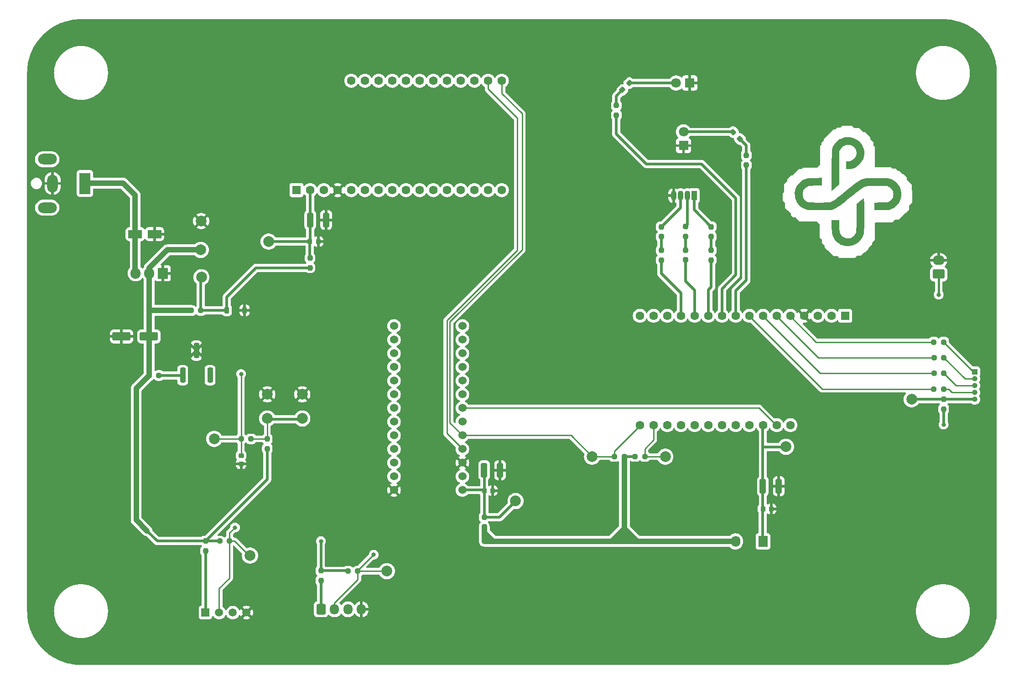
<source format=gbr>
%TF.GenerationSoftware,KiCad,Pcbnew,7.0.8*%
%TF.CreationDate,2023-11-14T21:54:52-08:00*%
%TF.ProjectId,window_weather_monitor,77696e64-6f77-45f7-9765-61746865725f,4*%
%TF.SameCoordinates,Original*%
%TF.FileFunction,Copper,L1,Top*%
%TF.FilePolarity,Positive*%
%FSLAX46Y46*%
G04 Gerber Fmt 4.6, Leading zero omitted, Abs format (unit mm)*
G04 Created by KiCad (PCBNEW 7.0.8) date 2023-11-14 21:54:52*
%MOMM*%
%LPD*%
G01*
G04 APERTURE LIST*
G04 Aperture macros list*
%AMRoundRect*
0 Rectangle with rounded corners*
0 $1 Rounding radius*
0 $2 $3 $4 $5 $6 $7 $8 $9 X,Y pos of 4 corners*
0 Add a 4 corners polygon primitive as box body*
4,1,4,$2,$3,$4,$5,$6,$7,$8,$9,$2,$3,0*
0 Add four circle primitives for the rounded corners*
1,1,$1+$1,$2,$3*
1,1,$1+$1,$4,$5*
1,1,$1+$1,$6,$7*
1,1,$1+$1,$8,$9*
0 Add four rect primitives between the rounded corners*
20,1,$1+$1,$2,$3,$4,$5,0*
20,1,$1+$1,$4,$5,$6,$7,0*
20,1,$1+$1,$6,$7,$8,$9,0*
20,1,$1+$1,$8,$9,$2,$3,0*%
G04 Aperture macros list end*
%TA.AperFunction,SMDPad,CuDef*%
%ADD10RoundRect,0.237500X-0.250000X-0.237500X0.250000X-0.237500X0.250000X0.237500X-0.250000X0.237500X0*%
%TD*%
%TA.AperFunction,SMDPad,CuDef*%
%ADD11RoundRect,0.237500X-0.237500X0.250000X-0.237500X-0.250000X0.237500X-0.250000X0.237500X0.250000X0*%
%TD*%
%TA.AperFunction,SMDPad,CuDef*%
%ADD12RoundRect,0.237500X0.237500X-0.250000X0.237500X0.250000X-0.237500X0.250000X-0.237500X-0.250000X0*%
%TD*%
%TA.AperFunction,ComponentPad*%
%ADD13R,1.600000X1.600000*%
%TD*%
%TA.AperFunction,ComponentPad*%
%ADD14C,1.600000*%
%TD*%
%TA.AperFunction,SMDPad,CuDef*%
%ADD15RoundRect,0.255000X-0.255000X-1.145000X0.255000X-1.145000X0.255000X1.145000X-0.255000X1.145000X0*%
%TD*%
%TA.AperFunction,ComponentPad*%
%ADD16R,1.000000X1.000000*%
%TD*%
%TA.AperFunction,ComponentPad*%
%ADD17O,1.000000X1.000000*%
%TD*%
%TA.AperFunction,ComponentPad*%
%ADD18R,1.070000X1.800000*%
%TD*%
%TA.AperFunction,ComponentPad*%
%ADD19O,1.070000X1.800000*%
%TD*%
%TA.AperFunction,ComponentPad*%
%ADD20C,2.000000*%
%TD*%
%TA.AperFunction,ComponentPad*%
%ADD21R,2.000000X4.000000*%
%TD*%
%TA.AperFunction,ComponentPad*%
%ADD22O,2.000000X3.300000*%
%TD*%
%TA.AperFunction,ComponentPad*%
%ADD23O,3.500000X2.000000*%
%TD*%
%TA.AperFunction,SMDPad,CuDef*%
%ADD24RoundRect,0.225000X-0.225000X-0.250000X0.225000X-0.250000X0.225000X0.250000X-0.225000X0.250000X0*%
%TD*%
%TA.AperFunction,SMDPad,CuDef*%
%ADD25RoundRect,0.237500X0.344715X-0.008839X-0.008839X0.344715X-0.344715X0.008839X0.008839X-0.344715X0*%
%TD*%
%TA.AperFunction,ComponentPad*%
%ADD26RoundRect,0.250000X-0.600000X-0.725000X0.600000X-0.725000X0.600000X0.725000X-0.600000X0.725000X0*%
%TD*%
%TA.AperFunction,ComponentPad*%
%ADD27O,1.700000X1.950000*%
%TD*%
%TA.AperFunction,SMDPad,CuDef*%
%ADD28RoundRect,0.250000X-0.325000X-1.100000X0.325000X-1.100000X0.325000X1.100000X-0.325000X1.100000X0*%
%TD*%
%TA.AperFunction,ComponentPad*%
%ADD29R,1.500000X1.500000*%
%TD*%
%TA.AperFunction,ComponentPad*%
%ADD30C,1.500000*%
%TD*%
%TA.AperFunction,SMDPad,CuDef*%
%ADD31RoundRect,0.237500X0.250000X0.237500X-0.250000X0.237500X-0.250000X-0.237500X0.250000X-0.237500X0*%
%TD*%
%TA.AperFunction,ComponentPad*%
%ADD32R,1.800000X1.800000*%
%TD*%
%TA.AperFunction,ComponentPad*%
%ADD33C,1.800000*%
%TD*%
%TA.AperFunction,SMDPad,CuDef*%
%ADD34RoundRect,0.250000X-1.050000X-0.550000X1.050000X-0.550000X1.050000X0.550000X-1.050000X0.550000X0*%
%TD*%
%TA.AperFunction,ComponentPad*%
%ADD35R,1.905000X2.000000*%
%TD*%
%TA.AperFunction,ComponentPad*%
%ADD36O,1.905000X2.000000*%
%TD*%
%TA.AperFunction,SMDPad,CuDef*%
%ADD37RoundRect,0.237500X-0.008839X-0.344715X0.344715X0.008839X0.008839X0.344715X-0.344715X-0.008839X0*%
%TD*%
%TA.AperFunction,ComponentPad*%
%ADD38R,1.730000X2.030000*%
%TD*%
%TA.AperFunction,ComponentPad*%
%ADD39O,1.730000X2.030000*%
%TD*%
%TA.AperFunction,ComponentPad*%
%ADD40RoundRect,0.250000X0.845000X-0.620000X0.845000X0.620000X-0.845000X0.620000X-0.845000X-0.620000X0*%
%TD*%
%TA.AperFunction,ComponentPad*%
%ADD41O,2.190000X1.740000*%
%TD*%
%TA.AperFunction,SMDPad,CuDef*%
%ADD42RoundRect,0.225000X-0.225000X-0.375000X0.225000X-0.375000X0.225000X0.375000X-0.225000X0.375000X0*%
%TD*%
%TA.AperFunction,ComponentPad*%
%ADD43C,1.524000*%
%TD*%
%TA.AperFunction,SMDPad,CuDef*%
%ADD44RoundRect,0.250000X1.412500X0.550000X-1.412500X0.550000X-1.412500X-0.550000X1.412500X-0.550000X0*%
%TD*%
%TA.AperFunction,SMDPad,CuDef*%
%ADD45RoundRect,0.225000X0.250000X-0.225000X0.250000X0.225000X-0.250000X0.225000X-0.250000X-0.225000X0*%
%TD*%
%TA.AperFunction,ViaPad*%
%ADD46C,0.800000*%
%TD*%
%TA.AperFunction,Conductor*%
%ADD47C,0.508000*%
%TD*%
%TA.AperFunction,Conductor*%
%ADD48C,0.381000*%
%TD*%
%TA.AperFunction,Conductor*%
%ADD49C,0.254000*%
%TD*%
%TA.AperFunction,Conductor*%
%ADD50C,1.016000*%
%TD*%
G04 APERTURE END LIST*
%TA.AperFunction,EtchedComponent*%
%TO.C,Ref\u002A\u002A*%
G36*
X185355389Y-63250804D02*
G01*
X185359204Y-63345522D01*
X185362804Y-63497714D01*
X185366149Y-63702741D01*
X185369196Y-63955962D01*
X185371904Y-64252738D01*
X185374233Y-64588428D01*
X185376141Y-64958394D01*
X185377587Y-65357994D01*
X185378529Y-65782589D01*
X185378926Y-66227539D01*
X185378937Y-66313929D01*
X185378903Y-66848034D01*
X185378697Y-67319947D01*
X185378160Y-67734229D01*
X185377134Y-68095442D01*
X185375460Y-68408149D01*
X185372978Y-68676911D01*
X185369530Y-68906291D01*
X185364957Y-69100849D01*
X185359100Y-69265149D01*
X185351801Y-69403751D01*
X185342900Y-69521219D01*
X185332240Y-69622113D01*
X185319659Y-69710996D01*
X185305001Y-69792429D01*
X185288107Y-69870975D01*
X185268816Y-69951195D01*
X185249646Y-70027136D01*
X185141265Y-70340973D01*
X184978717Y-70659817D01*
X184771853Y-70969750D01*
X184530523Y-71256856D01*
X184264575Y-71507218D01*
X184127300Y-71612950D01*
X183758611Y-71838570D01*
X183364171Y-72010412D01*
X182953486Y-72126244D01*
X182536060Y-72183836D01*
X182121401Y-72180957D01*
X181857655Y-72145564D01*
X181429006Y-72039343D01*
X181042996Y-71887791D01*
X180689296Y-71686204D01*
X180439127Y-71499442D01*
X180154842Y-71237979D01*
X179918687Y-70959273D01*
X179721830Y-70650208D01*
X179555441Y-70297667D01*
X179463134Y-70049827D01*
X179358444Y-69743430D01*
X179345203Y-68533509D01*
X179331962Y-67323588D01*
X180052430Y-67323588D01*
X180772898Y-67323588D01*
X180774698Y-68216426D01*
X180776227Y-68470249D01*
X180779587Y-68716601D01*
X180784467Y-68943161D01*
X180790557Y-69137613D01*
X180797549Y-69287638D01*
X180803678Y-69368314D01*
X180867369Y-69667928D01*
X180989472Y-69943878D01*
X181163887Y-70189649D01*
X181384513Y-70398725D01*
X181645248Y-70564593D01*
X181939993Y-70680739D01*
X182060913Y-70710749D01*
X182368055Y-70742591D01*
X182668241Y-70711597D01*
X182954136Y-70621683D01*
X183218404Y-70476766D01*
X183453711Y-70280762D01*
X183652721Y-70037589D01*
X183792754Y-69786025D01*
X183820302Y-69721145D01*
X183844323Y-69653061D01*
X183865051Y-69576979D01*
X183882718Y-69488104D01*
X183897556Y-69381640D01*
X183909798Y-69252792D01*
X183919678Y-69096766D01*
X183927427Y-68908766D01*
X183933279Y-68683997D01*
X183937466Y-68417664D01*
X183940221Y-68104972D01*
X183941776Y-67741126D01*
X183942365Y-67321331D01*
X183942220Y-66840791D01*
X183942095Y-66708979D01*
X183939612Y-64336334D01*
X184119496Y-64186137D01*
X184231139Y-64093882D01*
X184340888Y-64004754D01*
X184413603Y-63946990D01*
X184480331Y-63894371D01*
X184586412Y-63809963D01*
X184719211Y-63703849D01*
X184866092Y-63586116D01*
X184925843Y-63538120D01*
X185065397Y-63427325D01*
X185187259Y-63333170D01*
X185281774Y-63262912D01*
X185339287Y-63223811D01*
X185351401Y-63218200D01*
X185355389Y-63250804D01*
G37*
%TD.AperFunction*%
%TA.AperFunction,EtchedComponent*%
G36*
X182624653Y-51927659D02*
G01*
X182663142Y-51932069D01*
X183048212Y-51996722D01*
X183392960Y-52094737D01*
X183718712Y-52233869D01*
X184046794Y-52421874D01*
X184093923Y-52452404D01*
X184441489Y-52719315D01*
X184740882Y-53030095D01*
X184988932Y-53379313D01*
X185182473Y-53761537D01*
X185318335Y-54171333D01*
X185393349Y-54603270D01*
X185400855Y-54693050D01*
X185397956Y-55126237D01*
X185330761Y-55548782D01*
X185201450Y-55956116D01*
X185012204Y-56343666D01*
X184765203Y-56706861D01*
X184462629Y-57041130D01*
X184154211Y-57306135D01*
X184037757Y-57383544D01*
X183879301Y-57473436D01*
X183699585Y-57565501D01*
X183519347Y-57649426D01*
X183359330Y-57714902D01*
X183276183Y-57742627D01*
X183159540Y-57776666D01*
X183051556Y-57809326D01*
X183025855Y-57817386D01*
X182955848Y-57830577D01*
X182834902Y-57844186D01*
X182678807Y-57856770D01*
X182503352Y-57866886D01*
X182466109Y-57868538D01*
X182006495Y-57887818D01*
X182015518Y-57173574D01*
X182024540Y-56459330D01*
X182362882Y-56436868D01*
X182716166Y-56384627D01*
X183032980Y-56278083D01*
X183311085Y-56118661D01*
X183548247Y-55907784D01*
X183742229Y-55646878D01*
X183815872Y-55511419D01*
X183865890Y-55402897D01*
X183898726Y-55308531D01*
X183918837Y-55207168D01*
X183930678Y-55077659D01*
X183937381Y-54934565D01*
X183939214Y-54714688D01*
X183921882Y-54538547D01*
X183879575Y-54384477D01*
X183806481Y-54230809D01*
X183705062Y-54068190D01*
X183506404Y-53830514D01*
X183256417Y-53631346D01*
X182961069Y-53474938D01*
X182778890Y-53407869D01*
X182636261Y-53380360D01*
X182452874Y-53369662D01*
X182252326Y-53374866D01*
X182058219Y-53395063D01*
X181894152Y-53429345D01*
X181850563Y-53443617D01*
X181546135Y-53589245D01*
X181288051Y-53782907D01*
X181076617Y-54024299D01*
X180912136Y-54313115D01*
X180865464Y-54426019D01*
X180790853Y-54623588D01*
X180782928Y-57660907D01*
X180775003Y-60698226D01*
X180579736Y-60865112D01*
X180448753Y-60975334D01*
X180299372Y-61098505D01*
X180175239Y-61198883D01*
X180071576Y-61282019D01*
X179985544Y-61351839D01*
X179932769Y-61395642D01*
X179927206Y-61400496D01*
X179886428Y-61435237D01*
X179806683Y-61501867D01*
X179700576Y-61589886D01*
X179611821Y-61663175D01*
X179335238Y-61891126D01*
X179345471Y-58123849D01*
X179347332Y-57503756D01*
X179349390Y-56947639D01*
X179351682Y-56452719D01*
X179354244Y-56016217D01*
X179357113Y-55635355D01*
X179360325Y-55307354D01*
X179363917Y-55029435D01*
X179367924Y-54798820D01*
X179372383Y-54612731D01*
X179377330Y-54468388D01*
X179382802Y-54363014D01*
X179388836Y-54293828D01*
X179395466Y-54258054D01*
X179396069Y-54256439D01*
X179426708Y-54175406D01*
X179469625Y-54055702D01*
X179515995Y-53921986D01*
X179520011Y-53910178D01*
X179686149Y-53522877D01*
X179909971Y-53162356D01*
X180185466Y-52835418D01*
X180506623Y-52548865D01*
X180867431Y-52309499D01*
X180993989Y-52242117D01*
X181391791Y-52075790D01*
X181803609Y-51966556D01*
X182218284Y-51916488D01*
X182624653Y-51927659D01*
G37*
%TD.AperFunction*%
%TA.AperFunction,EtchedComponent*%
G36*
X177501939Y-60228145D02*
G01*
X177501939Y-60948555D01*
X176439209Y-60948555D01*
X176136599Y-60948929D01*
X175892070Y-60950335D01*
X175696950Y-60953204D01*
X175542569Y-60957963D01*
X175420256Y-60965043D01*
X175321339Y-60974870D01*
X175237149Y-60987875D01*
X175159013Y-61004487D01*
X175121698Y-61013717D01*
X174823218Y-61121400D01*
X174564142Y-61277128D01*
X174346742Y-61473474D01*
X174173289Y-61703012D01*
X174046056Y-61958312D01*
X173967313Y-62231949D01*
X173939332Y-62516494D01*
X173964385Y-62804519D01*
X174044743Y-63088598D01*
X174182678Y-63361303D01*
X174339746Y-63570548D01*
X174437878Y-63665062D01*
X174566852Y-63767190D01*
X174693111Y-63851287D01*
X174778577Y-63901229D01*
X174856947Y-63943532D01*
X174934418Y-63978830D01*
X175017185Y-64007757D01*
X175111445Y-64030946D01*
X175223393Y-64049032D01*
X175359227Y-64062649D01*
X175525142Y-64072432D01*
X175727335Y-64079013D01*
X175972001Y-64083026D01*
X176265338Y-64085107D01*
X176613540Y-64085889D01*
X176987050Y-64086006D01*
X177337682Y-64085354D01*
X177667327Y-64083475D01*
X177969387Y-64080487D01*
X178237268Y-64076505D01*
X178464372Y-64071647D01*
X178644105Y-64066028D01*
X178769869Y-64059765D01*
X178832918Y-64053407D01*
X179029351Y-64003961D01*
X179235370Y-63926736D01*
X179456756Y-63818278D01*
X179699289Y-63675131D01*
X179968750Y-63493838D01*
X180270918Y-63270945D01*
X180611574Y-63002996D01*
X180672767Y-62953496D01*
X180842700Y-62815845D01*
X181005350Y-62684630D01*
X181149666Y-62568727D01*
X181264594Y-62477012D01*
X181339085Y-62418359D01*
X181340309Y-62417412D01*
X181431683Y-62345362D01*
X181505813Y-62284439D01*
X181535117Y-62258583D01*
X181588765Y-62212737D01*
X181670087Y-62148718D01*
X181702003Y-62124594D01*
X181784259Y-62061793D01*
X181846410Y-62011892D01*
X181860095Y-61999935D01*
X181906573Y-61960241D01*
X181983049Y-61898129D01*
X182022972Y-61866426D01*
X182115978Y-61792873D01*
X182239845Y-61694547D01*
X182384446Y-61579527D01*
X182539652Y-61455892D01*
X182695335Y-61331722D01*
X182841366Y-61215096D01*
X182967617Y-61114093D01*
X183063960Y-61036793D01*
X183120266Y-60991274D01*
X183125986Y-60986567D01*
X183243089Y-60891717D01*
X183391514Y-60774874D01*
X183557504Y-60646514D01*
X183727306Y-60517113D01*
X183887164Y-60397149D01*
X184023324Y-60297098D01*
X184122031Y-60227437D01*
X184127300Y-60223890D01*
X184336437Y-60096465D01*
X184584762Y-59965135D01*
X184850934Y-59839744D01*
X185113610Y-59730135D01*
X185351447Y-59646154D01*
X185429008Y-59623511D01*
X185762780Y-59533160D01*
X187531768Y-59520812D01*
X187973965Y-59518162D01*
X188355463Y-59517052D01*
X188682303Y-59517805D01*
X188960529Y-59520748D01*
X189196184Y-59526205D01*
X189395311Y-59534499D01*
X189563954Y-59545955D01*
X189708154Y-59560898D01*
X189833956Y-59579652D01*
X189947402Y-59602542D01*
X190054535Y-59629892D01*
X190161285Y-59661990D01*
X190372939Y-59739938D01*
X190595733Y-59839858D01*
X190808378Y-59950983D01*
X190989584Y-60062546D01*
X191069744Y-60121481D01*
X191389943Y-60413619D01*
X191666520Y-60737905D01*
X191892504Y-61084619D01*
X192060922Y-61444042D01*
X192101282Y-61559411D01*
X192152959Y-61726895D01*
X192189711Y-61867659D01*
X192213942Y-61999771D01*
X192228055Y-62141302D01*
X192234453Y-62310319D01*
X192235542Y-62524893D01*
X192235371Y-62567346D01*
X192233898Y-62769291D01*
X192230184Y-62920853D01*
X192221924Y-63038403D01*
X192206814Y-63138311D01*
X192182548Y-63236949D01*
X192146824Y-63350688D01*
X192109750Y-63459753D01*
X191972562Y-63805101D01*
X191809472Y-64105969D01*
X191607324Y-64383403D01*
X191372859Y-64638720D01*
X191087870Y-64895948D01*
X190797414Y-65100262D01*
X190482638Y-65264150D01*
X190337609Y-65324333D01*
X190207189Y-65373357D01*
X190087071Y-65413542D01*
X189968834Y-65445759D01*
X189844053Y-65470877D01*
X189704304Y-65489765D01*
X189541164Y-65503294D01*
X189346208Y-65512334D01*
X189111014Y-65517754D01*
X188827157Y-65520423D01*
X188486214Y-65521212D01*
X188430768Y-65521222D01*
X187248062Y-65521222D01*
X187248062Y-64806199D01*
X187248062Y-64091175D01*
X188441295Y-64080246D01*
X189634527Y-64069317D01*
X189901544Y-63937234D01*
X190178454Y-63767488D01*
X190404487Y-63562259D01*
X190580015Y-63328696D01*
X190705407Y-63073951D01*
X190781037Y-62805174D01*
X190807275Y-62529515D01*
X190784493Y-62254123D01*
X190713062Y-61986150D01*
X190593353Y-61732745D01*
X190425738Y-61501059D01*
X190210587Y-61298242D01*
X189948274Y-61131444D01*
X189751347Y-61045245D01*
X189700660Y-61026940D01*
X189652358Y-61011620D01*
X189600160Y-60998974D01*
X189537786Y-60988689D01*
X189458953Y-60980451D01*
X189357382Y-60973948D01*
X189226792Y-60968868D01*
X189060902Y-60964897D01*
X188853432Y-60961722D01*
X188598099Y-60959032D01*
X188288624Y-60956513D01*
X187918726Y-60953852D01*
X187915605Y-60953830D01*
X187490748Y-60951448D01*
X187128156Y-60950801D01*
X186823360Y-60951961D01*
X186571891Y-60954999D01*
X186369281Y-60959987D01*
X186211061Y-60966996D01*
X186092762Y-60976097D01*
X186029797Y-60983986D01*
X185742040Y-61051861D01*
X185436604Y-61164981D01*
X185134950Y-61314514D01*
X184947518Y-61429421D01*
X184879989Y-61477981D01*
X184765224Y-61564622D01*
X184608003Y-61685592D01*
X184413108Y-61837136D01*
X184185321Y-62015501D01*
X183929423Y-62216935D01*
X183650197Y-62437683D01*
X183352425Y-62673992D01*
X183040887Y-62922110D01*
X182766375Y-63141454D01*
X182447762Y-63395956D01*
X182139495Y-63641296D01*
X181846268Y-63873790D01*
X181572778Y-64089757D01*
X181323720Y-64285515D01*
X181103789Y-64457382D01*
X180917682Y-64601676D01*
X180770093Y-64714715D01*
X180665718Y-64792817D01*
X180613549Y-64829590D01*
X180250136Y-65048611D01*
X179907498Y-65220570D01*
X179568340Y-65353235D01*
X179231636Y-65450432D01*
X179168164Y-65465412D01*
X179106262Y-65478102D01*
X179040060Y-65488680D01*
X178963692Y-65497325D01*
X178871289Y-65504215D01*
X178756985Y-65509527D01*
X178614912Y-65513441D01*
X178439201Y-65516133D01*
X178223986Y-65517782D01*
X177963399Y-65518567D01*
X177651572Y-65518664D01*
X177282638Y-65518253D01*
X177012056Y-65517802D01*
X176556752Y-65516533D01*
X176164585Y-65514406D01*
X175831943Y-65511342D01*
X175555215Y-65507267D01*
X175330788Y-65502102D01*
X175155051Y-65495772D01*
X175024391Y-65488200D01*
X174935196Y-65479309D01*
X174898522Y-65472964D01*
X174458087Y-65341626D01*
X174051116Y-65154694D01*
X173681635Y-64914264D01*
X173455469Y-64722793D01*
X173141644Y-64387253D01*
X172889875Y-64027439D01*
X172699615Y-63642244D01*
X172570313Y-63230565D01*
X172502268Y-62800986D01*
X172494776Y-62355897D01*
X172549970Y-61925288D01*
X172664476Y-61514037D01*
X172834922Y-61127021D01*
X173057934Y-60769117D01*
X173330138Y-60445203D01*
X173648161Y-60160157D01*
X174008629Y-59918855D01*
X174408168Y-59726176D01*
X174698259Y-59626058D01*
X175015342Y-59532993D01*
X176258640Y-59520364D01*
X177501939Y-59507735D01*
X177501939Y-60228145D01*
G37*
%TD.AperFunction*%
%TD*%
D10*
%TO.P,R10,1*%
%TO.N,Net-(U1-DAC2{slash}A0)*%
X198299700Y-89992200D03*
%TO.P,R10,2*%
%TO.N,Net-(U5-M0)*%
X200124700Y-89992200D03*
%TD*%
D11*
%TO.P,R25,1*%
%TO.N,Net-(DS1-3V+)*%
X82499200Y-74373100D03*
%TO.P,R25,2*%
%TO.N,/+3VDC*%
X82499200Y-76198100D03*
%TD*%
D10*
%TO.P,R26,1*%
%TO.N,/+5VDC*%
X52630700Y-96215200D03*
%TO.P,R26,2*%
%TO.N,Net-(R26-Pad2)*%
X54455700Y-96215200D03*
%TD*%
D12*
%TO.P,R1,1*%
%TO.N,Net-(U2-VCC)*%
X63119000Y-128801500D03*
%TO.P,R1,2*%
%TO.N,/+5VDC*%
X63119000Y-126976500D03*
%TD*%
%TO.P,R11,1*%
%TO.N,Net-(U1-MISO{slash}IO19)*%
X147701000Y-74775700D03*
%TO.P,R11,2*%
%TO.N,Net-(R11-Pad2)*%
X147701000Y-72950700D03*
%TD*%
D10*
%TO.P,R28,1*%
%TO.N,/+5VDC*%
X60428500Y-84124800D03*
%TO.P,R28,2*%
%TO.N,/+3VDC*%
X62253500Y-84124800D03*
%TD*%
D13*
%TO.P,DS1,1,RST*%
%TO.N,RST SW*%
X80010000Y-61766900D03*
D14*
%TO.P,DS1,2,3V+*%
%TO.N,Net-(DS1-3V+)*%
X82550000Y-61766900D03*
%TO.P,DS1,3*%
%TO.N,N/C*%
X85090000Y-61766900D03*
%TO.P,DS1,4,GND*%
%TO.N,GND*%
X87630000Y-61766900D03*
%TO.P,DS1,5*%
%TO.N,N/C*%
X90170000Y-61766900D03*
%TO.P,DS1,6*%
X92710000Y-61766900D03*
%TO.P,DS1,7*%
X95250000Y-61766900D03*
%TO.P,DS1,8*%
X97790000Y-61766900D03*
%TO.P,DS1,9*%
X100330000Y-61766900D03*
%TO.P,DS1,10*%
X102870000Y-61766900D03*
%TO.P,DS1,11*%
X105410000Y-61766900D03*
%TO.P,DS1,12*%
X107950000Y-61766900D03*
%TO.P,DS1,13*%
X110490000Y-61766900D03*
%TO.P,DS1,14*%
X113030000Y-61766900D03*
%TO.P,DS1,15*%
X115570000Y-61766900D03*
%TO.P,DS1,16*%
X118110000Y-61766900D03*
%TO.P,DS1,17,SDA*%
%TO.N,I2C SDA*%
X118110000Y-41446900D03*
%TO.P,DS1,18,SCL*%
%TO.N,I2C SCL*%
X115570000Y-41446900D03*
%TO.P,DS1,19*%
%TO.N,N/C*%
X113030000Y-41446900D03*
%TO.P,DS1,20*%
X110490000Y-41446900D03*
%TO.P,DS1,21*%
X107950000Y-41446900D03*
%TO.P,DS1,22*%
X105410000Y-41446900D03*
%TO.P,DS1,23*%
X102870000Y-41446900D03*
%TO.P,DS1,24*%
X100330000Y-41446900D03*
%TO.P,DS1,25*%
X97790000Y-41446900D03*
%TO.P,DS1,26*%
X95250000Y-41446900D03*
%TO.P,DS1,27*%
X92710000Y-41446900D03*
%TO.P,DS1,28*%
X90170000Y-41446900D03*
%TD*%
D12*
%TO.P,R2,1*%
%TO.N,Net-(U3-VCC)*%
X84531200Y-134311400D03*
%TO.P,R2,2*%
%TO.N,/+5VDC*%
X84531200Y-132486400D03*
%TD*%
D15*
%TO.P,R27,1*%
%TO.N,Net-(R26-Pad2)*%
X58877200Y-96169200D03*
%TO.P,R27,2*%
%TO.N,GND*%
X61417200Y-91569200D03*
%TO.P,R27,3*%
%TO.N,N/C*%
X63957200Y-96169200D03*
%TD*%
D16*
%TO.P,U5,1,M0*%
%TO.N,Net-(U5-M0)*%
X205892400Y-95554800D03*
D17*
%TO.P,U5,2,M1*%
%TO.N,Net-(U5-M1)*%
X205892400Y-96824800D03*
%TO.P,U5,3,M2*%
%TO.N,Net-(U5-M2)*%
X205892400Y-98094800D03*
%TO.P,U5,4,M3*%
%TO.N,Net-(U5-M3)*%
X205892400Y-99364800D03*
%TO.P,U5,5,VCC*%
%TO.N,Net-(U5-VCC)*%
X205892400Y-100634800D03*
%TD*%
D12*
%TO.P,R19,1*%
%TO.N,Net-(R13-Pad2)*%
X152222200Y-70383400D03*
%TO.P,R19,2*%
%TO.N,Net-(D3-GA)*%
X152222200Y-68558400D03*
%TD*%
D18*
%TO.P,D3,1,RA*%
%TO.N,Net-(D3-RA)*%
X153822400Y-62788800D03*
D19*
%TO.P,D3,2,GA*%
%TO.N,Net-(D3-GA)*%
X152552400Y-62788800D03*
%TO.P,D3,3,BA*%
%TO.N,Net-(D3-BA)*%
X151282400Y-62788800D03*
%TO.P,D3,4,K*%
%TO.N,GND*%
X150012400Y-62788800D03*
%TD*%
D20*
%TO.P,TP6,1,1*%
%TO.N,I2C SCL*%
X148463000Y-111302800D03*
%TD*%
D10*
%TO.P,R5,1*%
%TO.N,/+5VDC*%
X65737100Y-126974600D03*
%TO.P,R5,2*%
%TO.N,/Temp_Hum_DO*%
X67562100Y-126974600D03*
%TD*%
D20*
%TO.P,TP1,1,1*%
%TO.N,GND*%
X62306200Y-67513200D03*
%TD*%
D21*
%TO.P,J1,1*%
%TO.N,Net-(U6-VI)*%
X40729800Y-60528200D03*
D22*
%TO.P,J1,2*%
%TO.N,GND*%
X34729800Y-60528200D03*
D23*
%TO.P,J1,MP*%
%TO.N,N/C*%
X33729800Y-56028200D03*
X33729800Y-65028200D03*
%TD*%
D20*
%TO.P,TP8,1,1*%
%TO.N,/Temp_Hum_DO*%
X71374000Y-129667000D03*
%TD*%
D24*
%TO.P,C4,1*%
%TO.N,Net-(SW2-A)*%
X166573200Y-121005600D03*
%TO.P,C4,2*%
%TO.N,GND*%
X168123200Y-121005600D03*
%TD*%
%TO.P,C6,1*%
%TO.N,Net-(DS1-3V+)*%
X82486200Y-71323200D03*
%TO.P,C6,2*%
%TO.N,GND*%
X84036200Y-71323200D03*
%TD*%
D25*
%TO.P,R20,1*%
%TO.N,Net-(R14-Pad2)*%
X162316235Y-52283435D03*
%TO.P,R20,2*%
%TO.N,Net-(D1-A)*%
X161025765Y-50992965D03*
%TD*%
D26*
%TO.P,U3,1,VCC*%
%TO.N,Net-(U3-VCC)*%
X84549600Y-139649200D03*
D27*
%TO.P,U3,2,DO*%
%TO.N,/Rain_DO*%
X87049600Y-139649200D03*
%TO.P,U3,3,AO*%
%TO.N,unconnected-(U3-AO-Pad3)*%
X89549600Y-139649200D03*
%TO.P,U3,4,GND*%
%TO.N,GND*%
X92049600Y-139649200D03*
%TD*%
D28*
%TO.P,C2,1*%
%TO.N,Net-(U4-VIN)*%
X114831600Y-113817400D03*
%TO.P,C2,2*%
%TO.N,GND*%
X117781600Y-113817400D03*
%TD*%
D12*
%TO.P,R18,1*%
%TO.N,Net-(R11-Pad2)*%
X147701000Y-70425700D03*
%TO.P,R18,2*%
%TO.N,Net-(D3-BA)*%
X147701000Y-68600700D03*
%TD*%
%TO.P,R14,1*%
%TO.N,Net-(U1-IO36{slash}A4)*%
X163495200Y-57129300D03*
%TO.P,R14,2*%
%TO.N,Net-(R14-Pad2)*%
X163495200Y-55304300D03*
%TD*%
D20*
%TO.P,TP7,1,1*%
%TO.N,/Rain_DO*%
X96774000Y-132562600D03*
%TD*%
D13*
%TO.P,U1,1,~{RESET}*%
%TO.N,unconnected-(U1-~{RESET}-Pad1)*%
X181838600Y-85121300D03*
D14*
%TO.P,U1,2,3V3*%
%TO.N,unconnected-(U1-3V3-Pad2)*%
X179298600Y-85121300D03*
%TO.P,U1,3,NC*%
%TO.N,unconnected-(U1-NC-Pad3)*%
X176758600Y-85121300D03*
%TO.P,U1,4,GND*%
%TO.N,GND*%
X174218600Y-85121300D03*
%TO.P,U1,5,DAC2/A0*%
%TO.N,Net-(U1-DAC2{slash}A0)*%
X171678600Y-85121300D03*
%TO.P,U1,6,DAC1/A1*%
%TO.N,Net-(U1-DAC1{slash}A1)*%
X169138600Y-85121300D03*
%TO.P,U1,7,I34/A2*%
%TO.N,Net-(U1-I34{slash}A2)*%
X166598600Y-85121300D03*
%TO.P,U1,8,I39/A3*%
%TO.N,Net-(U1-I39{slash}A3)*%
X164058600Y-85121300D03*
%TO.P,U1,9,IO36/A4*%
%TO.N,Net-(U1-IO36{slash}A4)*%
X161518600Y-85121300D03*
%TO.P,U1,10,IO4/A5*%
%TO.N,Net-(U1-IO4{slash}A5)*%
X158978600Y-85121300D03*
%TO.P,U1,11,SCK/IO5*%
%TO.N,Net-(U1-SCK{slash}IO5)*%
X156438600Y-85121300D03*
%TO.P,U1,12,MOSI/IO18*%
%TO.N,Net-(U1-MOSI{slash}IO18)*%
X153898600Y-85121300D03*
%TO.P,U1,13,MISO/IO19*%
%TO.N,Net-(U1-MISO{slash}IO19)*%
X151358600Y-85121300D03*
%TO.P,U1,14,RX/IO16*%
%TO.N,unconnected-(U1-RX{slash}IO16-Pad14)*%
X148818600Y-85121300D03*
%TO.P,U1,15,TX/IO17*%
%TO.N,unconnected-(U1-TX{slash}IO17-Pad15)*%
X146278600Y-85121300D03*
%TO.P,U1,16,IO21*%
%TO.N,Net-(BZ1--)*%
X143738600Y-85121300D03*
%TO.P,U1,17,SDA/IO23*%
%TO.N,I2C SDA*%
X143738600Y-105441300D03*
%TO.P,U1,18,SCL/IO22*%
%TO.N,I2C SCL*%
X146278600Y-105441300D03*
%TO.P,U1,19,A6/IO14*%
%TO.N,unconnected-(U1-A6{slash}IO14-Pad19)*%
X148818600Y-105441300D03*
%TO.P,U1,20,A7/IO32*%
%TO.N,unconnected-(U1-A7{slash}IO32-Pad20)*%
X151358600Y-105441300D03*
%TO.P,U1,21,A8/IO15*%
%TO.N,/Temp_Hum_DO*%
X153898600Y-105441300D03*
%TO.P,U1,22,A9/IO33*%
%TO.N,unconnected-(U1-A9{slash}IO33-Pad22)*%
X156438600Y-105441300D03*
%TO.P,U1,23,A10/IO27*%
%TO.N,unconnected-(U1-A10{slash}IO27-Pad23)*%
X158978600Y-105441300D03*
%TO.P,U1,24,A11/IO12*%
%TO.N,unconnected-(U1-A11{slash}IO12-Pad24)*%
X161518600Y-105441300D03*
%TO.P,U1,25,A12/IO13*%
%TO.N,/Rain_DO*%
X164058600Y-105441300D03*
%TO.P,U1,26,USB*%
%TO.N,Net-(SW2-A)*%
X166598600Y-105441300D03*
%TO.P,U1,27,EN*%
%TO.N,RST SW*%
X169138600Y-105441300D03*
%TO.P,U1,28,VBAT*%
%TO.N,unconnected-(U1-VBAT-Pad28)*%
X171678600Y-105441300D03*
%TD*%
D12*
%TO.P,R16,1*%
%TO.N,Net-(U1-SCK{slash}IO5)*%
X156997400Y-74756900D03*
%TO.P,R16,2*%
%TO.N,Net-(R16-Pad2)*%
X156997400Y-72931900D03*
%TD*%
D11*
%TO.P,R3,1*%
%TO.N,Net-(U4-VIN)*%
X114858800Y-122531500D03*
%TO.P,R3,2*%
%TO.N,/+5VDC*%
X114858800Y-124356500D03*
%TD*%
D29*
%TO.P,U2,1,VCC*%
%TO.N,Net-(U2-VCC)*%
X63093600Y-140258800D03*
D30*
%TO.P,U2,2,IO*%
%TO.N,/Temp_Hum_DO*%
X65633600Y-140258800D03*
%TO.P,U2,3,NC*%
%TO.N,unconnected-(U2-NC-Pad3)*%
X68173600Y-140258800D03*
%TO.P,U2,4,GND*%
%TO.N,GND*%
X70713600Y-140258800D03*
%TD*%
D12*
%TO.P,R15,1*%
%TO.N,Net-(U1-IO4{slash}A5)*%
X139369800Y-47853600D03*
%TO.P,R15,2*%
%TO.N,Net-(R15-Pad2)*%
X139369800Y-46028600D03*
%TD*%
D31*
%TO.P,R7,1*%
%TO.N,/+5VDC*%
X140841100Y-111277400D03*
%TO.P,R7,2*%
%TO.N,I2C SDA*%
X139016100Y-111277400D03*
%TD*%
D20*
%TO.P,SW1,1,1*%
%TO.N,GND*%
X74575600Y-99705600D03*
X81075600Y-99705600D03*
%TO.P,SW1,2,2*%
%TO.N,Net-(R8-Pad2)*%
X74575600Y-104205600D03*
X81075600Y-104205600D03*
%TD*%
D32*
%TO.P,D2,1,K*%
%TO.N,GND*%
X153009600Y-41859200D03*
D33*
%TO.P,D2,2,A*%
%TO.N,Net-(D2-A)*%
X150469600Y-41859200D03*
%TD*%
D28*
%TO.P,C5,1*%
%TO.N,Net-(SW2-A)*%
X166571400Y-116789200D03*
%TO.P,C5,2*%
%TO.N,GND*%
X169521400Y-116789200D03*
%TD*%
D20*
%TO.P,TP12,1,1*%
%TO.N,Net-(DS1-3V+)*%
X74828400Y-71323200D03*
%TD*%
D34*
%TO.P,C8,1*%
%TO.N,Net-(U6-VI)*%
X50066800Y-69951600D03*
%TO.P,C8,2*%
%TO.N,GND*%
X53666800Y-69951600D03*
%TD*%
D20*
%TO.P,TP11,1,1*%
%TO.N,Net-(U5-VCC)*%
X194183000Y-100634800D03*
%TD*%
%TO.P,TP9,1,1*%
%TO.N,Net-(SW2-A)*%
X170865800Y-109448600D03*
%TD*%
%TO.P,TP3,1,1*%
%TO.N,/+5VDC*%
X62230000Y-72872600D03*
%TD*%
D35*
%TO.P,U6,1,GND*%
%TO.N,GND*%
X55219600Y-77216000D03*
D36*
%TO.P,U6,2,VO*%
%TO.N,/+5VDC*%
X52679600Y-77216000D03*
%TO.P,U6,3,VI*%
%TO.N,Net-(U6-VI)*%
X50139600Y-77216000D03*
%TD*%
D24*
%TO.P,C1,1*%
%TO.N,Net-(U4-VIN)*%
X114845800Y-117602000D03*
%TO.P,C1,2*%
%TO.N,GND*%
X116395800Y-117602000D03*
%TD*%
D31*
%TO.P,R9,1*%
%TO.N,Net-(R8-Pad2)*%
X71542500Y-107990000D03*
%TO.P,R9,2*%
%TO.N,RST SW*%
X69717500Y-107990000D03*
%TD*%
D37*
%TO.P,R21,1*%
%TO.N,Net-(R15-Pad2)*%
X140477165Y-43164835D03*
%TO.P,R21,2*%
%TO.N,Net-(D2-A)*%
X141767635Y-41874365D03*
%TD*%
D20*
%TO.P,TP4,1,1*%
%TO.N,Net-(U4-VIN)*%
X120675400Y-119532400D03*
%TD*%
D10*
%TO.P,R17,1*%
%TO.N,Net-(U1-I34{slash}A2)*%
X198350500Y-95808800D03*
%TO.P,R17,2*%
%TO.N,Net-(U5-M2)*%
X200175500Y-95808800D03*
%TD*%
D12*
%TO.P,R13,1*%
%TO.N,Net-(U1-MOSI{slash}IO18)*%
X152210600Y-74733400D03*
%TO.P,R13,2*%
%TO.N,Net-(R13-Pad2)*%
X152210600Y-72908400D03*
%TD*%
D20*
%TO.P,TP10,1,1*%
%TO.N,RST SW*%
X64719200Y-107975400D03*
%TD*%
%TO.P,TP5,1,1*%
%TO.N,I2C SDA*%
X134874000Y-111277400D03*
%TD*%
D38*
%TO.P,SW2,1,A*%
%TO.N,Net-(SW2-A)*%
X166583200Y-127044800D03*
D39*
%TO.P,SW2,2,B*%
%TO.N,/+5VDC*%
X161503200Y-127044800D03*
%TD*%
D40*
%TO.P,BZ1,1,-*%
%TO.N,Net-(BZ1--)*%
X199206800Y-77368400D03*
D41*
%TO.P,BZ1,2,+*%
%TO.N,GND*%
X199206800Y-74828400D03*
%TD*%
D20*
%TO.P,TP2,1,1*%
%TO.N,/+3VDC*%
X62357000Y-77952600D03*
%TD*%
D42*
%TO.P,D4,1,K*%
%TO.N,/+3VDC*%
X67057000Y-84124800D03*
%TO.P,D4,2,A*%
%TO.N,GND*%
X70357000Y-84124800D03*
%TD*%
D32*
%TO.P,D1,1,K*%
%TO.N,GND*%
X151841200Y-53497400D03*
D33*
%TO.P,D1,2,A*%
%TO.N,Net-(D1-A)*%
X151841200Y-50957400D03*
%TD*%
D28*
%TO.P,C7,1*%
%TO.N,Net-(DS1-3V+)*%
X82548200Y-67310000D03*
%TO.P,C7,2*%
%TO.N,GND*%
X85498200Y-67310000D03*
%TD*%
D12*
%TO.P,R23,1*%
%TO.N,Net-(R16-Pad2)*%
X156997400Y-70406900D03*
%TO.P,R23,2*%
%TO.N,Net-(D3-RA)*%
X156997400Y-68581900D03*
%TD*%
D10*
%TO.P,R4,1*%
%TO.N,/+5VDC*%
X89562300Y-132562600D03*
%TO.P,R4,2*%
%TO.N,/Rain_DO*%
X91387300Y-132562600D03*
%TD*%
%TO.P,R12,1*%
%TO.N,Net-(U1-DAC1{slash}A1)*%
X198350500Y-92887800D03*
%TO.P,R12,2*%
%TO.N,Net-(U5-M1)*%
X200175500Y-92887800D03*
%TD*%
D12*
%TO.P,R8,1*%
%TO.N,/+5VDC*%
X74574400Y-109827700D03*
%TO.P,R8,2*%
%TO.N,Net-(R8-Pad2)*%
X74574400Y-108002700D03*
%TD*%
D10*
%TO.P,R6,1*%
%TO.N,/+5VDC*%
X142826100Y-111277400D03*
%TO.P,R6,2*%
%TO.N,I2C SCL*%
X144651100Y-111277400D03*
%TD*%
D43*
%TO.P,U4,1,VIN*%
%TO.N,Net-(U4-VIN)*%
X110796800Y-117500400D03*
%TO.P,U4,2,3Vo*%
%TO.N,unconnected-(U4-3Vo-Pad2)*%
X110796800Y-114960400D03*
%TO.P,U4,3,GND*%
%TO.N,GND*%
X110796800Y-112420400D03*
%TO.P,U4,4,SCL*%
%TO.N,I2C SCL*%
X110796800Y-109880400D03*
%TO.P,U4,5,SDA*%
%TO.N,I2C SDA*%
X110796800Y-107340400D03*
%TO.P,U4,6,INT*%
%TO.N,unconnected-(U4-INT-Pad6)*%
X110796800Y-104800400D03*
%TO.P,U4,7,RST*%
%TO.N,RST SW*%
X110796800Y-102260400D03*
%TO.P,U4,8,R7*%
%TO.N,unconnected-(U4-R7-Pad8)*%
X110796800Y-99720400D03*
%TO.P,U4,9,R6*%
%TO.N,unconnected-(U4-R6-Pad9)*%
X110796800Y-97180400D03*
%TO.P,U4,10,R5*%
%TO.N,unconnected-(U4-R5-Pad10)*%
X110796800Y-94640400D03*
%TO.P,U4,11,R4*%
%TO.N,unconnected-(U4-R4-Pad11)*%
X110796800Y-92100400D03*
%TO.P,U4,12,R3*%
%TO.N,Net-(U4-R3)*%
X110796800Y-89560400D03*
%TO.P,U4,13,R2*%
%TO.N,Net-(U4-R2)*%
X110796800Y-87020400D03*
%TO.P,U4,14,R1*%
%TO.N,Net-(U4-R1)*%
X98096800Y-87020400D03*
%TO.P,U4,15,R0*%
%TO.N,Net-(U4-R0)*%
X98096800Y-89560400D03*
%TO.P,U4,16,C0*%
%TO.N,Net-(U4-C0)*%
X98096800Y-92100400D03*
%TO.P,U4,17,C1*%
%TO.N,Net-(U4-C1)*%
X98096800Y-94640400D03*
%TO.P,U4,18,C2*%
%TO.N,Net-(U4-C2)*%
X98096800Y-97180400D03*
%TO.P,U4,19,C3*%
%TO.N,Net-(U4-C3)*%
X98096800Y-99720400D03*
%TO.P,U4,20,C4*%
%TO.N,unconnected-(U4-C4-Pad20)*%
X98096800Y-102260400D03*
%TO.P,U4,21,C5*%
%TO.N,unconnected-(U4-C5-Pad21)*%
X98096800Y-104800400D03*
%TO.P,U4,22,C6*%
%TO.N,unconnected-(U4-C6-Pad22)*%
X98096800Y-107340400D03*
%TO.P,U4,23,C7*%
%TO.N,unconnected-(U4-C7-Pad23)*%
X98096800Y-109880400D03*
%TO.P,U4,24,C8*%
%TO.N,unconnected-(U4-C8-Pad24)*%
X98096800Y-112420400D03*
%TO.P,U4,25,C9*%
%TO.N,unconnected-(U4-C9-Pad25)*%
X98096800Y-114960400D03*
%TO.P,U4,26,GND*%
%TO.N,GND*%
X98096800Y-117500400D03*
%TD*%
D44*
%TO.P,C9,1*%
%TO.N,/+5VDC*%
X52600900Y-88950800D03*
%TO.P,C9,2*%
%TO.N,GND*%
X47525900Y-88950800D03*
%TD*%
D45*
%TO.P,C3,1*%
%TO.N,GND*%
X69720000Y-112655000D03*
%TO.P,C3,2*%
%TO.N,RST SW*%
X69720000Y-111105000D03*
%TD*%
D11*
%TO.P,R24,1*%
%TO.N,Net-(U5-VCC)*%
X200126600Y-100636700D03*
%TO.P,R24,2*%
%TO.N,/+5VDC*%
X200126600Y-102461700D03*
%TD*%
D10*
%TO.P,R22,1*%
%TO.N,Net-(U1-I39{slash}A3)*%
X198299700Y-98755200D03*
%TO.P,R22,2*%
%TO.N,Net-(U5-M3)*%
X200124700Y-98755200D03*
%TD*%
D46*
%TO.N,Net-(BZ1--)*%
X199212200Y-81203800D03*
%TO.N,/Temp_Hum_DO*%
X68580000Y-124460000D03*
%TO.N,/Rain_DO*%
X94335600Y-129514600D03*
%TO.N,RST SW*%
X69723000Y-95935800D03*
%TO.N,/+5VDC*%
X114858800Y-127000000D03*
X84531200Y-127000000D03*
X52222400Y-125044200D03*
X154508200Y-127000000D03*
X200126600Y-105333800D03*
%TD*%
D47*
%TO.N,*%
X166571400Y-121003800D02*
X166573200Y-121005600D01*
X166571400Y-105544700D02*
X166598600Y-105517500D01*
X166571400Y-109448600D02*
X166571400Y-105544700D01*
X166596800Y-109474000D02*
X166571400Y-109448600D01*
X166571400Y-116789200D02*
X166571400Y-109448600D01*
X166571400Y-116789200D02*
X166571400Y-121003800D01*
X170738800Y-109474000D02*
X166596800Y-109474000D01*
X166560200Y-127000000D02*
X166560200Y-121018600D01*
X166560200Y-121018600D02*
X166573200Y-121005600D01*
D48*
%TO.N,Net-(BZ1--)*%
X199206800Y-77368400D02*
X199206800Y-81183800D01*
X199212200Y-81203800D02*
X199186800Y-81203800D01*
X199186800Y-81203800D02*
X199186800Y-81203800D01*
X199206800Y-81183800D02*
X199212200Y-81178400D01*
X199212200Y-81178400D02*
X199212200Y-81203800D01*
D49*
%TO.N,Net-(U1-DAC2{slash}A0)*%
X198299700Y-89992200D02*
X176473300Y-89992200D01*
X176473300Y-89992200D02*
X171678600Y-85197500D01*
D47*
%TO.N,Net-(U1-MISO{slash}IO19)*%
X147701000Y-74775700D02*
X147701000Y-77241400D01*
X151384000Y-80924400D02*
X151358600Y-80949800D01*
X147701000Y-77241400D02*
X151384000Y-80924400D01*
X151358600Y-80949800D02*
X151358600Y-85197500D01*
D49*
%TO.N,Net-(U1-DAC1{slash}A1)*%
X176828900Y-92887800D02*
X169138600Y-85197500D01*
X198350500Y-92887800D02*
X176828900Y-92887800D01*
D47*
%TO.N,Net-(U1-MOSI{slash}IO18)*%
X152210600Y-78703000D02*
X153898600Y-80391000D01*
X153898600Y-80391000D02*
X153898600Y-85197500D01*
X152210600Y-74733400D02*
X152210600Y-78703000D01*
%TO.N,Net-(U1-IO36{slash}A4)*%
X163495200Y-78516000D02*
X161518600Y-80492600D01*
X161518600Y-80492600D02*
X161518600Y-85197500D01*
X163495200Y-57129300D02*
X163495200Y-78516000D01*
%TO.N,Net-(U1-IO4{slash}A5)*%
X139369800Y-47853600D02*
X139369800Y-51358800D01*
X161569400Y-77520800D02*
X158978600Y-80111600D01*
X139369800Y-51358800D02*
X144907000Y-56896000D01*
X155168600Y-56896000D02*
X161569400Y-63296800D01*
X161569400Y-63296800D02*
X161569400Y-77520800D01*
X158978600Y-80111600D02*
X158978600Y-85197500D01*
X144907000Y-56896000D02*
X155168600Y-56896000D01*
%TO.N,Net-(U1-SCK{slash}IO5)*%
X156438600Y-80314800D02*
X156438600Y-85197500D01*
X156997400Y-74756900D02*
X156997400Y-79756000D01*
X156997400Y-79756000D02*
X156438600Y-80314800D01*
D49*
%TO.N,Net-(U1-I34{slash}A2)*%
X198350500Y-95808800D02*
X177209900Y-95808800D01*
X177209900Y-95808800D02*
X166598600Y-85197500D01*
%TO.N,Net-(U1-I39{slash}A3)*%
X177616300Y-98755200D02*
X164058600Y-85197500D01*
X198299700Y-98755200D02*
X177616300Y-98755200D01*
%TO.N,I2C SDA*%
X139016100Y-111277400D02*
X134874000Y-111277400D01*
X130937000Y-107340400D02*
X110796800Y-107340400D01*
X139016100Y-110240000D02*
X143738600Y-105517500D01*
X121869200Y-47548800D02*
X118110000Y-43789600D01*
X110796800Y-107340400D02*
X108483400Y-105027000D01*
X118110000Y-43789600D02*
X118110000Y-41446900D01*
X121869200Y-72847200D02*
X121869200Y-47548800D01*
X139016100Y-111277400D02*
X139016100Y-110240000D01*
X134874000Y-111277400D02*
X130937000Y-107340400D01*
X108483400Y-105027000D02*
X108483400Y-86233000D01*
X108483400Y-86233000D02*
X121869200Y-72847200D01*
%TO.N,I2C SCL*%
X144651100Y-111277400D02*
X148437600Y-111277400D01*
X115570000Y-42976800D02*
X120980200Y-48387000D01*
D47*
X148437600Y-111277400D02*
X148463000Y-111252000D01*
D49*
X144651100Y-109806100D02*
X146278600Y-108178600D01*
X107902400Y-85992342D02*
X107902400Y-106986000D01*
X146278600Y-108178600D02*
X146278600Y-105517500D01*
X107902400Y-106986000D02*
X110796800Y-109880400D01*
X144651100Y-111277400D02*
X144651100Y-109806100D01*
X115570000Y-41446900D02*
X115570000Y-42976800D01*
X120980200Y-48387000D02*
X120980200Y-72914542D01*
X120980200Y-72914542D02*
X107902400Y-85992342D01*
%TO.N,/Temp_Hum_DO*%
X67562100Y-125452500D02*
X68554600Y-124460000D01*
X65633600Y-135788400D02*
X65633600Y-140258800D01*
X67562100Y-133859900D02*
X65633600Y-135788400D01*
D47*
X68580000Y-124434600D02*
X68580000Y-124434600D01*
D49*
X67562100Y-126974600D02*
X67562100Y-125452500D01*
D47*
X68554600Y-124460000D02*
X68580000Y-124460000D01*
D49*
X68503800Y-126974600D02*
X71094600Y-129565400D01*
X67562100Y-126974600D02*
X67562100Y-133859900D01*
X67562100Y-126974600D02*
X68503800Y-126974600D01*
D47*
X68580000Y-124460000D02*
X68580000Y-124434600D01*
D49*
%TO.N,/Rain_DO*%
X87049600Y-138451600D02*
X91387300Y-134113900D01*
X91387300Y-134113900D02*
X91387300Y-132562600D01*
X94284800Y-129514600D02*
X91387300Y-132412100D01*
X91387300Y-132412100D02*
X91387300Y-132562600D01*
X91387300Y-132562600D02*
X96748600Y-132562600D01*
X94335600Y-129514600D02*
X94284800Y-129514600D01*
X87049600Y-139649200D02*
X87049600Y-138451600D01*
%TO.N,RST SW*%
X110796800Y-102260400D02*
X165881500Y-102260400D01*
X165881500Y-102260400D02*
X169138600Y-105517500D01*
X64930000Y-108000000D02*
X69707500Y-108000000D01*
D47*
X69723000Y-95935800D02*
X69773800Y-95935800D01*
X69707500Y-108000000D02*
X69717500Y-107990000D01*
D49*
X69717500Y-107990000D02*
X69717500Y-95992100D01*
D47*
X69717500Y-95992100D02*
X69723000Y-95986600D01*
X69723000Y-95986600D02*
X69723000Y-95935800D01*
X69773800Y-95935800D02*
X69723000Y-95986600D01*
X69720000Y-107992500D02*
X69717500Y-107990000D01*
D49*
X69720000Y-111105000D02*
X69720000Y-107992500D01*
D50*
%TO.N,/+5VDC*%
X52630700Y-96215200D02*
X52630700Y-88980600D01*
X50241200Y-98604700D02*
X52630700Y-96215200D01*
D47*
X74549000Y-115546500D02*
X74549000Y-115493800D01*
X74549000Y-115493800D02*
X74574400Y-115468400D01*
D50*
X140893800Y-127000000D02*
X114858800Y-127000000D01*
X140841100Y-126947300D02*
X140893800Y-127000000D01*
D47*
X63119000Y-126976500D02*
X65659000Y-126976500D01*
D50*
X52222400Y-125044200D02*
X50241200Y-123063000D01*
X52908200Y-84124800D02*
X52679600Y-83896200D01*
D47*
X200126600Y-102285800D02*
X200152000Y-102260400D01*
D50*
X52679600Y-76219670D02*
X52679600Y-77216000D01*
X161458400Y-127000000D02*
X161503200Y-127044800D01*
X52630700Y-88980600D02*
X52600900Y-88950800D01*
X52679600Y-77216000D02*
X52679600Y-83896200D01*
X62230000Y-72872600D02*
X56026670Y-72872600D01*
X50241200Y-123063000D02*
X50241200Y-98604700D01*
X60428500Y-84124800D02*
X52908200Y-84124800D01*
X56026670Y-72872600D02*
X52679600Y-76219670D01*
D47*
X63119000Y-126976500D02*
X74549000Y-115546500D01*
D50*
X114858800Y-127000000D02*
X114858800Y-124356500D01*
D47*
X84531200Y-127000000D02*
X84531200Y-132486400D01*
D50*
X140841100Y-111277400D02*
X140841100Y-126947300D01*
D47*
X84531200Y-132486400D02*
X89551200Y-132486400D01*
X52222400Y-125044200D02*
X54154700Y-126976500D01*
X140841100Y-111277400D02*
X142826100Y-111277400D01*
X54154700Y-126976500D02*
X63119000Y-126976500D01*
D50*
X140893800Y-127000000D02*
X154508200Y-127000000D01*
X52679600Y-88872100D02*
X52600900Y-88950800D01*
D47*
X74574400Y-115468400D02*
X74574400Y-109827700D01*
X200126600Y-105333800D02*
X200126600Y-102285800D01*
D50*
X154508200Y-127000000D02*
X161458400Y-127000000D01*
X52679600Y-83896200D02*
X52679600Y-88872100D01*
D47*
%TO.N,/+3VDC*%
X82499200Y-76198100D02*
X72493500Y-76198100D01*
X67057000Y-84124800D02*
X62253500Y-84124800D01*
X67057000Y-81634600D02*
X67057000Y-84124800D01*
X72493500Y-76198100D02*
X67057000Y-81634600D01*
X62253500Y-78056100D02*
X62357000Y-77952600D01*
X62253500Y-84124800D02*
X62253500Y-78056100D01*
%TO.N,Net-(D2-A)*%
X150467700Y-41861100D02*
X150469600Y-41859200D01*
X141859000Y-41861100D02*
X150467700Y-41861100D01*
%TO.N,Net-(D1-A)*%
X160985200Y-50954300D02*
X151844300Y-50954300D01*
X151844300Y-50954300D02*
X151841200Y-50957400D01*
%TO.N,Net-(D3-RA)*%
X156997400Y-68581900D02*
X153847800Y-65432300D01*
X153847800Y-65252600D02*
X153822400Y-65227200D01*
X153847800Y-65432300D02*
X153847800Y-65252600D01*
X153822400Y-65227200D02*
X153822400Y-62788800D01*
%TO.N,Net-(D3-GA)*%
X152222200Y-68558400D02*
X152552400Y-68228200D01*
X152552400Y-68228200D02*
X152552400Y-62788800D01*
%TO.N,Net-(D3-BA)*%
X151282400Y-65019300D02*
X151282400Y-62788800D01*
X147701000Y-68600700D02*
X151282400Y-65019300D01*
%TO.N,Net-(DS1-3V+)*%
X82550000Y-67308200D02*
X82548200Y-67310000D01*
X82550000Y-61766900D02*
X82550000Y-67308200D01*
X82548200Y-71261200D02*
X82486200Y-71323200D01*
X82486200Y-74360100D02*
X82499200Y-74373100D01*
X82486200Y-71323200D02*
X82486200Y-74360100D01*
X82548200Y-67310000D02*
X82548200Y-71261200D01*
X82486200Y-71323200D02*
X74828400Y-71323200D01*
%TO.N,Net-(U2-VCC)*%
X63119000Y-140233400D02*
X63093600Y-140258800D01*
X63119000Y-128801500D02*
X63119000Y-140233400D01*
%TO.N,Net-(U3-VCC)*%
X84549600Y-134329800D02*
X84531200Y-134311400D01*
X84549600Y-139649200D02*
X84549600Y-134329800D01*
%TO.N,Net-(R16-Pad2)*%
X156997400Y-70406900D02*
X156997400Y-72931900D01*
%TO.N,Net-(U4-VIN)*%
X114744200Y-117500400D02*
X114845800Y-117602000D01*
X114858800Y-117615000D02*
X114845800Y-117602000D01*
X114984000Y-117463800D02*
X114845800Y-117602000D01*
X114858800Y-122531500D02*
X114858800Y-117615000D01*
X114845800Y-117602000D02*
X114845800Y-113831600D01*
X114845800Y-113831600D02*
X114831600Y-113817400D01*
X117701700Y-122531500D02*
X120497600Y-119735600D01*
X114858800Y-122531500D02*
X117701700Y-122531500D01*
X110796800Y-117500400D02*
X114744200Y-117500400D01*
X110898400Y-117602000D02*
X110796800Y-117500400D01*
%TO.N,Net-(R8-Pad2)*%
X74574400Y-104315600D02*
X74570000Y-104311200D01*
X74570000Y-104311200D02*
X80370000Y-104311200D01*
D49*
X71542500Y-107990000D02*
X74561700Y-107990000D01*
X74574400Y-108002700D02*
X74574400Y-104315600D01*
D47*
X74561700Y-107990000D02*
X74574400Y-108002700D01*
D49*
%TO.N,Net-(U5-M0)*%
X205687300Y-95554800D02*
X205892400Y-95554800D01*
X200124700Y-89992200D02*
X205687300Y-95554800D01*
D47*
%TO.N,Net-(R11-Pad2)*%
X147701000Y-70425700D02*
X147701000Y-72950700D01*
D49*
%TO.N,Net-(U5-M1)*%
X204112500Y-96824800D02*
X205892400Y-96824800D01*
X200175500Y-92887800D02*
X204112500Y-96824800D01*
D47*
%TO.N,Net-(R13-Pad2)*%
X152222200Y-70383400D02*
X152222200Y-72896800D01*
X152222200Y-72896800D02*
X152210600Y-72908400D01*
%TO.N,Net-(R14-Pad2)*%
X163495200Y-55304300D02*
X163495200Y-53462400D01*
X163495200Y-53462400D02*
X162316235Y-52283435D01*
%TO.N,Net-(R15-Pad2)*%
X139369800Y-46028600D02*
X139369800Y-44272200D01*
X139369800Y-44272200D02*
X140477165Y-43164835D01*
D49*
%TO.N,Net-(U5-M2)*%
X202461500Y-98094800D02*
X205892400Y-98094800D01*
X200175500Y-95808800D02*
X202461500Y-98094800D01*
%TO.N,Net-(U5-M3)*%
X200124700Y-98755200D02*
X201091800Y-98755200D01*
X201701400Y-99364800D02*
X205892400Y-99364800D01*
X201091800Y-98755200D02*
X201701400Y-99364800D01*
D47*
%TO.N,Net-(U5-VCC)*%
X200124700Y-100634800D02*
X200126600Y-100636700D01*
X200126600Y-100636700D02*
X205890500Y-100636700D01*
X194183000Y-100634800D02*
X200124700Y-100634800D01*
X205890500Y-100636700D02*
X205892400Y-100634800D01*
%TO.N,Net-(R26-Pad2)*%
X54455700Y-96215200D02*
X58831200Y-96215200D01*
X58831200Y-96215200D02*
X58877200Y-96169200D01*
D50*
%TO.N,Net-(U6-VI)*%
X47802800Y-60452000D02*
X40780600Y-60452000D01*
X50066800Y-62716000D02*
X47802800Y-60452000D01*
X40780600Y-60452000D02*
X40679000Y-60350400D01*
X50066800Y-69951600D02*
X50066800Y-62716000D01*
X50066800Y-69951600D02*
X50066800Y-77143200D01*
X50066800Y-77143200D02*
X50139600Y-77216000D01*
%TD*%
%TA.AperFunction,Conductor*%
%TO.N,/+5VDC*%
G36*
X115532048Y-125311048D02*
G01*
X116933119Y-126712119D01*
X116966604Y-126773442D01*
X116961620Y-126843134D01*
X116919748Y-126899067D01*
X116854284Y-126923484D01*
X116845438Y-126923800D01*
X114833400Y-126923800D01*
X114833400Y-125467999D01*
X114853085Y-125400960D01*
X114905889Y-125355205D01*
X114957400Y-125343999D01*
X115145440Y-125343999D01*
X115145454Y-125343998D01*
X115246452Y-125333680D01*
X115405363Y-125281023D01*
X115475191Y-125278621D01*
X115532048Y-125311048D01*
G37*
%TD.AperFunction*%
%TD*%
%TA.AperFunction,Conductor*%
%TO.N,GND*%
G36*
X130692758Y-107987585D02*
G01*
X130713400Y-108004219D01*
X133409767Y-110700586D01*
X133443252Y-110761909D01*
X133442292Y-110818707D01*
X133388892Y-111029575D01*
X133388890Y-111029587D01*
X133368357Y-111277394D01*
X133368357Y-111277405D01*
X133388890Y-111525212D01*
X133388892Y-111525224D01*
X133449936Y-111766281D01*
X133549826Y-111994006D01*
X133685833Y-112202182D01*
X133685836Y-112202185D01*
X133854256Y-112385138D01*
X134050491Y-112537874D01*
X134050493Y-112537875D01*
X134239916Y-112640386D01*
X134269190Y-112656228D01*
X134504386Y-112736971D01*
X134749665Y-112777900D01*
X134998335Y-112777900D01*
X135243614Y-112736971D01*
X135478810Y-112656228D01*
X135697509Y-112537874D01*
X135893744Y-112385138D01*
X136062164Y-112202185D01*
X136198173Y-111994007D01*
X136204715Y-111979091D01*
X136249670Y-111925605D01*
X136316406Y-111904914D01*
X136318272Y-111904900D01*
X138070353Y-111904900D01*
X138137392Y-111924585D01*
X138175890Y-111963802D01*
X138183260Y-111975750D01*
X138305250Y-112097740D01*
X138452084Y-112188308D01*
X138615847Y-112242574D01*
X138716923Y-112252900D01*
X139315276Y-112252899D01*
X139315284Y-112252898D01*
X139315287Y-112252898D01*
X139370630Y-112247244D01*
X139416353Y-112242574D01*
X139580116Y-112188308D01*
X139643504Y-112149209D01*
X139710896Y-112130770D01*
X139777559Y-112151692D01*
X139822329Y-112205334D01*
X139832600Y-112254749D01*
X139832600Y-124170753D01*
X139812915Y-124237792D01*
X139796281Y-124258434D01*
X138099534Y-125955181D01*
X138038211Y-125988666D01*
X138011853Y-125991500D01*
X116978746Y-125991500D01*
X116911707Y-125971815D01*
X116891065Y-125955181D01*
X115903619Y-124967735D01*
X115870134Y-124906412D01*
X115867300Y-124880054D01*
X115867300Y-124306956D01*
X115863832Y-124271744D01*
X115852708Y-124158799D01*
X115844833Y-124132841D01*
X115839638Y-124115711D01*
X115834299Y-124079717D01*
X115834299Y-124057330D01*
X115834298Y-124057313D01*
X115823974Y-123956247D01*
X115769708Y-123792484D01*
X115679140Y-123645650D01*
X115565171Y-123531681D01*
X115531686Y-123470358D01*
X115536670Y-123400666D01*
X115565171Y-123356319D01*
X115599171Y-123322319D01*
X115660494Y-123288834D01*
X115686852Y-123286000D01*
X117637700Y-123286000D01*
X117655669Y-123287309D01*
X117661050Y-123288096D01*
X117679606Y-123290815D01*
X117731948Y-123286235D01*
X117737349Y-123286000D01*
X117745634Y-123286000D01*
X117745641Y-123286000D01*
X117778374Y-123282174D01*
X117855312Y-123275443D01*
X117855315Y-123275441D01*
X117862393Y-123273981D01*
X117862404Y-123274035D01*
X117869863Y-123272381D01*
X117869851Y-123272327D01*
X117876878Y-123270660D01*
X117876884Y-123270660D01*
X117931300Y-123250854D01*
X117949440Y-123244252D01*
X118022734Y-123219965D01*
X118029281Y-123216912D01*
X118029304Y-123216962D01*
X118036198Y-123213625D01*
X118036173Y-123213575D01*
X118042616Y-123210338D01*
X118042624Y-123210336D01*
X118085637Y-123182045D01*
X118107143Y-123167901D01*
X118136751Y-123149638D01*
X118172854Y-123127370D01*
X118172859Y-123127364D01*
X118178523Y-123122887D01*
X118178557Y-123122930D01*
X118184482Y-123118104D01*
X118184447Y-123118062D01*
X118189983Y-123113416D01*
X118189982Y-123113416D01*
X118189985Y-123113415D01*
X118242971Y-123057252D01*
X120262768Y-121037454D01*
X120324089Y-121003971D01*
X120370853Y-121002828D01*
X120551065Y-121032900D01*
X120551066Y-121032900D01*
X120799735Y-121032900D01*
X121045014Y-120991971D01*
X121280210Y-120911228D01*
X121498909Y-120792874D01*
X121695144Y-120640138D01*
X121863564Y-120457185D01*
X121999573Y-120249007D01*
X122099463Y-120021281D01*
X122160508Y-119780221D01*
X122181043Y-119532400D01*
X122160508Y-119284579D01*
X122099463Y-119043519D01*
X121999573Y-118815793D01*
X121863566Y-118607617D01*
X121832212Y-118573558D01*
X121695144Y-118424662D01*
X121498909Y-118271926D01*
X121498907Y-118271925D01*
X121498906Y-118271924D01*
X121280211Y-118153572D01*
X121280202Y-118153569D01*
X121045016Y-118072829D01*
X120799735Y-118031900D01*
X120551065Y-118031900D01*
X120305783Y-118072829D01*
X120070597Y-118153569D01*
X120070588Y-118153572D01*
X119851893Y-118271924D01*
X119655657Y-118424661D01*
X119487233Y-118607617D01*
X119351226Y-118815793D01*
X119251336Y-119043518D01*
X119190292Y-119284575D01*
X119190290Y-119284587D01*
X119169757Y-119532394D01*
X119169757Y-119532405D01*
X119190291Y-119780217D01*
X119212532Y-119868045D01*
X119209907Y-119937865D01*
X119180007Y-119986166D01*
X117425495Y-121740681D01*
X117364172Y-121774166D01*
X117337814Y-121777000D01*
X115737300Y-121777000D01*
X115670261Y-121757315D01*
X115624506Y-121704511D01*
X115613300Y-121653000D01*
X115613300Y-118582126D01*
X115632985Y-118515087D01*
X115685789Y-118469332D01*
X115754947Y-118459388D01*
X115802398Y-118476588D01*
X115862311Y-118513544D01*
X115862318Y-118513547D01*
X116023193Y-118566855D01*
X116122483Y-118576999D01*
X116145800Y-118576998D01*
X116145800Y-117852000D01*
X116645800Y-117852000D01*
X116645800Y-118576999D01*
X116669108Y-118576999D01*
X116669122Y-118576998D01*
X116768407Y-118566855D01*
X116929281Y-118513547D01*
X116929292Y-118513542D01*
X117073528Y-118424575D01*
X117073532Y-118424572D01*
X117193372Y-118304732D01*
X117193375Y-118304728D01*
X117282342Y-118160492D01*
X117282347Y-118160481D01*
X117335655Y-117999606D01*
X117345799Y-117900322D01*
X117345800Y-117900309D01*
X117345800Y-117852000D01*
X116645800Y-117852000D01*
X116145800Y-117852000D01*
X116145800Y-116627000D01*
X116645800Y-116627000D01*
X116645800Y-117352000D01*
X117345799Y-117352000D01*
X117345799Y-117303692D01*
X117345798Y-117303677D01*
X117335655Y-117204392D01*
X117282347Y-117043518D01*
X117282342Y-117043507D01*
X117193375Y-116899271D01*
X117193372Y-116899267D01*
X117073532Y-116779427D01*
X117073528Y-116779424D01*
X116929292Y-116690457D01*
X116929281Y-116690452D01*
X116768406Y-116637144D01*
X116669122Y-116627000D01*
X116645800Y-116627000D01*
X116145800Y-116627000D01*
X116145800Y-116626999D01*
X116122493Y-116627000D01*
X116122474Y-116627001D01*
X116023192Y-116637144D01*
X115862318Y-116690452D01*
X115862309Y-116690456D01*
X115789396Y-116735430D01*
X115722004Y-116753870D01*
X115655341Y-116732947D01*
X115610571Y-116679305D01*
X115600300Y-116629891D01*
X115600300Y-115586430D01*
X115619985Y-115519391D01*
X115636619Y-115498749D01*
X115677950Y-115457418D01*
X115749312Y-115386056D01*
X115841414Y-115236734D01*
X115896599Y-115070197D01*
X115907100Y-114967409D01*
X115907099Y-114067400D01*
X116706601Y-114067400D01*
X116706601Y-114967386D01*
X116717094Y-115070097D01*
X116772241Y-115236519D01*
X116772243Y-115236524D01*
X116864284Y-115385745D01*
X116988254Y-115509715D01*
X117137475Y-115601756D01*
X117137480Y-115601758D01*
X117303902Y-115656905D01*
X117303909Y-115656906D01*
X117406619Y-115667399D01*
X117531599Y-115667399D01*
X117531600Y-115667398D01*
X117531600Y-114067400D01*
X118031600Y-114067400D01*
X118031600Y-115667399D01*
X118156572Y-115667399D01*
X118156586Y-115667398D01*
X118259297Y-115656905D01*
X118425719Y-115601758D01*
X118425724Y-115601756D01*
X118574945Y-115509715D01*
X118698915Y-115385745D01*
X118790956Y-115236524D01*
X118790958Y-115236519D01*
X118846105Y-115070097D01*
X118846106Y-115070090D01*
X118856599Y-114967386D01*
X118856600Y-114967373D01*
X118856600Y-114067400D01*
X118031600Y-114067400D01*
X117531600Y-114067400D01*
X116706601Y-114067400D01*
X115907099Y-114067400D01*
X115907099Y-113567400D01*
X116706600Y-113567400D01*
X117531600Y-113567400D01*
X117531600Y-111967400D01*
X118031600Y-111967400D01*
X118031600Y-113567400D01*
X118856599Y-113567400D01*
X118856599Y-112667428D01*
X118856598Y-112667413D01*
X118846105Y-112564702D01*
X118790958Y-112398280D01*
X118790956Y-112398275D01*
X118698915Y-112249054D01*
X118574945Y-112125084D01*
X118425724Y-112033043D01*
X118425719Y-112033041D01*
X118259297Y-111977894D01*
X118259290Y-111977893D01*
X118156586Y-111967400D01*
X118031600Y-111967400D01*
X117531600Y-111967400D01*
X117406627Y-111967400D01*
X117406612Y-111967401D01*
X117303902Y-111977894D01*
X117137480Y-112033041D01*
X117137475Y-112033043D01*
X116988254Y-112125084D01*
X116864284Y-112249054D01*
X116772243Y-112398275D01*
X116772241Y-112398280D01*
X116717094Y-112564702D01*
X116717093Y-112564709D01*
X116706600Y-112667413D01*
X116706600Y-113567400D01*
X115907099Y-113567400D01*
X115907099Y-112667392D01*
X115905958Y-112656227D01*
X115896599Y-112564603D01*
X115896598Y-112564600D01*
X115880236Y-112515223D01*
X115841414Y-112398066D01*
X115749312Y-112248744D01*
X115625256Y-112124688D01*
X115512372Y-112055061D01*
X115475936Y-112032587D01*
X115475931Y-112032585D01*
X115436159Y-112019406D01*
X115309397Y-111977401D01*
X115309395Y-111977400D01*
X115206610Y-111966900D01*
X114456598Y-111966900D01*
X114456580Y-111966901D01*
X114353803Y-111977400D01*
X114353800Y-111977401D01*
X114187268Y-112032585D01*
X114187263Y-112032587D01*
X114037942Y-112124689D01*
X113913889Y-112248742D01*
X113821787Y-112398063D01*
X113821785Y-112398068D01*
X113803815Y-112452298D01*
X113766601Y-112564603D01*
X113766601Y-112564604D01*
X113766600Y-112564604D01*
X113756100Y-112667383D01*
X113756100Y-114967401D01*
X113756101Y-114967418D01*
X113766600Y-115070196D01*
X113766601Y-115070199D01*
X113775444Y-115096884D01*
X113821786Y-115236734D01*
X113913696Y-115385745D01*
X113913889Y-115386057D01*
X114037943Y-115510111D01*
X114043611Y-115514593D01*
X114041688Y-115517024D01*
X114079116Y-115558627D01*
X114091300Y-115612229D01*
X114091300Y-116621900D01*
X114071615Y-116688939D01*
X114018811Y-116734694D01*
X113967300Y-116745900D01*
X111874273Y-116745900D01*
X111807234Y-116726215D01*
X111772698Y-116693023D01*
X111767627Y-116685781D01*
X111703746Y-116621900D01*
X111611420Y-116529574D01*
X111611416Y-116529571D01*
X111611415Y-116529570D01*
X111430466Y-116402868D01*
X111430458Y-116402864D01*
X111301611Y-116342782D01*
X111249171Y-116296610D01*
X111230019Y-116229417D01*
X111250235Y-116162535D01*
X111301611Y-116118018D01*
X111311345Y-116113479D01*
X111430462Y-116057934D01*
X111611420Y-115931226D01*
X111767626Y-115775020D01*
X111894334Y-115594062D01*
X111987694Y-115393850D01*
X112044870Y-115180468D01*
X112064123Y-114960400D01*
X112063186Y-114949694D01*
X112044870Y-114740337D01*
X112044870Y-114740332D01*
X111987694Y-114526950D01*
X111894334Y-114326739D01*
X111767626Y-114145780D01*
X111611420Y-113989574D01*
X111611416Y-113989571D01*
X111611415Y-113989570D01*
X111430466Y-113862868D01*
X111430458Y-113862864D01*
X111301019Y-113802506D01*
X111248579Y-113756334D01*
X111229427Y-113689141D01*
X111249643Y-113622259D01*
X111301019Y-113577742D01*
X111430208Y-113517500D01*
X111430220Y-113517493D01*
X111494986Y-113472142D01*
X111494987Y-113472140D01*
X110824248Y-112801400D01*
X110828369Y-112801400D01*
X110922221Y-112785739D01*
X111034051Y-112725220D01*
X111120171Y-112631669D01*
X111171248Y-112515223D01*
X111176905Y-112446952D01*
X111848540Y-113118587D01*
X111848542Y-113118586D01*
X111893893Y-113053820D01*
X111893900Y-113053808D01*
X111987219Y-112853684D01*
X111987224Y-112853670D01*
X112044373Y-112640386D01*
X112044375Y-112640376D01*
X112063621Y-112420400D01*
X112063621Y-112420399D01*
X112044375Y-112200423D01*
X112044373Y-112200413D01*
X111987224Y-111987129D01*
X111987220Y-111987120D01*
X111893898Y-111786990D01*
X111848540Y-111722211D01*
X111181703Y-112389048D01*
X111181749Y-112388502D01*
X111150534Y-112265238D01*
X111080987Y-112158788D01*
X110980643Y-112080687D01*
X110860378Y-112039400D01*
X110824247Y-112039400D01*
X111494987Y-111368658D01*
X111430209Y-111323300D01*
X111430207Y-111323299D01*
X111301019Y-111263058D01*
X111248579Y-111216886D01*
X111229427Y-111149693D01*
X111249643Y-111082811D01*
X111301019Y-111038294D01*
X111319717Y-111029575D01*
X111430462Y-110977934D01*
X111611420Y-110851226D01*
X111767626Y-110695020D01*
X111894334Y-110514062D01*
X111987694Y-110313850D01*
X112044870Y-110100468D01*
X112062533Y-109898572D01*
X112064123Y-109880402D01*
X112064123Y-109880397D01*
X112052479Y-109747305D01*
X112044870Y-109660332D01*
X111987694Y-109446950D01*
X111894334Y-109246739D01*
X111767626Y-109065780D01*
X111611420Y-108909574D01*
X111611416Y-108909571D01*
X111611415Y-108909570D01*
X111430466Y-108782868D01*
X111430458Y-108782864D01*
X111301611Y-108722782D01*
X111249171Y-108676610D01*
X111230019Y-108609417D01*
X111250235Y-108542535D01*
X111301611Y-108498018D01*
X111307602Y-108495224D01*
X111430462Y-108437934D01*
X111611420Y-108311226D01*
X111767626Y-108155020D01*
X111861624Y-108020777D01*
X111916201Y-107977152D01*
X111963199Y-107967900D01*
X130625719Y-107967900D01*
X130692758Y-107987585D01*
G37*
%TD.AperFunction*%
%TA.AperFunction,Conductor*%
G36*
X200413711Y-30013001D02*
G01*
X200605829Y-30019039D01*
X200609416Y-30019258D01*
X200957743Y-30050911D01*
X201219286Y-30075634D01*
X201222719Y-30076058D01*
X201554824Y-30126603D01*
X201828084Y-30169884D01*
X201831305Y-30170484D01*
X202153925Y-30239738D01*
X202429860Y-30301418D01*
X202432954Y-30302194D01*
X202747653Y-30389924D01*
X203022409Y-30469748D01*
X203025298Y-30470666D01*
X203232638Y-30542215D01*
X203332236Y-30576584D01*
X203603414Y-30674214D01*
X203606118Y-30675259D01*
X203904917Y-30799026D01*
X204064934Y-30868271D01*
X204171985Y-30914597D01*
X204463228Y-31056404D01*
X204607010Y-31129664D01*
X204723305Y-31188919D01*
X205004901Y-31347740D01*
X205256681Y-31496642D01*
X205527784Y-31671923D01*
X205748242Y-31821746D01*
X205770073Y-31836583D01*
X206029823Y-32027710D01*
X206261545Y-32207452D01*
X206500541Y-32406630D01*
X206509110Y-32413772D01*
X206729232Y-32607836D01*
X206963810Y-32828653D01*
X207171346Y-33036189D01*
X207392163Y-33270767D01*
X207586227Y-33490889D01*
X207619502Y-33530816D01*
X207792539Y-33738445D01*
X207972284Y-33970169D01*
X208163416Y-34229926D01*
X208328086Y-34472231D01*
X208503339Y-34743289D01*
X208503351Y-34743308D01*
X208652267Y-34995111D01*
X208811075Y-35276684D01*
X208943595Y-35536771D01*
X209085402Y-35828014D01*
X209200971Y-36095077D01*
X209324736Y-36393874D01*
X209325790Y-36396599D01*
X209423415Y-36667763D01*
X209529329Y-36974692D01*
X209530259Y-36977619D01*
X209593657Y-37195834D01*
X209607688Y-37244130D01*
X209610080Y-37252362D01*
X209614678Y-37268854D01*
X209697800Y-37567031D01*
X209698584Y-37570155D01*
X209760274Y-37846137D01*
X209829506Y-38168655D01*
X209830124Y-38171969D01*
X209873418Y-38445318D01*
X209923935Y-38777239D01*
X209924366Y-38780734D01*
X209949095Y-39042332D01*
X209980737Y-39390540D01*
X209980961Y-39394204D01*
X209987004Y-39586494D01*
X209999500Y-40000000D01*
X209999500Y-140000000D01*
X209987004Y-140413505D01*
X209980961Y-140605794D01*
X209980737Y-140609458D01*
X209949095Y-140957667D01*
X209924366Y-141219264D01*
X209923935Y-141222759D01*
X209873418Y-141554681D01*
X209830124Y-141828029D01*
X209829506Y-141831343D01*
X209760274Y-142153862D01*
X209698584Y-142429843D01*
X209697800Y-142432967D01*
X209610083Y-142747624D01*
X209530259Y-143022379D01*
X209529329Y-143025306D01*
X209423415Y-143332236D01*
X209325790Y-143603399D01*
X209324736Y-143606124D01*
X209200971Y-143904922D01*
X209085402Y-144171985D01*
X208943595Y-144463228D01*
X208811075Y-144723315D01*
X208652267Y-145004888D01*
X208503351Y-145256691D01*
X208328087Y-145527768D01*
X208163416Y-145770073D01*
X207972284Y-146029830D01*
X207792534Y-146261561D01*
X207586227Y-146509110D01*
X207392163Y-146729232D01*
X207171346Y-146963810D01*
X206963810Y-147171346D01*
X206729232Y-147392163D01*
X206509110Y-147586227D01*
X206261561Y-147792534D01*
X206100491Y-147917473D01*
X206029830Y-147972284D01*
X205770073Y-148163416D01*
X205527768Y-148328087D01*
X205256691Y-148503351D01*
X205004888Y-148652267D01*
X204723315Y-148811075D01*
X204463228Y-148943595D01*
X204171985Y-149085402D01*
X203904922Y-149200971D01*
X203606124Y-149324736D01*
X203603399Y-149325790D01*
X203332236Y-149423415D01*
X203025306Y-149529329D01*
X203022379Y-149530259D01*
X202747624Y-149610083D01*
X202432967Y-149697800D01*
X202429843Y-149698584D01*
X202153862Y-149760274D01*
X201831343Y-149829506D01*
X201828029Y-149830124D01*
X201554681Y-149873418D01*
X201222759Y-149923935D01*
X201219264Y-149924366D01*
X200957667Y-149949095D01*
X200609458Y-149980737D01*
X200605794Y-149980961D01*
X200413505Y-149987004D01*
X200000000Y-149999500D01*
X40000000Y-149999500D01*
X39586494Y-149987004D01*
X39394204Y-149980961D01*
X39390540Y-149980737D01*
X39042332Y-149949095D01*
X38780734Y-149924366D01*
X38777239Y-149923935D01*
X38445318Y-149873418D01*
X38171969Y-149830124D01*
X38168655Y-149829506D01*
X37846137Y-149760274D01*
X37570155Y-149698584D01*
X37567031Y-149697800D01*
X37252387Y-149610087D01*
X37195834Y-149593657D01*
X36977619Y-149530259D01*
X36974692Y-149529329D01*
X36667763Y-149423415D01*
X36396599Y-149325790D01*
X36393874Y-149324736D01*
X36095077Y-149200971D01*
X35828014Y-149085402D01*
X35536771Y-148943595D01*
X35276684Y-148811075D01*
X34995111Y-148652267D01*
X34743308Y-148503351D01*
X34586410Y-148401909D01*
X34472231Y-148328086D01*
X34331588Y-148232505D01*
X34229926Y-148163416D01*
X33970180Y-147972292D01*
X33738445Y-147792539D01*
X33490889Y-147586227D01*
X33270767Y-147392163D01*
X33036189Y-147171346D01*
X32828653Y-146963810D01*
X32607836Y-146729232D01*
X32413772Y-146509110D01*
X32327315Y-146405370D01*
X32207452Y-146261545D01*
X32027702Y-146029812D01*
X31836583Y-145770073D01*
X31821746Y-145748242D01*
X31671923Y-145527784D01*
X31496643Y-145256684D01*
X31347732Y-145004888D01*
X31188920Y-144723307D01*
X31175527Y-144697022D01*
X31088092Y-144525420D01*
X31056404Y-144463228D01*
X30914597Y-144171985D01*
X30848796Y-144019929D01*
X30799026Y-143904917D01*
X30675259Y-143606118D01*
X30674208Y-143603399D01*
X30621523Y-143457061D01*
X30576584Y-143332236D01*
X30503003Y-143119007D01*
X30470666Y-143025298D01*
X30469748Y-143022409D01*
X30389916Y-142747624D01*
X30302194Y-142432954D01*
X30301414Y-142429843D01*
X30297071Y-142410415D01*
X30239725Y-142153862D01*
X30170484Y-141831305D01*
X30169884Y-141828084D01*
X30126603Y-141554824D01*
X30076058Y-141222719D01*
X30075634Y-141219286D01*
X30050911Y-140957743D01*
X30019258Y-140609416D01*
X30019039Y-140605829D01*
X30012992Y-140413414D01*
X30009236Y-140289122D01*
X30000500Y-140000000D01*
X34994460Y-140000000D01*
X35002455Y-140178034D01*
X35002517Y-140180789D01*
X35002517Y-140224435D01*
X35006430Y-140267912D01*
X35006617Y-140270688D01*
X35014610Y-140448683D01*
X35014611Y-140448696D01*
X35038530Y-140625274D01*
X35038841Y-140628037D01*
X35042755Y-140671514D01*
X35045738Y-140687950D01*
X35050546Y-140714445D01*
X35050979Y-140717177D01*
X35074901Y-140893775D01*
X35075625Y-140896948D01*
X35112615Y-141059012D01*
X35114558Y-141067522D01*
X35115116Y-141070248D01*
X35122905Y-141113172D01*
X35134509Y-141155220D01*
X35135189Y-141157916D01*
X35174844Y-141331655D01*
X35229914Y-141501144D01*
X35230714Y-141503809D01*
X35242317Y-141545851D01*
X35242324Y-141545872D01*
X35257650Y-141586708D01*
X35258569Y-141589334D01*
X35313636Y-141758813D01*
X35383674Y-141922678D01*
X35384710Y-141925260D01*
X35400047Y-141966125D01*
X35418986Y-142005452D01*
X35420136Y-142007984D01*
X35490158Y-142171812D01*
X35490167Y-142171828D01*
X35574599Y-142328730D01*
X35575861Y-142331207D01*
X35594798Y-142370529D01*
X35594805Y-142370541D01*
X35617184Y-142407998D01*
X35618557Y-142410418D01*
X35670041Y-142506090D01*
X35703000Y-142567338D01*
X35728860Y-142606515D01*
X35801170Y-142716062D01*
X35802649Y-142718415D01*
X35825031Y-142755874D01*
X35825033Y-142755877D01*
X35838343Y-142774196D01*
X35850674Y-142791167D01*
X35852225Y-142793405D01*
X35909381Y-142879992D01*
X35950428Y-142942177D01*
X35950429Y-142942178D01*
X35950433Y-142942183D01*
X36016721Y-143025306D01*
X36061542Y-143081509D01*
X36063207Y-143083696D01*
X36079553Y-143106193D01*
X36088862Y-143119007D01*
X36088866Y-143119012D01*
X36088872Y-143119020D01*
X36117123Y-143151355D01*
X36117580Y-143151879D01*
X36119363Y-143154015D01*
X36230469Y-143293337D01*
X36230471Y-143293340D01*
X36353612Y-143422136D01*
X36355488Y-143424189D01*
X36384190Y-143457040D01*
X36384210Y-143457061D01*
X36415746Y-143487214D01*
X36417712Y-143489180D01*
X36540853Y-143617974D01*
X36540858Y-143617979D01*
X36675055Y-143735223D01*
X36677096Y-143737089D01*
X36677110Y-143737102D01*
X36708648Y-143767255D01*
X36742783Y-143794477D01*
X36744879Y-143796226D01*
X36879097Y-143913489D01*
X37023276Y-144018241D01*
X37025445Y-144019892D01*
X37059593Y-144047124D01*
X37096034Y-144071178D01*
X37098265Y-144072724D01*
X37242463Y-144177490D01*
X37395458Y-144268900D01*
X37397781Y-144270360D01*
X37434211Y-144294407D01*
X37469304Y-144313291D01*
X37472637Y-144315085D01*
X37475056Y-144316458D01*
X37628031Y-144407856D01*
X37788606Y-144485185D01*
X37791047Y-144486429D01*
X37829488Y-144507115D01*
X37869615Y-144524266D01*
X37869622Y-144524269D01*
X37872138Y-144525412D01*
X38032697Y-144602733D01*
X38199562Y-144665358D01*
X38202065Y-144666362D01*
X38229456Y-144678069D01*
X38242225Y-144683528D01*
X38242231Y-144683530D01*
X38242240Y-144683534D01*
X38283759Y-144697024D01*
X38286352Y-144697931D01*
X38453203Y-144760551D01*
X38625000Y-144807964D01*
X38627616Y-144808749D01*
X38669145Y-144822243D01*
X38711704Y-144831956D01*
X38714352Y-144832624D01*
X38886163Y-144880041D01*
X39061551Y-144911869D01*
X39064186Y-144912408D01*
X39106766Y-144922127D01*
X39150019Y-144927986D01*
X39152694Y-144928409D01*
X39328090Y-144960239D01*
X39505591Y-144976214D01*
X39508320Y-144976521D01*
X39551578Y-144982381D01*
X39595220Y-144984341D01*
X39597859Y-144984518D01*
X39775427Y-145000500D01*
X39775432Y-145000500D01*
X39953633Y-145000500D01*
X39956389Y-145000561D01*
X39996995Y-145002385D01*
X39999999Y-145002520D01*
X40000000Y-145002520D01*
X40000001Y-145002520D01*
X40003004Y-145002385D01*
X40043610Y-145000561D01*
X40046367Y-145000500D01*
X40224567Y-145000500D01*
X40224573Y-145000500D01*
X40402143Y-144984518D01*
X40404776Y-144984341D01*
X40448422Y-144982381D01*
X40486185Y-144977265D01*
X40491654Y-144976525D01*
X40494399Y-144976215D01*
X40671910Y-144960239D01*
X40847305Y-144928409D01*
X40849980Y-144927986D01*
X40893234Y-144922127D01*
X40935877Y-144912393D01*
X40938365Y-144911884D01*
X41113837Y-144880041D01*
X41113850Y-144880037D01*
X41113852Y-144880037D01*
X41135175Y-144874152D01*
X41285679Y-144832615D01*
X41288274Y-144831961D01*
X41330855Y-144822243D01*
X41372388Y-144808748D01*
X41374979Y-144807969D01*
X41546797Y-144760551D01*
X41713683Y-144697917D01*
X41716178Y-144697044D01*
X41757760Y-144683534D01*
X41797995Y-144666336D01*
X41800389Y-144665376D01*
X41967303Y-144602733D01*
X42127888Y-144525399D01*
X42130362Y-144524275D01*
X42170512Y-144507115D01*
X42209008Y-144486398D01*
X42211335Y-144485213D01*
X42371969Y-144407856D01*
X42524969Y-144316442D01*
X42527335Y-144315099D01*
X42565789Y-144294407D01*
X42602270Y-144270325D01*
X42604494Y-144268928D01*
X42757537Y-144177490D01*
X42901750Y-144072712D01*
X42903961Y-144071181D01*
X42940407Y-144047124D01*
X42974582Y-144019870D01*
X42976673Y-144018278D01*
X43120892Y-143913497D01*
X43120898Y-143913493D01*
X43120906Y-143913487D01*
X43155098Y-143883613D01*
X43255146Y-143796203D01*
X43257185Y-143794502D01*
X43291352Y-143767255D01*
X43322966Y-143737028D01*
X43324893Y-143735267D01*
X43459142Y-143617979D01*
X43582356Y-143489106D01*
X43584180Y-143487282D01*
X43615796Y-143457055D01*
X43644575Y-143424114D01*
X43646332Y-143422193D01*
X43769529Y-143293339D01*
X43880671Y-143153971D01*
X43882403Y-143151898D01*
X43882420Y-143151879D01*
X43911128Y-143119020D01*
X43936820Y-143083657D01*
X43938410Y-143081568D01*
X44049567Y-142942183D01*
X44147784Y-142793389D01*
X44149273Y-142791240D01*
X44174969Y-142755873D01*
X44197364Y-142718390D01*
X44198788Y-142716121D01*
X44297000Y-142567338D01*
X44381477Y-142410352D01*
X44382766Y-142408078D01*
X44405197Y-142370537D01*
X44424131Y-142331219D01*
X44425391Y-142328747D01*
X44425400Y-142328730D01*
X44509836Y-142171822D01*
X44579877Y-142007951D01*
X44581022Y-142005432D01*
X44599956Y-141966116D01*
X44615305Y-141925217D01*
X44616308Y-141922717D01*
X44686361Y-141758821D01*
X44741454Y-141589260D01*
X44742328Y-141586766D01*
X44757679Y-141545864D01*
X44769301Y-141503751D01*
X44770070Y-141501190D01*
X44825155Y-141331658D01*
X44864819Y-141157877D01*
X44865474Y-141155275D01*
X44874461Y-141122710D01*
X44877092Y-141113181D01*
X44877099Y-141113150D01*
X44878830Y-141103607D01*
X44884893Y-141070196D01*
X44885425Y-141067593D01*
X44925099Y-140893774D01*
X44949024Y-140717148D01*
X44949450Y-140714464D01*
X44957246Y-140671505D01*
X44961163Y-140627983D01*
X44961457Y-140625362D01*
X44985389Y-140448693D01*
X44993386Y-140270607D01*
X44993566Y-140267951D01*
X44997483Y-140224437D01*
X44998156Y-140164407D01*
X44999538Y-140133652D01*
X45005540Y-140000000D01*
X44998155Y-139835582D01*
X44998147Y-139834822D01*
X44997483Y-139775563D01*
X44993566Y-139732051D01*
X44993386Y-139729389D01*
X44985389Y-139551307D01*
X44961458Y-139374647D01*
X44961162Y-139372006D01*
X44957246Y-139328495D01*
X44949451Y-139285542D01*
X44949023Y-139282844D01*
X44925099Y-139106226D01*
X44885433Y-138932440D01*
X44884886Y-138929763D01*
X44884886Y-138929761D01*
X44877096Y-138886835D01*
X44865474Y-138844724D01*
X44864819Y-138842123D01*
X44825155Y-138668342D01*
X44770083Y-138498850D01*
X44769289Y-138496203D01*
X44757682Y-138454147D01*
X44757679Y-138454136D01*
X44742342Y-138413271D01*
X44741427Y-138410655D01*
X44721914Y-138350600D01*
X44686361Y-138241179D01*
X44616318Y-138077306D01*
X44615290Y-138074742D01*
X44604408Y-138045747D01*
X44599956Y-138033884D01*
X44581015Y-137994553D01*
X44579886Y-137992068D01*
X44509836Y-137828178D01*
X44509832Y-137828171D01*
X44425386Y-137671242D01*
X44424122Y-137668762D01*
X44405199Y-137629468D01*
X44405196Y-137629461D01*
X44400092Y-137620919D01*
X44382799Y-137591975D01*
X44381466Y-137589626D01*
X44297000Y-137432662D01*
X44198810Y-137283910D01*
X44197341Y-137281571D01*
X44189743Y-137268854D01*
X44174969Y-137244127D01*
X44149314Y-137208816D01*
X44147748Y-137206555D01*
X44095177Y-137126914D01*
X44049571Y-137057822D01*
X44049570Y-137057821D01*
X44049567Y-137057817D01*
X43938445Y-136918475D01*
X43936773Y-136916278D01*
X43911132Y-136880985D01*
X43911127Y-136880979D01*
X43882418Y-136848119D01*
X43880635Y-136845983D01*
X43769530Y-136706662D01*
X43769528Y-136706659D01*
X43646376Y-136577852D01*
X43644515Y-136575817D01*
X43615796Y-136542945D01*
X43615790Y-136542939D01*
X43584253Y-136512786D01*
X43582286Y-136510819D01*
X43459146Y-136382025D01*
X43459131Y-136382011D01*
X43324944Y-136264775D01*
X43322890Y-136262898D01*
X43291363Y-136232755D01*
X43291357Y-136232749D01*
X43291352Y-136232745D01*
X43291345Y-136232740D01*
X43291340Y-136232735D01*
X43276525Y-136220921D01*
X43257215Y-136205522D01*
X43255121Y-136203773D01*
X43204097Y-136159196D01*
X43120921Y-136086525D01*
X43120891Y-136086502D01*
X42976741Y-135981771D01*
X42974528Y-135980086D01*
X42957789Y-135966738D01*
X42940407Y-135952876D01*
X42940402Y-135952873D01*
X42940400Y-135952871D01*
X42940401Y-135952871D01*
X42903985Y-135928834D01*
X42901713Y-135927260D01*
X42757537Y-135822510D01*
X42745096Y-135815077D01*
X42604548Y-135731102D01*
X42602194Y-135729623D01*
X42565785Y-135705590D01*
X42527368Y-135684917D01*
X42524949Y-135683544D01*
X42371966Y-135592142D01*
X42371960Y-135592139D01*
X42211414Y-135514824D01*
X42208934Y-135513561D01*
X42170516Y-135492887D01*
X42170514Y-135492886D01*
X42170512Y-135492885D01*
X42157292Y-135487234D01*
X42130375Y-135475729D01*
X42127843Y-135474579D01*
X41967319Y-135397274D01*
X41967304Y-135397267D01*
X41800475Y-135334655D01*
X41797893Y-135333619D01*
X41757756Y-135316464D01*
X41716239Y-135302975D01*
X41713613Y-135302056D01*
X41546806Y-135239452D01*
X41546784Y-135239445D01*
X41375029Y-135192043D01*
X41372365Y-135191244D01*
X41330852Y-135177756D01*
X41288301Y-135168043D01*
X41285603Y-135167363D01*
X41113844Y-135119960D01*
X41039617Y-135106490D01*
X40938472Y-135088134D01*
X40935781Y-135087584D01*
X40913033Y-135082392D01*
X40893231Y-135077872D01*
X40893228Y-135077871D01*
X40850010Y-135072017D01*
X40847264Y-135071582D01*
X40671922Y-135039763D01*
X40671913Y-135039761D01*
X40494410Y-135023785D01*
X40491646Y-135023474D01*
X40482617Y-135022251D01*
X40448422Y-135017619D01*
X40404844Y-135015661D01*
X40402071Y-135015475D01*
X40367893Y-135012399D01*
X40224573Y-134999500D01*
X40046367Y-134999500D01*
X40043610Y-134999438D01*
X40003004Y-134997614D01*
X40000001Y-134997480D01*
X39999999Y-134997480D01*
X39996995Y-134997614D01*
X39956389Y-134999438D01*
X39953633Y-134999500D01*
X39775427Y-134999500D01*
X39708384Y-135005534D01*
X39597927Y-135015475D01*
X39595152Y-135015662D01*
X39551575Y-135017619D01*
X39508353Y-135023473D01*
X39505591Y-135023784D01*
X39366889Y-135036269D01*
X39328090Y-135039761D01*
X39328084Y-135039761D01*
X39328084Y-135039762D01*
X39328077Y-135039763D01*
X39152741Y-135071581D01*
X39149995Y-135072016D01*
X39106782Y-135077870D01*
X39106753Y-135077875D01*
X39064236Y-135087580D01*
X39061511Y-135088138D01*
X38886163Y-135119959D01*
X38714377Y-135167367D01*
X38711682Y-135168046D01*
X38673110Y-135176851D01*
X38669145Y-135177757D01*
X38627631Y-135191244D01*
X38624969Y-135192043D01*
X38453215Y-135239445D01*
X38453193Y-135239452D01*
X38286391Y-135302054D01*
X38283766Y-135302973D01*
X38242248Y-135316462D01*
X38202100Y-135333622D01*
X38199520Y-135334656D01*
X38032695Y-135397267D01*
X38032679Y-135397274D01*
X37872162Y-135474575D01*
X37869631Y-135475725D01*
X37829487Y-135492885D01*
X37791055Y-135513565D01*
X37788578Y-135514828D01*
X37628039Y-135592139D01*
X37628033Y-135592142D01*
X37475057Y-135683540D01*
X37472640Y-135684912D01*
X37434203Y-135705597D01*
X37397799Y-135729627D01*
X37395444Y-135731107D01*
X37242461Y-135822510D01*
X37098306Y-135927246D01*
X37096020Y-135928830D01*
X37059594Y-135952875D01*
X37059588Y-135952879D01*
X37025477Y-135980081D01*
X37023265Y-135981765D01*
X36879109Y-136086502D01*
X36879097Y-136086511D01*
X36864024Y-136099680D01*
X36744901Y-136203753D01*
X36742767Y-136205535D01*
X36708660Y-136232734D01*
X36708631Y-136232760D01*
X36677118Y-136262889D01*
X36675065Y-136264765D01*
X36540870Y-136382009D01*
X36540853Y-136382025D01*
X36417713Y-136510820D01*
X36415746Y-136512786D01*
X36384209Y-136542939D01*
X36384207Y-136542940D01*
X36355478Y-136575821D01*
X36353604Y-136577872D01*
X36230472Y-136706659D01*
X36230469Y-136706662D01*
X36119364Y-136845983D01*
X36117581Y-136848117D01*
X36088880Y-136880969D01*
X36088866Y-136880987D01*
X36063231Y-136916272D01*
X36061546Y-136918485D01*
X35950427Y-137057823D01*
X35950424Y-137057828D01*
X35852250Y-137206555D01*
X35850667Y-137208840D01*
X35825029Y-137244130D01*
X35802656Y-137281571D01*
X35801178Y-137283924D01*
X35703007Y-137432650D01*
X35702997Y-137432667D01*
X35618552Y-137589590D01*
X35617180Y-137592007D01*
X35594805Y-137629458D01*
X35594802Y-137629464D01*
X35575866Y-137668782D01*
X35574604Y-137671259D01*
X35490167Y-137828171D01*
X35490162Y-137828180D01*
X35420125Y-137992039D01*
X35418975Y-137994571D01*
X35400044Y-138033883D01*
X35384713Y-138074728D01*
X35383678Y-138077307D01*
X35313640Y-138241175D01*
X35258570Y-138410658D01*
X35257652Y-138413281D01*
X35242322Y-138454132D01*
X35242313Y-138454161D01*
X35230712Y-138496196D01*
X35229912Y-138498859D01*
X35174844Y-138668341D01*
X35135189Y-138842083D01*
X35134509Y-138844779D01*
X35122906Y-138886824D01*
X35115113Y-138929761D01*
X35114556Y-138932485D01*
X35074901Y-139106222D01*
X35050978Y-139282825D01*
X35050543Y-139285572D01*
X35042755Y-139328491D01*
X35042751Y-139328517D01*
X35038841Y-139371961D01*
X35038530Y-139374724D01*
X35014611Y-139551303D01*
X35014610Y-139551315D01*
X35011013Y-139631412D01*
X35007148Y-139717495D01*
X35006617Y-139729311D01*
X35006430Y-139732086D01*
X35002517Y-139775562D01*
X35002517Y-139819209D01*
X35002455Y-139821967D01*
X34994460Y-140000000D01*
X30000500Y-140000000D01*
X30000500Y-139999500D01*
X30000500Y-89200800D01*
X45363401Y-89200800D01*
X45363401Y-89550786D01*
X45373894Y-89653497D01*
X45429041Y-89819919D01*
X45429043Y-89819924D01*
X45521084Y-89969145D01*
X45645054Y-90093115D01*
X45794275Y-90185156D01*
X45794280Y-90185158D01*
X45960702Y-90240305D01*
X45960709Y-90240306D01*
X46063419Y-90250799D01*
X47275899Y-90250799D01*
X47275900Y-90250798D01*
X47275900Y-89200800D01*
X47775900Y-89200800D01*
X47775900Y-90250799D01*
X48988372Y-90250799D01*
X48988386Y-90250798D01*
X49091097Y-90240305D01*
X49257519Y-90185158D01*
X49257524Y-90185156D01*
X49406745Y-90093115D01*
X49530715Y-89969145D01*
X49622756Y-89819924D01*
X49622758Y-89819919D01*
X49677905Y-89653497D01*
X49677906Y-89653490D01*
X49688399Y-89550786D01*
X49688400Y-89550773D01*
X49688400Y-89200800D01*
X47775900Y-89200800D01*
X47275900Y-89200800D01*
X45363401Y-89200800D01*
X30000500Y-89200800D01*
X30000500Y-88700800D01*
X45363400Y-88700800D01*
X47275900Y-88700800D01*
X47275900Y-87650800D01*
X47775900Y-87650800D01*
X47775900Y-88700800D01*
X49688399Y-88700800D01*
X49688399Y-88350828D01*
X49688398Y-88350813D01*
X49677905Y-88248102D01*
X49622758Y-88081680D01*
X49622756Y-88081675D01*
X49530715Y-87932454D01*
X49406745Y-87808484D01*
X49257524Y-87716443D01*
X49257519Y-87716441D01*
X49091097Y-87661294D01*
X49091090Y-87661293D01*
X48988386Y-87650800D01*
X47775900Y-87650800D01*
X47275900Y-87650800D01*
X46063428Y-87650800D01*
X46063412Y-87650801D01*
X45960702Y-87661294D01*
X45794280Y-87716441D01*
X45794275Y-87716443D01*
X45645054Y-87808484D01*
X45521084Y-87932454D01*
X45429043Y-88081675D01*
X45429041Y-88081680D01*
X45373894Y-88248102D01*
X45373893Y-88248109D01*
X45363400Y-88350813D01*
X45363400Y-88700800D01*
X30000500Y-88700800D01*
X30000500Y-65152534D01*
X31479300Y-65152534D01*
X31520229Y-65397816D01*
X31600969Y-65633002D01*
X31600972Y-65633011D01*
X31666450Y-65754003D01*
X31719326Y-65851709D01*
X31872062Y-66047944D01*
X31993818Y-66160028D01*
X32055017Y-66216366D01*
X32263193Y-66352373D01*
X32490918Y-66452263D01*
X32731975Y-66513307D01*
X32731979Y-66513308D01*
X32731981Y-66513308D01*
X32731986Y-66513309D01*
X32865176Y-66524345D01*
X32917733Y-66528700D01*
X32917735Y-66528700D01*
X34541865Y-66528700D01*
X34541867Y-66528700D01*
X34603084Y-66523627D01*
X34727613Y-66513309D01*
X34727616Y-66513308D01*
X34727621Y-66513308D01*
X34968681Y-66452263D01*
X35196407Y-66352373D01*
X35404585Y-66216364D01*
X35587538Y-66047944D01*
X35740274Y-65851709D01*
X35858628Y-65633010D01*
X35939371Y-65397814D01*
X35980300Y-65152535D01*
X35980300Y-64903865D01*
X35939371Y-64658586D01*
X35858628Y-64423390D01*
X35740274Y-64204691D01*
X35587538Y-64008456D01*
X35404585Y-63840036D01*
X35404582Y-63840033D01*
X35196406Y-63704026D01*
X34968681Y-63604136D01*
X34727624Y-63543092D01*
X34727613Y-63543090D01*
X34562348Y-63529397D01*
X34541867Y-63527700D01*
X32917733Y-63527700D01*
X32898321Y-63529308D01*
X32731986Y-63543090D01*
X32731975Y-63543092D01*
X32490918Y-63604136D01*
X32263193Y-63704026D01*
X32055017Y-63840033D01*
X31872061Y-64008457D01*
X31719324Y-64204693D01*
X31600972Y-64423388D01*
X31600969Y-64423397D01*
X31520229Y-64658583D01*
X31479300Y-64903865D01*
X31479300Y-65152534D01*
X30000500Y-65152534D01*
X30000500Y-60528200D01*
X30674217Y-60528200D01*
X30694499Y-60734132D01*
X30694500Y-60734134D01*
X30754568Y-60932154D01*
X30852115Y-61114650D01*
X30852117Y-61114652D01*
X30983389Y-61274610D01*
X31080009Y-61353902D01*
X31143350Y-61405885D01*
X31325846Y-61503432D01*
X31523866Y-61563500D01*
X31523865Y-61563500D01*
X31562447Y-61567300D01*
X31678192Y-61578700D01*
X31678195Y-61578700D01*
X31781405Y-61578700D01*
X31781408Y-61578700D01*
X31935734Y-61563500D01*
X32133754Y-61503432D01*
X32316250Y-61405885D01*
X32476210Y-61274610D01*
X32504416Y-61240241D01*
X33229800Y-61240241D01*
X33245185Y-61425930D01*
X33245187Y-61425938D01*
X33306212Y-61666917D01*
X33406067Y-61894567D01*
X33542032Y-62102678D01*
X33710392Y-62285564D01*
X33710402Y-62285573D01*
X33906562Y-62438251D01*
X33906571Y-62438257D01*
X34125185Y-62556564D01*
X34125196Y-62556569D01*
X34360307Y-62637283D01*
X34479799Y-62657223D01*
X34479800Y-62657222D01*
X34479800Y-61611886D01*
X34519956Y-61637693D01*
X34657911Y-61678200D01*
X34801689Y-61678200D01*
X34939644Y-61637693D01*
X34979800Y-61611886D01*
X34979800Y-62657223D01*
X35099292Y-62637283D01*
X35277599Y-62576070D01*
X39229300Y-62576070D01*
X39229301Y-62576076D01*
X39235708Y-62635683D01*
X39286002Y-62770528D01*
X39286006Y-62770535D01*
X39372252Y-62885744D01*
X39372255Y-62885747D01*
X39487464Y-62971993D01*
X39487471Y-62971997D01*
X39622317Y-63022291D01*
X39622316Y-63022291D01*
X39629244Y-63023035D01*
X39681927Y-63028700D01*
X41777672Y-63028699D01*
X41837283Y-63022291D01*
X41972131Y-62971996D01*
X42087346Y-62885746D01*
X42173596Y-62770531D01*
X42223891Y-62635683D01*
X42230300Y-62576073D01*
X42230300Y-61584500D01*
X42249985Y-61517461D01*
X42302789Y-61471706D01*
X42354300Y-61460500D01*
X47333704Y-61460500D01*
X47400743Y-61480185D01*
X47421385Y-61496819D01*
X49021981Y-63097415D01*
X49055466Y-63158738D01*
X49058300Y-63185096D01*
X49058300Y-68529774D01*
X49038615Y-68596813D01*
X48985811Y-68642568D01*
X48946902Y-68653132D01*
X48864002Y-68661601D01*
X48864000Y-68661601D01*
X48697468Y-68716785D01*
X48697463Y-68716787D01*
X48548142Y-68808889D01*
X48424089Y-68932942D01*
X48331987Y-69082263D01*
X48331985Y-69082268D01*
X48318681Y-69122418D01*
X48276801Y-69248803D01*
X48276801Y-69248804D01*
X48276800Y-69248804D01*
X48266300Y-69351583D01*
X48266300Y-70551601D01*
X48266301Y-70551618D01*
X48276800Y-70654396D01*
X48276801Y-70654399D01*
X48319632Y-70783652D01*
X48331986Y-70820934D01*
X48424088Y-70970256D01*
X48548144Y-71094312D01*
X48697466Y-71186414D01*
X48864003Y-71241599D01*
X48946902Y-71250068D01*
X49011594Y-71276464D01*
X49051745Y-71333645D01*
X49058300Y-71373426D01*
X49058300Y-76149378D01*
X49038615Y-76216417D01*
X49025531Y-76233359D01*
X48989049Y-76272990D01*
X48857343Y-76474581D01*
X48760617Y-76695094D01*
X48701504Y-76928527D01*
X48686600Y-77108402D01*
X48686600Y-77323598D01*
X48701504Y-77503472D01*
X48760617Y-77736905D01*
X48846277Y-77932191D01*
X48857345Y-77957422D01*
X48989049Y-78159010D01*
X49152137Y-78336171D01*
X49342161Y-78484072D01*
X49515925Y-78578108D01*
X49543595Y-78593083D01*
X49553936Y-78598679D01*
X49671387Y-78639000D01*
X49781683Y-78676865D01*
X49781685Y-78676865D01*
X49781687Y-78676866D01*
X50019201Y-78716500D01*
X50019202Y-78716500D01*
X50259998Y-78716500D01*
X50259999Y-78716500D01*
X50497513Y-78676866D01*
X50725264Y-78598679D01*
X50937039Y-78484072D01*
X51127063Y-78336171D01*
X51290151Y-78159010D01*
X51305790Y-78135071D01*
X51358936Y-78089714D01*
X51428167Y-78080290D01*
X51491504Y-78109791D01*
X51513408Y-78135070D01*
X51529049Y-78159010D01*
X51625556Y-78263844D01*
X51638330Y-78277720D01*
X51669252Y-78340374D01*
X51671100Y-78361703D01*
X51671100Y-83843601D01*
X51670801Y-83849681D01*
X51666220Y-83896199D01*
X51670801Y-83942714D01*
X51671100Y-83948795D01*
X51671100Y-87526300D01*
X51651415Y-87593339D01*
X51598611Y-87639094D01*
X51547100Y-87650300D01*
X51138398Y-87650300D01*
X51138380Y-87650301D01*
X51035603Y-87660800D01*
X51035600Y-87660801D01*
X50869068Y-87715985D01*
X50869063Y-87715987D01*
X50719742Y-87808089D01*
X50595689Y-87932142D01*
X50503587Y-88081463D01*
X50503585Y-88081468D01*
X50491501Y-88117935D01*
X50448401Y-88248003D01*
X50448401Y-88248004D01*
X50448400Y-88248004D01*
X50437900Y-88350783D01*
X50437900Y-89550801D01*
X50437901Y-89550818D01*
X50448400Y-89653596D01*
X50448401Y-89653599D01*
X50503585Y-89820131D01*
X50503587Y-89820136D01*
X50538469Y-89876688D01*
X50595688Y-89969456D01*
X50719744Y-90093512D01*
X50869066Y-90185614D01*
X51035603Y-90240799D01*
X51138391Y-90251300D01*
X51498200Y-90251299D01*
X51565239Y-90270983D01*
X51610994Y-90323787D01*
X51622200Y-90375299D01*
X51622200Y-95746103D01*
X51602515Y-95813142D01*
X51585881Y-95833784D01*
X49565277Y-97854387D01*
X49560767Y-97858475D01*
X49524632Y-97888131D01*
X49398606Y-98041694D01*
X49398605Y-98041696D01*
X49318453Y-98191650D01*
X49310997Y-98205600D01*
X49304957Y-98216900D01*
X49247291Y-98406996D01*
X49227820Y-98604700D01*
X49232401Y-98651217D01*
X49232700Y-98657297D01*
X49232700Y-123010401D01*
X49232401Y-123016481D01*
X49227820Y-123062999D01*
X49247291Y-123260703D01*
X49295693Y-123420259D01*
X49304961Y-123450809D01*
X49398601Y-123625998D01*
X49398605Y-123626005D01*
X49524630Y-123779567D01*
X49560766Y-123809222D01*
X49565267Y-123813301D01*
X50118078Y-124366112D01*
X51544312Y-125792347D01*
X51659395Y-125886794D01*
X51659402Y-125886798D01*
X51818459Y-125971815D01*
X51834597Y-125980441D01*
X51895200Y-125998825D01*
X52024697Y-126038109D01*
X52057321Y-126041321D01*
X52118740Y-126047370D01*
X52183527Y-126073530D01*
X52194268Y-126083092D01*
X53575934Y-127464758D01*
X53587715Y-127478390D01*
X53602161Y-127497794D01*
X53642415Y-127531571D01*
X53646387Y-127535211D01*
X53652259Y-127541083D01*
X53678115Y-127561527D01*
X53737272Y-127611167D01*
X53743309Y-127615137D01*
X53743279Y-127615182D01*
X53749738Y-127619296D01*
X53749767Y-127619250D01*
X53755906Y-127623037D01*
X53755909Y-127623039D01*
X53825891Y-127655672D01*
X53894889Y-127690324D01*
X53894894Y-127690325D01*
X53901679Y-127692795D01*
X53901660Y-127692847D01*
X53908885Y-127695358D01*
X53908903Y-127695307D01*
X53915762Y-127697580D01*
X53947919Y-127704219D01*
X53991389Y-127713195D01*
X54066512Y-127731000D01*
X54066515Y-127731000D01*
X54073686Y-127731839D01*
X54073679Y-127731892D01*
X54081294Y-127732670D01*
X54081299Y-127732617D01*
X54088489Y-127733246D01*
X54088493Y-127733245D01*
X54088494Y-127733246D01*
X54165682Y-127731000D01*
X62290948Y-127731000D01*
X62357987Y-127750685D01*
X62378629Y-127767319D01*
X62412629Y-127801319D01*
X62446114Y-127862642D01*
X62441130Y-127932334D01*
X62412629Y-127976681D01*
X62298661Y-128090648D01*
X62208093Y-128237481D01*
X62208091Y-128237486D01*
X62188494Y-128296627D01*
X62153826Y-128401247D01*
X62153826Y-128401248D01*
X62153825Y-128401248D01*
X62143500Y-128502315D01*
X62143500Y-129100669D01*
X62143501Y-129100687D01*
X62153825Y-129201752D01*
X62184189Y-129293381D01*
X62208092Y-129365516D01*
X62290387Y-129498938D01*
X62298661Y-129512351D01*
X62328181Y-129541871D01*
X62361666Y-129603194D01*
X62364500Y-129629552D01*
X62364500Y-138889523D01*
X62344815Y-138956562D01*
X62292011Y-139002317D01*
X62253754Y-139012813D01*
X62236116Y-139014709D01*
X62101271Y-139065002D01*
X62101264Y-139065006D01*
X61986055Y-139151252D01*
X61986052Y-139151255D01*
X61899806Y-139266464D01*
X61899802Y-139266471D01*
X61849508Y-139401317D01*
X61844291Y-139449849D01*
X61843101Y-139460923D01*
X61843100Y-139460935D01*
X61843100Y-141056670D01*
X61843101Y-141056676D01*
X61849508Y-141116283D01*
X61899802Y-141251128D01*
X61899806Y-141251135D01*
X61986052Y-141366344D01*
X61986055Y-141366347D01*
X62101264Y-141452593D01*
X62101271Y-141452597D01*
X62236117Y-141502891D01*
X62236116Y-141502891D01*
X62243044Y-141503635D01*
X62295727Y-141509300D01*
X63891472Y-141509299D01*
X63951083Y-141502891D01*
X64085931Y-141452596D01*
X64201146Y-141366346D01*
X64287396Y-141251131D01*
X64337691Y-141116283D01*
X64344100Y-141056673D01*
X64344099Y-140990660D01*
X64363783Y-140923624D01*
X64416586Y-140877868D01*
X64485744Y-140867924D01*
X64549300Y-140896948D01*
X64569673Y-140919538D01*
X64672002Y-141065677D01*
X64826723Y-141220398D01*
X65005961Y-141345902D01*
X65204270Y-141438375D01*
X65415623Y-141495007D01*
X65598526Y-141511008D01*
X65633598Y-141514077D01*
X65633600Y-141514077D01*
X65633602Y-141514077D01*
X65661854Y-141511605D01*
X65851577Y-141495007D01*
X66062930Y-141438375D01*
X66261239Y-141345902D01*
X66440477Y-141220398D01*
X66595198Y-141065677D01*
X66720702Y-140886439D01*
X66791218Y-140735214D01*
X66837390Y-140682777D01*
X66904584Y-140663625D01*
X66971465Y-140683841D01*
X67015981Y-140735214D01*
X67086498Y-140886439D01*
X67212002Y-141065677D01*
X67366723Y-141220398D01*
X67545961Y-141345902D01*
X67744270Y-141438375D01*
X67955623Y-141495007D01*
X68138526Y-141511008D01*
X68173598Y-141514077D01*
X68173600Y-141514077D01*
X68173602Y-141514077D01*
X68201854Y-141511605D01*
X68391577Y-141495007D01*
X68602930Y-141438375D01*
X68801239Y-141345902D01*
X68980477Y-141220398D01*
X69135198Y-141065677D01*
X69260702Y-140886439D01*
X69331495Y-140734622D01*
X69377666Y-140682185D01*
X69444860Y-140663033D01*
X69511741Y-140683249D01*
X69556258Y-140734624D01*
X69626935Y-140886191D01*
X69670473Y-140948371D01*
X69670475Y-140948372D01*
X70315646Y-140303200D01*
X70328435Y-140383948D01*
X70385959Y-140496845D01*
X70475555Y-140586441D01*
X70588452Y-140643965D01*
X70669199Y-140656753D01*
X70024026Y-141301924D01*
X70086211Y-141345466D01*
X70086213Y-141345467D01*
X70284440Y-141437901D01*
X70284449Y-141437905D01*
X70495705Y-141494510D01*
X70495715Y-141494512D01*
X70713599Y-141513575D01*
X70713601Y-141513575D01*
X70931484Y-141494512D01*
X70931494Y-141494510D01*
X71142750Y-141437905D01*
X71142759Y-141437901D01*
X71340987Y-141345466D01*
X71403172Y-141301924D01*
X70758001Y-140656753D01*
X70838748Y-140643965D01*
X70951645Y-140586441D01*
X71041241Y-140496845D01*
X71098765Y-140383948D01*
X71111553Y-140303201D01*
X71756724Y-140948372D01*
X71800266Y-140886187D01*
X71892701Y-140687959D01*
X71892705Y-140687950D01*
X71949310Y-140476694D01*
X71949312Y-140476684D01*
X71953904Y-140424201D01*
X83199100Y-140424201D01*
X83199101Y-140424218D01*
X83209600Y-140526996D01*
X83209601Y-140526999D01*
X83264785Y-140693531D01*
X83264787Y-140693536D01*
X83299669Y-140750088D01*
X83356888Y-140842856D01*
X83480944Y-140966912D01*
X83630266Y-141059014D01*
X83796803Y-141114199D01*
X83899591Y-141124700D01*
X85199608Y-141124699D01*
X85302397Y-141114199D01*
X85468934Y-141059014D01*
X85618256Y-140966912D01*
X85742312Y-140842856D01*
X85834414Y-140693534D01*
X85834414Y-140693531D01*
X85837778Y-140688079D01*
X85889726Y-140641354D01*
X85958688Y-140630131D01*
X86022770Y-140657974D01*
X86030998Y-140665494D01*
X86178199Y-140812695D01*
X86221275Y-140842857D01*
X86371765Y-140948232D01*
X86371767Y-140948233D01*
X86371770Y-140948235D01*
X86585937Y-141048103D01*
X86814192Y-141109263D01*
X86990634Y-141124700D01*
X87049599Y-141129859D01*
X87049600Y-141129859D01*
X87049601Y-141129859D01*
X87108566Y-141124700D01*
X87285008Y-141109263D01*
X87513263Y-141048103D01*
X87727429Y-140948235D01*
X87921001Y-140812695D01*
X88088095Y-140645601D01*
X88198026Y-140488601D01*
X88252601Y-140444978D01*
X88322100Y-140437784D01*
X88384455Y-140469306D01*
X88401171Y-140488598D01*
X88469681Y-140586441D01*
X88511106Y-140645603D01*
X88600128Y-140734624D01*
X88678199Y-140812695D01*
X88721275Y-140842857D01*
X88871765Y-140948232D01*
X88871767Y-140948233D01*
X88871770Y-140948235D01*
X89085937Y-141048103D01*
X89314192Y-141109263D01*
X89490634Y-141124700D01*
X89549599Y-141129859D01*
X89549600Y-141129859D01*
X89549601Y-141129859D01*
X89608566Y-141124700D01*
X89785008Y-141109263D01*
X90013263Y-141048103D01*
X90227429Y-140948235D01*
X90421001Y-140812695D01*
X90588095Y-140645601D01*
X90698332Y-140488165D01*
X90752906Y-140444542D01*
X90822405Y-140437348D01*
X90884759Y-140468870D01*
X90901480Y-140488167D01*
X91011486Y-140645273D01*
X91011491Y-140645279D01*
X91178517Y-140812305D01*
X91372021Y-140947800D01*
X91586107Y-141047629D01*
X91586116Y-141047633D01*
X91799600Y-141104834D01*
X91799600Y-140057218D01*
X91914401Y-140109646D01*
X92015625Y-140124200D01*
X92083575Y-140124200D01*
X92184799Y-140109646D01*
X92299600Y-140057218D01*
X92299600Y-141104833D01*
X92513083Y-141047633D01*
X92513092Y-141047629D01*
X92727177Y-140947800D01*
X92727179Y-140947799D01*
X92920673Y-140812313D01*
X92920679Y-140812308D01*
X93087708Y-140645279D01*
X93087713Y-140645273D01*
X93223199Y-140451779D01*
X93223200Y-140451777D01*
X93323029Y-140237692D01*
X93323033Y-140237683D01*
X93384167Y-140009526D01*
X93384169Y-140009516D01*
X93385002Y-140000000D01*
X194994460Y-140000000D01*
X195002455Y-140178034D01*
X195002517Y-140180789D01*
X195002517Y-140224435D01*
X195006430Y-140267912D01*
X195006617Y-140270688D01*
X195014610Y-140448683D01*
X195014611Y-140448696D01*
X195038530Y-140625274D01*
X195038841Y-140628037D01*
X195042755Y-140671514D01*
X195045738Y-140687950D01*
X195050546Y-140714445D01*
X195050979Y-140717177D01*
X195074901Y-140893775D01*
X195075625Y-140896948D01*
X195112615Y-141059012D01*
X195114558Y-141067522D01*
X195115116Y-141070248D01*
X195122905Y-141113172D01*
X195134509Y-141155220D01*
X195135189Y-141157916D01*
X195174844Y-141331655D01*
X195229914Y-141501144D01*
X195230714Y-141503809D01*
X195242317Y-141545851D01*
X195242324Y-141545872D01*
X195257650Y-141586708D01*
X195258569Y-141589334D01*
X195313636Y-141758813D01*
X195383674Y-141922678D01*
X195384710Y-141925260D01*
X195400047Y-141966125D01*
X195418986Y-142005452D01*
X195420136Y-142007984D01*
X195490158Y-142171812D01*
X195490167Y-142171828D01*
X195574599Y-142328730D01*
X195575861Y-142331207D01*
X195594798Y-142370529D01*
X195594805Y-142370541D01*
X195617184Y-142407998D01*
X195618557Y-142410418D01*
X195670041Y-142506090D01*
X195703000Y-142567338D01*
X195728860Y-142606515D01*
X195801170Y-142716062D01*
X195802649Y-142718415D01*
X195825031Y-142755874D01*
X195825033Y-142755877D01*
X195838343Y-142774196D01*
X195850674Y-142791167D01*
X195852225Y-142793405D01*
X195909381Y-142879992D01*
X195950428Y-142942177D01*
X195950429Y-142942178D01*
X195950433Y-142942183D01*
X196016721Y-143025306D01*
X196061542Y-143081509D01*
X196063207Y-143083696D01*
X196079553Y-143106193D01*
X196088862Y-143119007D01*
X196088866Y-143119012D01*
X196088872Y-143119020D01*
X196117123Y-143151355D01*
X196117580Y-143151879D01*
X196119363Y-143154015D01*
X196230469Y-143293337D01*
X196230471Y-143293340D01*
X196353612Y-143422136D01*
X196355488Y-143424189D01*
X196384190Y-143457040D01*
X196384210Y-143457061D01*
X196415746Y-143487214D01*
X196417712Y-143489180D01*
X196540853Y-143617974D01*
X196540858Y-143617979D01*
X196675055Y-143735223D01*
X196677096Y-143737089D01*
X196677110Y-143737102D01*
X196708648Y-143767255D01*
X196742783Y-143794477D01*
X196744879Y-143796226D01*
X196879097Y-143913489D01*
X197023276Y-144018241D01*
X197025445Y-144019892D01*
X197059593Y-144047124D01*
X197096034Y-144071178D01*
X197098265Y-144072724D01*
X197242463Y-144177490D01*
X197395458Y-144268900D01*
X197397781Y-144270360D01*
X197434211Y-144294407D01*
X197469304Y-144313291D01*
X197472637Y-144315085D01*
X197475056Y-144316458D01*
X197628031Y-144407856D01*
X197788606Y-144485185D01*
X197791047Y-144486429D01*
X197829488Y-144507115D01*
X197869615Y-144524266D01*
X197869622Y-144524269D01*
X197872138Y-144525412D01*
X198032697Y-144602733D01*
X198199562Y-144665358D01*
X198202065Y-144666362D01*
X198229456Y-144678069D01*
X198242225Y-144683528D01*
X198242231Y-144683530D01*
X198242240Y-144683534D01*
X198283759Y-144697024D01*
X198286352Y-144697931D01*
X198453203Y-144760551D01*
X198625000Y-144807964D01*
X198627616Y-144808749D01*
X198669145Y-144822243D01*
X198711704Y-144831956D01*
X198714352Y-144832624D01*
X198886163Y-144880041D01*
X199061551Y-144911869D01*
X199064186Y-144912408D01*
X199106766Y-144922127D01*
X199150019Y-144927986D01*
X199152694Y-144928409D01*
X199328090Y-144960239D01*
X199505591Y-144976214D01*
X199508320Y-144976521D01*
X199551578Y-144982381D01*
X199595220Y-144984341D01*
X199597859Y-144984518D01*
X199775427Y-145000500D01*
X199775432Y-145000500D01*
X199953633Y-145000500D01*
X199956389Y-145000561D01*
X199996995Y-145002385D01*
X199999999Y-145002520D01*
X200000000Y-145002520D01*
X200000001Y-145002520D01*
X200003004Y-145002385D01*
X200043610Y-145000561D01*
X200046367Y-145000500D01*
X200224567Y-145000500D01*
X200224573Y-145000500D01*
X200402143Y-144984518D01*
X200404776Y-144984341D01*
X200448422Y-144982381D01*
X200486185Y-144977265D01*
X200491654Y-144976525D01*
X200494399Y-144976215D01*
X200671910Y-144960239D01*
X200847305Y-144928409D01*
X200849980Y-144927986D01*
X200893234Y-144922127D01*
X200935877Y-144912393D01*
X200938365Y-144911884D01*
X201113837Y-144880041D01*
X201113850Y-144880037D01*
X201113852Y-144880037D01*
X201135175Y-144874152D01*
X201285679Y-144832615D01*
X201288274Y-144831961D01*
X201330855Y-144822243D01*
X201372388Y-144808748D01*
X201374979Y-144807969D01*
X201546797Y-144760551D01*
X201713683Y-144697917D01*
X201716178Y-144697044D01*
X201757760Y-144683534D01*
X201797995Y-144666336D01*
X201800389Y-144665376D01*
X201967303Y-144602733D01*
X202127888Y-144525399D01*
X202130362Y-144524275D01*
X202170512Y-144507115D01*
X202209008Y-144486398D01*
X202211335Y-144485213D01*
X202371969Y-144407856D01*
X202524969Y-144316442D01*
X202527335Y-144315099D01*
X202565789Y-144294407D01*
X202602270Y-144270325D01*
X202604494Y-144268928D01*
X202757537Y-144177490D01*
X202901750Y-144072712D01*
X202903961Y-144071181D01*
X202940407Y-144047124D01*
X202974582Y-144019870D01*
X202976673Y-144018278D01*
X203120892Y-143913497D01*
X203120898Y-143913493D01*
X203120906Y-143913487D01*
X203155098Y-143883613D01*
X203255146Y-143796203D01*
X203257185Y-143794502D01*
X203291352Y-143767255D01*
X203322966Y-143737028D01*
X203324893Y-143735267D01*
X203459142Y-143617979D01*
X203582356Y-143489106D01*
X203584180Y-143487282D01*
X203615796Y-143457055D01*
X203644575Y-143424114D01*
X203646332Y-143422193D01*
X203769529Y-143293339D01*
X203880671Y-143153971D01*
X203882403Y-143151898D01*
X203882420Y-143151879D01*
X203911128Y-143119020D01*
X203936820Y-143083657D01*
X203938410Y-143081568D01*
X204049567Y-142942183D01*
X204147784Y-142793389D01*
X204149273Y-142791240D01*
X204174969Y-142755873D01*
X204197364Y-142718390D01*
X204198788Y-142716121D01*
X204297000Y-142567338D01*
X204381477Y-142410352D01*
X204382766Y-142408078D01*
X204405197Y-142370537D01*
X204424131Y-142331219D01*
X204425391Y-142328747D01*
X204425400Y-142328730D01*
X204509836Y-142171822D01*
X204579877Y-142007951D01*
X204581022Y-142005432D01*
X204599956Y-141966116D01*
X204615305Y-141925217D01*
X204616308Y-141922717D01*
X204686361Y-141758821D01*
X204741454Y-141589260D01*
X204742328Y-141586766D01*
X204757679Y-141545864D01*
X204769301Y-141503751D01*
X204770070Y-141501190D01*
X204825155Y-141331658D01*
X204864819Y-141157877D01*
X204865474Y-141155275D01*
X204874461Y-141122710D01*
X204877092Y-141113181D01*
X204877099Y-141113150D01*
X204878830Y-141103607D01*
X204884893Y-141070196D01*
X204885425Y-141067593D01*
X204925099Y-140893774D01*
X204949024Y-140717148D01*
X204949450Y-140714464D01*
X204957246Y-140671505D01*
X204961163Y-140627983D01*
X204961457Y-140625362D01*
X204985389Y-140448693D01*
X204993386Y-140270607D01*
X204993566Y-140267951D01*
X204997483Y-140224437D01*
X204998156Y-140164407D01*
X204999538Y-140133652D01*
X205005540Y-140000000D01*
X204998155Y-139835582D01*
X204998147Y-139834822D01*
X204997483Y-139775563D01*
X204993566Y-139732051D01*
X204993386Y-139729389D01*
X204985389Y-139551307D01*
X204961458Y-139374647D01*
X204961162Y-139372006D01*
X204957246Y-139328495D01*
X204949451Y-139285542D01*
X204949023Y-139282844D01*
X204925099Y-139106226D01*
X204885433Y-138932440D01*
X204884886Y-138929763D01*
X204884886Y-138929761D01*
X204877096Y-138886835D01*
X204865474Y-138844724D01*
X204864819Y-138842123D01*
X204825155Y-138668342D01*
X204770083Y-138498850D01*
X204769289Y-138496203D01*
X204757682Y-138454147D01*
X204757679Y-138454136D01*
X204742342Y-138413271D01*
X204741427Y-138410655D01*
X204721914Y-138350600D01*
X204686361Y-138241179D01*
X204616318Y-138077306D01*
X204615290Y-138074742D01*
X204604408Y-138045747D01*
X204599956Y-138033884D01*
X204581015Y-137994553D01*
X204579886Y-137992068D01*
X204509836Y-137828178D01*
X204509832Y-137828171D01*
X204425386Y-137671242D01*
X204424122Y-137668762D01*
X204405199Y-137629468D01*
X204405196Y-137629461D01*
X204400092Y-137620919D01*
X204382799Y-137591975D01*
X204381466Y-137589626D01*
X204297000Y-137432662D01*
X204198810Y-137283910D01*
X204197341Y-137281571D01*
X204189743Y-137268854D01*
X204174969Y-137244127D01*
X204149314Y-137208816D01*
X204147748Y-137206555D01*
X204095177Y-137126914D01*
X204049571Y-137057822D01*
X204049570Y-137057821D01*
X204049567Y-137057817D01*
X203938445Y-136918475D01*
X203936773Y-136916278D01*
X203911132Y-136880985D01*
X203911127Y-136880979D01*
X203882418Y-136848119D01*
X203880635Y-136845983D01*
X203769530Y-136706662D01*
X203769528Y-136706659D01*
X203646376Y-136577852D01*
X203644515Y-136575817D01*
X203615796Y-136542945D01*
X203615790Y-136542939D01*
X203584253Y-136512786D01*
X203582286Y-136510819D01*
X203459146Y-136382025D01*
X203459131Y-136382011D01*
X203324944Y-136264775D01*
X203322890Y-136262898D01*
X203291363Y-136232755D01*
X203291357Y-136232749D01*
X203291352Y-136232745D01*
X203291345Y-136232740D01*
X203291340Y-136232735D01*
X203276525Y-136220921D01*
X203257215Y-136205522D01*
X203255121Y-136203773D01*
X203204097Y-136159196D01*
X203120921Y-136086525D01*
X203120891Y-136086502D01*
X202976741Y-135981771D01*
X202974528Y-135980086D01*
X202957789Y-135966738D01*
X202940407Y-135952876D01*
X202940402Y-135952873D01*
X202940400Y-135952871D01*
X202940401Y-135952871D01*
X202903985Y-135928834D01*
X202901713Y-135927260D01*
X202757537Y-135822510D01*
X202745096Y-135815077D01*
X202604548Y-135731102D01*
X202602194Y-135729623D01*
X202565785Y-135705590D01*
X202527368Y-135684917D01*
X202524949Y-135683544D01*
X202371966Y-135592142D01*
X202371960Y-135592139D01*
X202211414Y-135514824D01*
X202208934Y-135513561D01*
X202170516Y-135492887D01*
X202170514Y-135492886D01*
X202170512Y-135492885D01*
X202157292Y-135487234D01*
X202130375Y-135475729D01*
X202127843Y-135474579D01*
X201967319Y-135397274D01*
X201967304Y-135397267D01*
X201800475Y-135334655D01*
X201797893Y-135333619D01*
X201757756Y-135316464D01*
X201716239Y-135302975D01*
X201713613Y-135302056D01*
X201546806Y-135239452D01*
X201546784Y-135239445D01*
X201375029Y-135192043D01*
X201372365Y-135191244D01*
X201330852Y-135177756D01*
X201288301Y-135168043D01*
X201285603Y-135167363D01*
X201113844Y-135119960D01*
X201039617Y-135106490D01*
X200938472Y-135088134D01*
X200935781Y-135087584D01*
X200913033Y-135082392D01*
X200893231Y-135077872D01*
X200893228Y-135077871D01*
X200850010Y-135072017D01*
X200847264Y-135071582D01*
X200671922Y-135039763D01*
X200671913Y-135039761D01*
X200494410Y-135023785D01*
X200491646Y-135023474D01*
X200482617Y-135022251D01*
X200448422Y-135017619D01*
X200404844Y-135015661D01*
X200402071Y-135015475D01*
X200367893Y-135012399D01*
X200224573Y-134999500D01*
X200046367Y-134999500D01*
X200043610Y-134999438D01*
X200003004Y-134997614D01*
X200000001Y-134997480D01*
X199999999Y-134997480D01*
X199996995Y-134997614D01*
X199956389Y-134999438D01*
X199953633Y-134999500D01*
X199775427Y-134999500D01*
X199708384Y-135005534D01*
X199597927Y-135015475D01*
X199595152Y-135015662D01*
X199551575Y-135017619D01*
X199508353Y-135023473D01*
X199505591Y-135023784D01*
X199366889Y-135036269D01*
X199328090Y-135039761D01*
X199328084Y-135039761D01*
X199328084Y-135039762D01*
X199328077Y-135039763D01*
X199152741Y-135071581D01*
X199149995Y-135072016D01*
X199106782Y-135077870D01*
X199106753Y-135077875D01*
X199064236Y-135087580D01*
X199061511Y-135088138D01*
X198886163Y-135119959D01*
X198714377Y-135167367D01*
X198711682Y-135168046D01*
X198673110Y-135176851D01*
X198669145Y-135177757D01*
X198627631Y-135191244D01*
X198624969Y-135192043D01*
X198453215Y-135239445D01*
X198453193Y-135239452D01*
X198286391Y-135302054D01*
X198283766Y-135302973D01*
X198242248Y-135316462D01*
X198202100Y-135333622D01*
X198199520Y-135334656D01*
X198032695Y-135397267D01*
X198032679Y-135397274D01*
X197872162Y-135474575D01*
X197869631Y-135475725D01*
X197829487Y-135492885D01*
X197791055Y-135513565D01*
X197788578Y-135514828D01*
X197628039Y-135592139D01*
X197628033Y-135592142D01*
X197475057Y-135683540D01*
X197472640Y-135684912D01*
X197434203Y-135705597D01*
X197397799Y-135729627D01*
X197395444Y-135731107D01*
X197242461Y-135822510D01*
X197098306Y-135927246D01*
X197096020Y-135928830D01*
X197059594Y-135952875D01*
X197059588Y-135952879D01*
X197025477Y-135980081D01*
X197023265Y-135981765D01*
X196879109Y-136086502D01*
X196879097Y-136086511D01*
X196864024Y-136099680D01*
X196744901Y-136203753D01*
X196742767Y-136205535D01*
X196708660Y-136232734D01*
X196708631Y-136232760D01*
X196677118Y-136262889D01*
X196675065Y-136264765D01*
X196540870Y-136382009D01*
X196540853Y-136382025D01*
X196417713Y-136510820D01*
X196415746Y-136512786D01*
X196384209Y-136542939D01*
X196384207Y-136542940D01*
X196355478Y-136575821D01*
X196353604Y-136577872D01*
X196230472Y-136706659D01*
X196230469Y-136706662D01*
X196119364Y-136845983D01*
X196117581Y-136848117D01*
X196088880Y-136880969D01*
X196088866Y-136880987D01*
X196063231Y-136916272D01*
X196061546Y-136918485D01*
X195950427Y-137057823D01*
X195950424Y-137057828D01*
X195852250Y-137206555D01*
X195850667Y-137208840D01*
X195825029Y-137244130D01*
X195802656Y-137281571D01*
X195801178Y-137283924D01*
X195703007Y-137432650D01*
X195702997Y-137432667D01*
X195618552Y-137589590D01*
X195617180Y-137592007D01*
X195594805Y-137629458D01*
X195594802Y-137629464D01*
X195575866Y-137668782D01*
X195574604Y-137671259D01*
X195490167Y-137828171D01*
X195490162Y-137828180D01*
X195420125Y-137992039D01*
X195418975Y-137994571D01*
X195400044Y-138033883D01*
X195384713Y-138074728D01*
X195383678Y-138077307D01*
X195313640Y-138241175D01*
X195258570Y-138410658D01*
X195257652Y-138413281D01*
X195242322Y-138454132D01*
X195242313Y-138454161D01*
X195230712Y-138496196D01*
X195229912Y-138498859D01*
X195174844Y-138668341D01*
X195135189Y-138842083D01*
X195134509Y-138844779D01*
X195122906Y-138886824D01*
X195115113Y-138929761D01*
X195114556Y-138932485D01*
X195074901Y-139106222D01*
X195050978Y-139282825D01*
X195050543Y-139285572D01*
X195042755Y-139328491D01*
X195042751Y-139328517D01*
X195038841Y-139371961D01*
X195038530Y-139374724D01*
X195014611Y-139551303D01*
X195014610Y-139551315D01*
X195011013Y-139631412D01*
X195007148Y-139717495D01*
X195006617Y-139729311D01*
X195006430Y-139732086D01*
X195002517Y-139775562D01*
X195002517Y-139819209D01*
X195002455Y-139821967D01*
X194994460Y-140000000D01*
X93385002Y-140000000D01*
X93393821Y-139899200D01*
X92453569Y-139899200D01*
X92486119Y-139848551D01*
X92524600Y-139717495D01*
X92524600Y-139580905D01*
X92486119Y-139449849D01*
X92453569Y-139399200D01*
X93393821Y-139399200D01*
X93384169Y-139288883D01*
X93384167Y-139288873D01*
X93323033Y-139060716D01*
X93323029Y-139060707D01*
X93223200Y-138846622D01*
X93223199Y-138846620D01*
X93087713Y-138653126D01*
X93087708Y-138653120D01*
X92920682Y-138486094D01*
X92727178Y-138350599D01*
X92513092Y-138250770D01*
X92513086Y-138250767D01*
X92299600Y-138193564D01*
X92299600Y-139241181D01*
X92184799Y-139188754D01*
X92083575Y-139174200D01*
X92015625Y-139174200D01*
X91914401Y-139188754D01*
X91799600Y-139241181D01*
X91799600Y-138193564D01*
X91799599Y-138193564D01*
X91586113Y-138250767D01*
X91586107Y-138250770D01*
X91372022Y-138350599D01*
X91372020Y-138350600D01*
X91178526Y-138486086D01*
X91178520Y-138486091D01*
X91011491Y-138653120D01*
X91011490Y-138653122D01*
X90901480Y-138810232D01*
X90846903Y-138853857D01*
X90777404Y-138861049D01*
X90715050Y-138829527D01*
X90698330Y-138810231D01*
X90588094Y-138652797D01*
X90421002Y-138485706D01*
X90420995Y-138485701D01*
X90227434Y-138350167D01*
X90227430Y-138350165D01*
X90164184Y-138320673D01*
X90013263Y-138250297D01*
X90013259Y-138250296D01*
X90013255Y-138250294D01*
X89785013Y-138189138D01*
X89785003Y-138189136D01*
X89549601Y-138168541D01*
X89549599Y-138168541D01*
X89314196Y-138189136D01*
X89314186Y-138189138D01*
X89085944Y-138250294D01*
X89085935Y-138250298D01*
X88871771Y-138350164D01*
X88871769Y-138350165D01*
X88678197Y-138485705D01*
X88511105Y-138652797D01*
X88401175Y-138809795D01*
X88346598Y-138853420D01*
X88277100Y-138860614D01*
X88214745Y-138829091D01*
X88198025Y-138809795D01*
X88088094Y-138652797D01*
X87999638Y-138564341D01*
X87966153Y-138503018D01*
X87971137Y-138433326D01*
X87999636Y-138388981D01*
X91772343Y-134616274D01*
X91784625Y-134606437D01*
X91784444Y-134606218D01*
X91790452Y-134601246D01*
X91790462Y-134601240D01*
X91837977Y-134550641D01*
X91858923Y-134529696D01*
X91863192Y-134524190D01*
X91866976Y-134519759D01*
X91898993Y-134485667D01*
X91908689Y-134468028D01*
X91919373Y-134451761D01*
X91931708Y-134435862D01*
X91950278Y-134392946D01*
X91952834Y-134387727D01*
X91975372Y-134346734D01*
X91980381Y-134327222D01*
X91986678Y-134308832D01*
X91994673Y-134290359D01*
X92001989Y-134244157D01*
X92003164Y-134238483D01*
X92014800Y-134193172D01*
X92014800Y-134173041D01*
X92016327Y-134153641D01*
X92019475Y-134133767D01*
X92015075Y-134087221D01*
X92014800Y-134081383D01*
X92014800Y-133503556D01*
X92034485Y-133436517D01*
X92073703Y-133398018D01*
X92098150Y-133382940D01*
X92220140Y-133260950D01*
X92227508Y-133249003D01*
X92279454Y-133202280D01*
X92333047Y-133190100D01*
X95329728Y-133190100D01*
X95396767Y-133209785D01*
X95442522Y-133262589D01*
X95443285Y-133264292D01*
X95449827Y-133279207D01*
X95585833Y-133487382D01*
X95585836Y-133487385D01*
X95754256Y-133670338D01*
X95950491Y-133823074D01*
X96169190Y-133941428D01*
X96404386Y-134022171D01*
X96649665Y-134063100D01*
X96898335Y-134063100D01*
X97143614Y-134022171D01*
X97378810Y-133941428D01*
X97597509Y-133823074D01*
X97793744Y-133670338D01*
X97962164Y-133487385D01*
X98098173Y-133279207D01*
X98198063Y-133051481D01*
X98259108Y-132810421D01*
X98261167Y-132785576D01*
X98279643Y-132562605D01*
X98279643Y-132562594D01*
X98259109Y-132314787D01*
X98259107Y-132314775D01*
X98198063Y-132073718D01*
X98098173Y-131845993D01*
X97962166Y-131637817D01*
X97924982Y-131597425D01*
X97793744Y-131454862D01*
X97597509Y-131302126D01*
X97597507Y-131302125D01*
X97597506Y-131302124D01*
X97378811Y-131183772D01*
X97378802Y-131183769D01*
X97143616Y-131103029D01*
X96898335Y-131062100D01*
X96649665Y-131062100D01*
X96404383Y-131103029D01*
X96169197Y-131183769D01*
X96169188Y-131183772D01*
X95950493Y-131302124D01*
X95754257Y-131454861D01*
X95585833Y-131637817D01*
X95449827Y-131845992D01*
X95443285Y-131860908D01*
X95398330Y-131914395D01*
X95331594Y-131935086D01*
X95329728Y-131935100D01*
X93051081Y-131935100D01*
X92984042Y-131915415D01*
X92938287Y-131862611D01*
X92928343Y-131793453D01*
X92957368Y-131729897D01*
X92963400Y-131723419D01*
X94235400Y-130451419D01*
X94296723Y-130417934D01*
X94323081Y-130415100D01*
X94430244Y-130415100D01*
X94430246Y-130415100D01*
X94615403Y-130375744D01*
X94788330Y-130298751D01*
X94941471Y-130187488D01*
X95068133Y-130046816D01*
X95162779Y-129882884D01*
X95221274Y-129702856D01*
X95241060Y-129514600D01*
X95221274Y-129326344D01*
X95162779Y-129146316D01*
X95068133Y-128982384D01*
X94941471Y-128841712D01*
X94941470Y-128841711D01*
X94788334Y-128730451D01*
X94788329Y-128730448D01*
X94615407Y-128653457D01*
X94615402Y-128653455D01*
X94469601Y-128622465D01*
X94430246Y-128614100D01*
X94240954Y-128614100D01*
X94208497Y-128620998D01*
X94055797Y-128653455D01*
X94055792Y-128653457D01*
X93882870Y-128730448D01*
X93882865Y-128730451D01*
X93729729Y-128841711D01*
X93603066Y-128982385D01*
X93508421Y-129146315D01*
X93508418Y-129146322D01*
X93449927Y-129326339D01*
X93449926Y-129326342D01*
X93449926Y-129326344D01*
X93440170Y-129419171D01*
X93438577Y-129434323D01*
X93411992Y-129498938D01*
X93402937Y-129509042D01*
X91361198Y-131550781D01*
X91299875Y-131584266D01*
X91273518Y-131587100D01*
X91088131Y-131587100D01*
X91088112Y-131587101D01*
X90987047Y-131597425D01*
X90823284Y-131651692D01*
X90823281Y-131651693D01*
X90676448Y-131742261D01*
X90562481Y-131856229D01*
X90501158Y-131889714D01*
X90431466Y-131884730D01*
X90387119Y-131856229D01*
X90273151Y-131742261D01*
X90273150Y-131742260D01*
X90181929Y-131685995D01*
X90126318Y-131651693D01*
X90126313Y-131651691D01*
X90084438Y-131637815D01*
X89962553Y-131597426D01*
X89962551Y-131597425D01*
X89861478Y-131587100D01*
X89263130Y-131587100D01*
X89263112Y-131587101D01*
X89162047Y-131597425D01*
X88998284Y-131651692D01*
X88998277Y-131651695D01*
X88898175Y-131713439D01*
X88833079Y-131731900D01*
X85409700Y-131731900D01*
X85342661Y-131712215D01*
X85296906Y-131659411D01*
X85285700Y-131607900D01*
X85285700Y-127527392D01*
X85302313Y-127465392D01*
X85302679Y-127464758D01*
X85358379Y-127368284D01*
X85416874Y-127188256D01*
X85436660Y-127000000D01*
X85416874Y-126811744D01*
X85358379Y-126631716D01*
X85263733Y-126467784D01*
X85137071Y-126327112D01*
X85095254Y-126296730D01*
X84983934Y-126215851D01*
X84983929Y-126215848D01*
X84811007Y-126138857D01*
X84811002Y-126138855D01*
X84665201Y-126107865D01*
X84625846Y-126099500D01*
X84436554Y-126099500D01*
X84404097Y-126106398D01*
X84251397Y-126138855D01*
X84251392Y-126138857D01*
X84078470Y-126215848D01*
X84078465Y-126215851D01*
X83925329Y-126327111D01*
X83798666Y-126467785D01*
X83704021Y-126631715D01*
X83704018Y-126631722D01*
X83693791Y-126663199D01*
X83645526Y-126811744D01*
X83625740Y-127000000D01*
X83645526Y-127188256D01*
X83645527Y-127188259D01*
X83704018Y-127368277D01*
X83704021Y-127368284D01*
X83760087Y-127465392D01*
X83776700Y-127527392D01*
X83776700Y-131658348D01*
X83757015Y-131725387D01*
X83740381Y-131746029D01*
X83710861Y-131775548D01*
X83620293Y-131922381D01*
X83620292Y-131922384D01*
X83566026Y-132086147D01*
X83566026Y-132086148D01*
X83566025Y-132086148D01*
X83555700Y-132187215D01*
X83555700Y-132785569D01*
X83555701Y-132785587D01*
X83566025Y-132886652D01*
X83620292Y-133050415D01*
X83620293Y-133050418D01*
X83710861Y-133197251D01*
X83824829Y-133311219D01*
X83858314Y-133372542D01*
X83853330Y-133442234D01*
X83824829Y-133486581D01*
X83710861Y-133600548D01*
X83620293Y-133747381D01*
X83620292Y-133747384D01*
X83566026Y-133911147D01*
X83566026Y-133911148D01*
X83566025Y-133911148D01*
X83555700Y-134012215D01*
X83555700Y-134610569D01*
X83555701Y-134610587D01*
X83566025Y-134711652D01*
X83602309Y-134821149D01*
X83620292Y-134875416D01*
X83706796Y-135015662D01*
X83710861Y-135022251D01*
X83758781Y-135070171D01*
X83792266Y-135131494D01*
X83795100Y-135157852D01*
X83795100Y-138095224D01*
X83775415Y-138162263D01*
X83722611Y-138208018D01*
X83710108Y-138212928D01*
X83692493Y-138218766D01*
X83630266Y-138239386D01*
X83630263Y-138239387D01*
X83480942Y-138331489D01*
X83356889Y-138455542D01*
X83264787Y-138604863D01*
X83264785Y-138604868D01*
X83248794Y-138653126D01*
X83209601Y-138771403D01*
X83209601Y-138771404D01*
X83209600Y-138771404D01*
X83199100Y-138874183D01*
X83199100Y-140424201D01*
X71953904Y-140424201D01*
X71968375Y-140258800D01*
X71968375Y-140258799D01*
X71949312Y-140040915D01*
X71949310Y-140040905D01*
X71892705Y-139829649D01*
X71892701Y-139829640D01*
X71800268Y-139631415D01*
X71756723Y-139569228D01*
X71111553Y-140214398D01*
X71098765Y-140133652D01*
X71041241Y-140020755D01*
X70951645Y-139931159D01*
X70838748Y-139873635D01*
X70758001Y-139860846D01*
X71403172Y-139215675D01*
X71403171Y-139215673D01*
X71340991Y-139172135D01*
X71142759Y-139079698D01*
X71142750Y-139079694D01*
X70931494Y-139023089D01*
X70931484Y-139023087D01*
X70713601Y-139004025D01*
X70713599Y-139004025D01*
X70495715Y-139023087D01*
X70495705Y-139023089D01*
X70284449Y-139079694D01*
X70284440Y-139079698D01*
X70086214Y-139172132D01*
X70086212Y-139172133D01*
X70024028Y-139215675D01*
X70024027Y-139215675D01*
X70669199Y-139860846D01*
X70588452Y-139873635D01*
X70475555Y-139931159D01*
X70385959Y-140020755D01*
X70328435Y-140133652D01*
X70315646Y-140214398D01*
X69670475Y-139569227D01*
X69670475Y-139569228D01*
X69626933Y-139631412D01*
X69626932Y-139631414D01*
X69556258Y-139782975D01*
X69510085Y-139835414D01*
X69442892Y-139854566D01*
X69376011Y-139834350D01*
X69331494Y-139782975D01*
X69307764Y-139732086D01*
X69260702Y-139631162D01*
X69260700Y-139631159D01*
X69260699Y-139631157D01*
X69135199Y-139451924D01*
X69057994Y-139374719D01*
X68980477Y-139297202D01*
X68842578Y-139200644D01*
X68801238Y-139171697D01*
X68702084Y-139125461D01*
X68602930Y-139079225D01*
X68602926Y-139079224D01*
X68602922Y-139079222D01*
X68391577Y-139022593D01*
X68173602Y-139003523D01*
X68173598Y-139003523D01*
X68045740Y-139014709D01*
X67955623Y-139022593D01*
X67955620Y-139022593D01*
X67744277Y-139079222D01*
X67744268Y-139079226D01*
X67545961Y-139171698D01*
X67545957Y-139171700D01*
X67366721Y-139297202D01*
X67212002Y-139451921D01*
X67086500Y-139631157D01*
X67086498Y-139631161D01*
X67015982Y-139782383D01*
X66969809Y-139834822D01*
X66902616Y-139853974D01*
X66835735Y-139833758D01*
X66791218Y-139782383D01*
X66767764Y-139732086D01*
X66720702Y-139631162D01*
X66720700Y-139631159D01*
X66720699Y-139631157D01*
X66595199Y-139451924D01*
X66517994Y-139374719D01*
X66440477Y-139297202D01*
X66396579Y-139266464D01*
X66313976Y-139208624D01*
X66270351Y-139154047D01*
X66261100Y-139107050D01*
X66261100Y-136099680D01*
X66280785Y-136032641D01*
X66297414Y-136012004D01*
X67947143Y-134362274D01*
X67959425Y-134352437D01*
X67959244Y-134352218D01*
X67965252Y-134347246D01*
X67965262Y-134347240D01*
X68012777Y-134296641D01*
X68033723Y-134275696D01*
X68037992Y-134270190D01*
X68041776Y-134265759D01*
X68073793Y-134231667D01*
X68083489Y-134214028D01*
X68094173Y-134197761D01*
X68106508Y-134181862D01*
X68125083Y-134138934D01*
X68127634Y-134133727D01*
X68150172Y-134092734D01*
X68155178Y-134073234D01*
X68161476Y-134054836D01*
X68169474Y-134036358D01*
X68176788Y-133990176D01*
X68177970Y-133984465D01*
X68189600Y-133939172D01*
X68189600Y-133919041D01*
X68191127Y-133899641D01*
X68194275Y-133879767D01*
X68189875Y-133833221D01*
X68189600Y-133827383D01*
X68189600Y-127915556D01*
X68209285Y-127848517D01*
X68248503Y-127810018D01*
X68272950Y-127794940D01*
X68272954Y-127794935D01*
X68277848Y-127791067D01*
X68342644Y-127764929D01*
X68411286Y-127777972D01*
X68442436Y-127800655D01*
X69873839Y-129232058D01*
X69907324Y-129293381D01*
X69906364Y-129350178D01*
X69888893Y-129419171D01*
X69888890Y-129419187D01*
X69868357Y-129666994D01*
X69868357Y-129667005D01*
X69888890Y-129914812D01*
X69888892Y-129914824D01*
X69949936Y-130155881D01*
X70049826Y-130383606D01*
X70185833Y-130591782D01*
X70185836Y-130591785D01*
X70354256Y-130774738D01*
X70550491Y-130927474D01*
X70769190Y-131045828D01*
X71004386Y-131126571D01*
X71249665Y-131167500D01*
X71498335Y-131167500D01*
X71743614Y-131126571D01*
X71978810Y-131045828D01*
X72197509Y-130927474D01*
X72393744Y-130774738D01*
X72562164Y-130591785D01*
X72698173Y-130383607D01*
X72798063Y-130155881D01*
X72859108Y-129914821D01*
X72859109Y-129914812D01*
X72879643Y-129667005D01*
X72879643Y-129666994D01*
X72859109Y-129419187D01*
X72859107Y-129419175D01*
X72798063Y-129178118D01*
X72698173Y-128950393D01*
X72562166Y-128742217D01*
X72540557Y-128718744D01*
X72393744Y-128559262D01*
X72197509Y-128406526D01*
X72197507Y-128406525D01*
X72197506Y-128406524D01*
X71978811Y-128288172D01*
X71978802Y-128288169D01*
X71743616Y-128207429D01*
X71498335Y-128166500D01*
X71249665Y-128166500D01*
X71004383Y-128207429D01*
X70794459Y-128279496D01*
X70724660Y-128282646D01*
X70666515Y-128249896D01*
X69006176Y-126589557D01*
X68996331Y-126577268D01*
X68996113Y-126577449D01*
X68991140Y-126571438D01*
X68940541Y-126523922D01*
X68930068Y-126513449D01*
X68919597Y-126502977D01*
X68914096Y-126498711D01*
X68909648Y-126494912D01*
X68875568Y-126462908D01*
X68875563Y-126462904D01*
X68857922Y-126453206D01*
X68841657Y-126442522D01*
X68836148Y-126438249D01*
X68825762Y-126430192D01*
X68810604Y-126423632D01*
X68782854Y-126411623D01*
X68777607Y-126409053D01*
X68736637Y-126386529D01*
X68736628Y-126386526D01*
X68717134Y-126381520D01*
X68698733Y-126375220D01*
X68680259Y-126367226D01*
X68680252Y-126367224D01*
X68634087Y-126359913D01*
X68628363Y-126358728D01*
X68583079Y-126347100D01*
X68583072Y-126347100D01*
X68562942Y-126347100D01*
X68543543Y-126345573D01*
X68523668Y-126342425D01*
X68523667Y-126342425D01*
X68517341Y-126343023D01*
X68448746Y-126329734D01*
X68400134Y-126284671D01*
X68394940Y-126276250D01*
X68272950Y-126154260D01*
X68272949Y-126154259D01*
X68248502Y-126139180D01*
X68201778Y-126087232D01*
X68189600Y-126033642D01*
X68189600Y-125763781D01*
X68209285Y-125696742D01*
X68225919Y-125676100D01*
X68505200Y-125396819D01*
X68566523Y-125363334D01*
X68592881Y-125360500D01*
X68674644Y-125360500D01*
X68674646Y-125360500D01*
X68859803Y-125321144D01*
X69032730Y-125244151D01*
X69185871Y-125132888D01*
X69312533Y-124992216D01*
X69407179Y-124828284D01*
X69465674Y-124648256D01*
X69485460Y-124460000D01*
X69465674Y-124271744D01*
X69407179Y-124091716D01*
X69312533Y-123927784D01*
X69185871Y-123787112D01*
X69175488Y-123779568D01*
X69032734Y-123675851D01*
X69032729Y-123675848D01*
X68859807Y-123598857D01*
X68859802Y-123598855D01*
X68714001Y-123567865D01*
X68674646Y-123559500D01*
X68485354Y-123559500D01*
X68452897Y-123566398D01*
X68300197Y-123598855D01*
X68300192Y-123598857D01*
X68127270Y-123675848D01*
X68127265Y-123675851D01*
X67974129Y-123787111D01*
X67847466Y-123927785D01*
X67752821Y-124091715D01*
X67752818Y-124091722D01*
X67694327Y-124271740D01*
X67694326Y-124271744D01*
X67684408Y-124366112D01*
X67679994Y-124408106D01*
X67653409Y-124472721D01*
X67644354Y-124482825D01*
X67177053Y-124950126D01*
X67164769Y-124959969D01*
X67164949Y-124960187D01*
X67158938Y-124965159D01*
X67111422Y-125015758D01*
X67090475Y-125036705D01*
X67086206Y-125042209D01*
X67082415Y-125046647D01*
X67050408Y-125080730D01*
X67050405Y-125080734D01*
X67040706Y-125098377D01*
X67030028Y-125114633D01*
X67017694Y-125130534D01*
X67017689Y-125130542D01*
X66999125Y-125173443D01*
X66996554Y-125178691D01*
X66974027Y-125219667D01*
X66969020Y-125239168D01*
X66962721Y-125257564D01*
X66955993Y-125273112D01*
X66954725Y-125276044D01*
X66954724Y-125276046D01*
X66947412Y-125322216D01*
X66946227Y-125327938D01*
X66934600Y-125373223D01*
X66934600Y-125393358D01*
X66933073Y-125412757D01*
X66929925Y-125432631D01*
X66934325Y-125479177D01*
X66934600Y-125485015D01*
X66934600Y-126033642D01*
X66914915Y-126100681D01*
X66875698Y-126139180D01*
X66851250Y-126154259D01*
X66851249Y-126154260D01*
X66737281Y-126268229D01*
X66675958Y-126301714D01*
X66606266Y-126296730D01*
X66561919Y-126268229D01*
X66447951Y-126154261D01*
X66447950Y-126154260D01*
X66356729Y-126097995D01*
X66301118Y-126063693D01*
X66301113Y-126063691D01*
X66299669Y-126063212D01*
X66137353Y-126009426D01*
X66137351Y-126009425D01*
X66036284Y-125999100D01*
X65462785Y-125999100D01*
X65395746Y-125979415D01*
X65349991Y-125926611D01*
X65340047Y-125857453D01*
X65369072Y-125793897D01*
X65375091Y-125787432D01*
X75037264Y-116125258D01*
X75050883Y-116113488D01*
X75070294Y-116099039D01*
X75104075Y-116058779D01*
X75107709Y-116054813D01*
X75113583Y-116048941D01*
X75134027Y-116023084D01*
X75183667Y-115963927D01*
X75183669Y-115963922D01*
X75187637Y-115957890D01*
X75187683Y-115957920D01*
X75191795Y-115951465D01*
X75191748Y-115951436D01*
X75195532Y-115945299D01*
X75195539Y-115945291D01*
X75228172Y-115875308D01*
X75262824Y-115806311D01*
X75262826Y-115806299D01*
X75265293Y-115799524D01*
X75265346Y-115799543D01*
X75267858Y-115792317D01*
X75267806Y-115792300D01*
X75270079Y-115785439D01*
X75274175Y-115765600D01*
X75284806Y-115735016D01*
X75288224Y-115728211D01*
X75288226Y-115728200D01*
X75290693Y-115721425D01*
X75290746Y-115721444D01*
X75293259Y-115714215D01*
X75293207Y-115714198D01*
X75295477Y-115707345D01*
X75295477Y-115707343D01*
X75295479Y-115707340D01*
X75311095Y-115631710D01*
X75328900Y-115556588D01*
X75328900Y-115556583D01*
X75329738Y-115549415D01*
X75329792Y-115549421D01*
X75330570Y-115541805D01*
X75330517Y-115541801D01*
X75331146Y-115534610D01*
X75328900Y-115457418D01*
X75328900Y-114960402D01*
X96829477Y-114960402D01*
X96848729Y-115180462D01*
X96848730Y-115180470D01*
X96905904Y-115393845D01*
X96905905Y-115393847D01*
X96905906Y-115393850D01*
X96995707Y-115586430D01*
X96999266Y-115594062D01*
X96999268Y-115594066D01*
X97125970Y-115775015D01*
X97125975Y-115775021D01*
X97282178Y-115931224D01*
X97282184Y-115931229D01*
X97463133Y-116057931D01*
X97463135Y-116057932D01*
X97463138Y-116057934D01*
X97582255Y-116113479D01*
X97592581Y-116118294D01*
X97645020Y-116164466D01*
X97664172Y-116231660D01*
X97643956Y-116298541D01*
X97592581Y-116343058D01*
X97463386Y-116403303D01*
X97398612Y-116448657D01*
X97398611Y-116448658D01*
X98069354Y-117119400D01*
X98065231Y-117119400D01*
X97971379Y-117135061D01*
X97859549Y-117195580D01*
X97773429Y-117289131D01*
X97722352Y-117405577D01*
X97716694Y-117473847D01*
X97045058Y-116802211D01*
X97045057Y-116802212D01*
X96999703Y-116866986D01*
X96906379Y-117067120D01*
X96906375Y-117067129D01*
X96849226Y-117280413D01*
X96849224Y-117280423D01*
X96829979Y-117500399D01*
X96829979Y-117500400D01*
X96849224Y-117720376D01*
X96849226Y-117720386D01*
X96906375Y-117933670D01*
X96906380Y-117933684D01*
X96999699Y-118133807D01*
X96999700Y-118133809D01*
X97045058Y-118198587D01*
X97711896Y-117531749D01*
X97711851Y-117532298D01*
X97743066Y-117655562D01*
X97812613Y-117762012D01*
X97912957Y-117840113D01*
X98033222Y-117881400D01*
X98069353Y-117881400D01*
X97398611Y-118552141D01*
X97463382Y-118597494D01*
X97463392Y-118597500D01*
X97663515Y-118690819D01*
X97663529Y-118690824D01*
X97876813Y-118747973D01*
X97876823Y-118747975D01*
X98096799Y-118767221D01*
X98096801Y-118767221D01*
X98316776Y-118747975D01*
X98316786Y-118747973D01*
X98530070Y-118690824D01*
X98530084Y-118690819D01*
X98730208Y-118597500D01*
X98730220Y-118597493D01*
X98794986Y-118552142D01*
X98794987Y-118552140D01*
X98124248Y-117881400D01*
X98128369Y-117881400D01*
X98222221Y-117865739D01*
X98334051Y-117805220D01*
X98420171Y-117711669D01*
X98471248Y-117595223D01*
X98476905Y-117526952D01*
X99148540Y-118198587D01*
X99148542Y-118198586D01*
X99193893Y-118133820D01*
X99193900Y-118133808D01*
X99287219Y-117933684D01*
X99287224Y-117933670D01*
X99344373Y-117720386D01*
X99344375Y-117720376D01*
X99363621Y-117500400D01*
X99363621Y-117500399D01*
X99344375Y-117280423D01*
X99344373Y-117280413D01*
X99287224Y-117067129D01*
X99287220Y-117067120D01*
X99193898Y-116866990D01*
X99148540Y-116802211D01*
X98481703Y-117469048D01*
X98481749Y-117468502D01*
X98450534Y-117345238D01*
X98380987Y-117238788D01*
X98280643Y-117160687D01*
X98160378Y-117119400D01*
X98124247Y-117119400D01*
X98794987Y-116448658D01*
X98730209Y-116403300D01*
X98730207Y-116403299D01*
X98601019Y-116343058D01*
X98548579Y-116296886D01*
X98529427Y-116229693D01*
X98549643Y-116162811D01*
X98601019Y-116118294D01*
X98611345Y-116113479D01*
X98730462Y-116057934D01*
X98911420Y-115931226D01*
X99067626Y-115775020D01*
X99194334Y-115594062D01*
X99287694Y-115393850D01*
X99344870Y-115180468D01*
X99364123Y-114960400D01*
X99363186Y-114949694D01*
X99344870Y-114740337D01*
X99344870Y-114740332D01*
X99287694Y-114526950D01*
X99194334Y-114326739D01*
X99067626Y-114145780D01*
X98911420Y-113989574D01*
X98911416Y-113989571D01*
X98911415Y-113989570D01*
X98730466Y-113862868D01*
X98730458Y-113862864D01*
X98601611Y-113802782D01*
X98549171Y-113756610D01*
X98530019Y-113689417D01*
X98550235Y-113622535D01*
X98601611Y-113578018D01*
X98624381Y-113567400D01*
X98730462Y-113517934D01*
X98911420Y-113391226D01*
X99067626Y-113235020D01*
X99194334Y-113054062D01*
X99287694Y-112853850D01*
X99344870Y-112640468D01*
X99364123Y-112420400D01*
X99362187Y-112398275D01*
X99350548Y-112265238D01*
X99344870Y-112200332D01*
X99287694Y-111986950D01*
X99194334Y-111786739D01*
X99090675Y-111638697D01*
X99067627Y-111605781D01*
X99012458Y-111550612D01*
X98911420Y-111449574D01*
X98911416Y-111449571D01*
X98911415Y-111449570D01*
X98730466Y-111322868D01*
X98730458Y-111322864D01*
X98601611Y-111262782D01*
X98549171Y-111216610D01*
X98530019Y-111149417D01*
X98550235Y-111082535D01*
X98601611Y-111038018D01*
X98619717Y-111029575D01*
X98730462Y-110977934D01*
X98911420Y-110851226D01*
X99067626Y-110695020D01*
X99194334Y-110514062D01*
X99287694Y-110313850D01*
X99344870Y-110100468D01*
X99362533Y-109898572D01*
X99364123Y-109880402D01*
X99364123Y-109880397D01*
X99352479Y-109747305D01*
X99344870Y-109660332D01*
X99287694Y-109446950D01*
X99194334Y-109246739D01*
X99067626Y-109065780D01*
X98911420Y-108909574D01*
X98911416Y-108909571D01*
X98911415Y-108909570D01*
X98730466Y-108782868D01*
X98730458Y-108782864D01*
X98601611Y-108722782D01*
X98549171Y-108676610D01*
X98530019Y-108609417D01*
X98550235Y-108542535D01*
X98601611Y-108498018D01*
X98607602Y-108495224D01*
X98730462Y-108437934D01*
X98911420Y-108311226D01*
X99067626Y-108155020D01*
X99194334Y-107974062D01*
X99287694Y-107773850D01*
X99344870Y-107560468D01*
X99364123Y-107340400D01*
X99363084Y-107328529D01*
X99355093Y-107237187D01*
X99344870Y-107120332D01*
X99287694Y-106906950D01*
X99194334Y-106706739D01*
X99067626Y-106525780D01*
X98911420Y-106369574D01*
X98911416Y-106369571D01*
X98911415Y-106369570D01*
X98730466Y-106242868D01*
X98730458Y-106242864D01*
X98601611Y-106182782D01*
X98549171Y-106136610D01*
X98530019Y-106069417D01*
X98550235Y-106002535D01*
X98601611Y-105958018D01*
X98607602Y-105955224D01*
X98730462Y-105897934D01*
X98911420Y-105771226D01*
X99067626Y-105615020D01*
X99194334Y-105434062D01*
X99287694Y-105233850D01*
X99344870Y-105020468D01*
X99364123Y-104800400D01*
X99344870Y-104580332D01*
X99287694Y-104366950D01*
X99194334Y-104166739D01*
X99117508Y-104057019D01*
X99067627Y-103985781D01*
X99007850Y-103926004D01*
X98911420Y-103829574D01*
X98911416Y-103829571D01*
X98911415Y-103829570D01*
X98730466Y-103702868D01*
X98730458Y-103702864D01*
X98601611Y-103642782D01*
X98549171Y-103596610D01*
X98530019Y-103529417D01*
X98550235Y-103462535D01*
X98601611Y-103418018D01*
X98607602Y-103415224D01*
X98730462Y-103357934D01*
X98911420Y-103231226D01*
X99067626Y-103075020D01*
X99194334Y-102894062D01*
X99287694Y-102693850D01*
X99344870Y-102480468D01*
X99364123Y-102260400D01*
X99344870Y-102040332D01*
X99287694Y-101826950D01*
X99194334Y-101626739D01*
X99085082Y-101470710D01*
X99067627Y-101445781D01*
X99011146Y-101389300D01*
X98911420Y-101289574D01*
X98911416Y-101289571D01*
X98911415Y-101289570D01*
X98730466Y-101162868D01*
X98730458Y-101162864D01*
X98601611Y-101102782D01*
X98549171Y-101056610D01*
X98530019Y-100989417D01*
X98550235Y-100922535D01*
X98601611Y-100878018D01*
X98607602Y-100875224D01*
X98730462Y-100817934D01*
X98911420Y-100691226D01*
X99067626Y-100535020D01*
X99194334Y-100354062D01*
X99287694Y-100153850D01*
X99344870Y-99940468D01*
X99364123Y-99720400D01*
X99363214Y-99710015D01*
X99352946Y-99592647D01*
X99344870Y-99500332D01*
X99287694Y-99286950D01*
X99194334Y-99086739D01*
X99067626Y-98905780D01*
X98911420Y-98749574D01*
X98911416Y-98749571D01*
X98911415Y-98749570D01*
X98730466Y-98622868D01*
X98730458Y-98622864D01*
X98601611Y-98562782D01*
X98549171Y-98516610D01*
X98530019Y-98449417D01*
X98550235Y-98382535D01*
X98601611Y-98338018D01*
X98624735Y-98327235D01*
X98730462Y-98277934D01*
X98911420Y-98151226D01*
X99067626Y-97995020D01*
X99194334Y-97814062D01*
X99287694Y-97613850D01*
X99344870Y-97400468D01*
X99364123Y-97180400D01*
X99363302Y-97171019D01*
X99352031Y-97042189D01*
X99344870Y-96960332D01*
X99287694Y-96746950D01*
X99194334Y-96546739D01*
X99119646Y-96440073D01*
X99067627Y-96365781D01*
X98990330Y-96288484D01*
X98911420Y-96209574D01*
X98911416Y-96209571D01*
X98911415Y-96209570D01*
X98730466Y-96082868D01*
X98730458Y-96082864D01*
X98601611Y-96022782D01*
X98549171Y-95976610D01*
X98530019Y-95909417D01*
X98550235Y-95842535D01*
X98601611Y-95798018D01*
X98607602Y-95795224D01*
X98730462Y-95737934D01*
X98911420Y-95611226D01*
X99067626Y-95455020D01*
X99194334Y-95274062D01*
X99287694Y-95073850D01*
X99344870Y-94860468D01*
X99364123Y-94640400D01*
X99361551Y-94611006D01*
X99353413Y-94517981D01*
X99344870Y-94420332D01*
X99287694Y-94206950D01*
X99194334Y-94006739D01*
X99093896Y-93863298D01*
X99067627Y-93825781D01*
X99040552Y-93798706D01*
X98911420Y-93669574D01*
X98911416Y-93669571D01*
X98911415Y-93669570D01*
X98730466Y-93542868D01*
X98730458Y-93542864D01*
X98601611Y-93482782D01*
X98549171Y-93436610D01*
X98530019Y-93369417D01*
X98550235Y-93302535D01*
X98601611Y-93258018D01*
X98607602Y-93255224D01*
X98730462Y-93197934D01*
X98911420Y-93071226D01*
X99067626Y-92915020D01*
X99194334Y-92734062D01*
X99287694Y-92533850D01*
X99344870Y-92320468D01*
X99364123Y-92100400D01*
X99344870Y-91880332D01*
X99287694Y-91666950D01*
X99194334Y-91466739D01*
X99067626Y-91285780D01*
X98911420Y-91129574D01*
X98911416Y-91129571D01*
X98911415Y-91129570D01*
X98730466Y-91002868D01*
X98730458Y-91002864D01*
X98601611Y-90942782D01*
X98549171Y-90896610D01*
X98530019Y-90829417D01*
X98550235Y-90762535D01*
X98601611Y-90718018D01*
X98660516Y-90690550D01*
X98730462Y-90657934D01*
X98911420Y-90531226D01*
X99067626Y-90375020D01*
X99194334Y-90194062D01*
X99287694Y-89993850D01*
X99344870Y-89780468D01*
X99359309Y-89615417D01*
X99364123Y-89560402D01*
X99364123Y-89560397D01*
X99345936Y-89352520D01*
X99344870Y-89340332D01*
X99287694Y-89126950D01*
X99194334Y-88926739D01*
X99067626Y-88745780D01*
X98911420Y-88589574D01*
X98911416Y-88589571D01*
X98911415Y-88589570D01*
X98730466Y-88462868D01*
X98730458Y-88462864D01*
X98601611Y-88402782D01*
X98549171Y-88356610D01*
X98530019Y-88289417D01*
X98550235Y-88222535D01*
X98601611Y-88178018D01*
X98607602Y-88175224D01*
X98730462Y-88117934D01*
X98911420Y-87991226D01*
X99067626Y-87835020D01*
X99194334Y-87654062D01*
X99287694Y-87453850D01*
X99344870Y-87240468D01*
X99364123Y-87020400D01*
X99344870Y-86800332D01*
X99287694Y-86586950D01*
X99194334Y-86386739D01*
X99099896Y-86251867D01*
X99067627Y-86205781D01*
X99025474Y-86163628D01*
X98911420Y-86049574D01*
X98911416Y-86049571D01*
X98911415Y-86049570D01*
X98730466Y-85922868D01*
X98730462Y-85922866D01*
X98709454Y-85913070D01*
X98530250Y-85829506D01*
X98530247Y-85829505D01*
X98530245Y-85829504D01*
X98316870Y-85772330D01*
X98316862Y-85772329D01*
X98096802Y-85753077D01*
X98096798Y-85753077D01*
X97876737Y-85772329D01*
X97876729Y-85772330D01*
X97663354Y-85829504D01*
X97663348Y-85829507D01*
X97463140Y-85922865D01*
X97463138Y-85922866D01*
X97282177Y-86049575D01*
X97125975Y-86205777D01*
X96999266Y-86386738D01*
X96999265Y-86386740D01*
X96905907Y-86586948D01*
X96905904Y-86586954D01*
X96848730Y-86800329D01*
X96848729Y-86800337D01*
X96829477Y-87020397D01*
X96829477Y-87020402D01*
X96848729Y-87240462D01*
X96848730Y-87240470D01*
X96905904Y-87453845D01*
X96905905Y-87453847D01*
X96905906Y-87453850D01*
X96939690Y-87526300D01*
X96999266Y-87654062D01*
X96999268Y-87654066D01*
X97125970Y-87835015D01*
X97125975Y-87835021D01*
X97282178Y-87991224D01*
X97282184Y-87991229D01*
X97463133Y-88117931D01*
X97463135Y-88117932D01*
X97463138Y-88117934D01*
X97582548Y-88173615D01*
X97591989Y-88178018D01*
X97644428Y-88224190D01*
X97663580Y-88291384D01*
X97643364Y-88358265D01*
X97591989Y-88402782D01*
X97463140Y-88462865D01*
X97463138Y-88462866D01*
X97282177Y-88589575D01*
X97125975Y-88745777D01*
X96999266Y-88926738D01*
X96999265Y-88926740D01*
X96905907Y-89126948D01*
X96905904Y-89126954D01*
X96848730Y-89340329D01*
X96848729Y-89340337D01*
X96829477Y-89560397D01*
X96829477Y-89560402D01*
X96848729Y-89780462D01*
X96848730Y-89780470D01*
X96905904Y-89993845D01*
X96905905Y-89993847D01*
X96905906Y-89993850D01*
X96995113Y-90185156D01*
X96999266Y-90194062D01*
X96999268Y-90194066D01*
X97125970Y-90375015D01*
X97125975Y-90375021D01*
X97282178Y-90531224D01*
X97282184Y-90531229D01*
X97463133Y-90657931D01*
X97463135Y-90657932D01*
X97463138Y-90657934D01*
X97533084Y-90690550D01*
X97591989Y-90718018D01*
X97644428Y-90764190D01*
X97663580Y-90831384D01*
X97643364Y-90898265D01*
X97591989Y-90942782D01*
X97463140Y-91002865D01*
X97463138Y-91002866D01*
X97282177Y-91129575D01*
X97125975Y-91285777D01*
X96999266Y-91466738D01*
X96999265Y-91466740D01*
X96905907Y-91666948D01*
X96905904Y-91666954D01*
X96848730Y-91880329D01*
X96848729Y-91880337D01*
X96829477Y-92100397D01*
X96829477Y-92100402D01*
X96848729Y-92320462D01*
X96848730Y-92320470D01*
X96905904Y-92533845D01*
X96905905Y-92533847D01*
X96905906Y-92533850D01*
X96937279Y-92601130D01*
X96999266Y-92734062D01*
X96999268Y-92734066D01*
X97125970Y-92915015D01*
X97125975Y-92915021D01*
X97282178Y-93071224D01*
X97282184Y-93071229D01*
X97463133Y-93197931D01*
X97463135Y-93197932D01*
X97463138Y-93197934D01*
X97582548Y-93253615D01*
X97591989Y-93258018D01*
X97644428Y-93304190D01*
X97663580Y-93371384D01*
X97643364Y-93438265D01*
X97591989Y-93482782D01*
X97463140Y-93542865D01*
X97463138Y-93542866D01*
X97282177Y-93669575D01*
X97125975Y-93825777D01*
X96999266Y-94006738D01*
X96999265Y-94006740D01*
X96905907Y-94206948D01*
X96905904Y-94206954D01*
X96848730Y-94420329D01*
X96848729Y-94420337D01*
X96829477Y-94640397D01*
X96829477Y-94640402D01*
X96848729Y-94860462D01*
X96848730Y-94860470D01*
X96905904Y-95073845D01*
X96905905Y-95073847D01*
X96905906Y-95073850D01*
X96950331Y-95169120D01*
X96999266Y-95274062D01*
X96999268Y-95274066D01*
X97125970Y-95455015D01*
X97125975Y-95455021D01*
X97282178Y-95611224D01*
X97282184Y-95611229D01*
X97463133Y-95737931D01*
X97463135Y-95737932D01*
X97463138Y-95737934D01*
X97582548Y-95793615D01*
X97591989Y-95798018D01*
X97644428Y-95844190D01*
X97663580Y-95911384D01*
X97643364Y-95978265D01*
X97591989Y-96022782D01*
X97463140Y-96082865D01*
X97463138Y-96082866D01*
X97282177Y-96209575D01*
X97125975Y-96365777D01*
X96999266Y-96546738D01*
X96999265Y-96546740D01*
X96905907Y-96746948D01*
X96905904Y-96746954D01*
X96848730Y-96960329D01*
X96848729Y-96960337D01*
X96829477Y-97180397D01*
X96829477Y-97180402D01*
X96848729Y-97400462D01*
X96848730Y-97400470D01*
X96905904Y-97613845D01*
X96905905Y-97613847D01*
X96905906Y-97613850D01*
X96983243Y-97779700D01*
X96999266Y-97814062D01*
X96999268Y-97814066D01*
X97125970Y-97995015D01*
X97125975Y-97995021D01*
X97282178Y-98151224D01*
X97282184Y-98151229D01*
X97463133Y-98277931D01*
X97463135Y-98277932D01*
X97463138Y-98277934D01*
X97568854Y-98327230D01*
X97591989Y-98338018D01*
X97644428Y-98384190D01*
X97663580Y-98451384D01*
X97643364Y-98518265D01*
X97591989Y-98562782D01*
X97463140Y-98622865D01*
X97463138Y-98622866D01*
X97282177Y-98749575D01*
X97125975Y-98905777D01*
X96999266Y-99086738D01*
X96999265Y-99086740D01*
X96905907Y-99286948D01*
X96905904Y-99286954D01*
X96848730Y-99500329D01*
X96848729Y-99500337D01*
X96829477Y-99720397D01*
X96829477Y-99720402D01*
X96848729Y-99940462D01*
X96848730Y-99940470D01*
X96905904Y-100153845D01*
X96905905Y-100153847D01*
X96905906Y-100153850D01*
X96953353Y-100255600D01*
X96999266Y-100354062D01*
X96999268Y-100354066D01*
X97125970Y-100535015D01*
X97125975Y-100535021D01*
X97282178Y-100691224D01*
X97282184Y-100691229D01*
X97463133Y-100817931D01*
X97463135Y-100817932D01*
X97463138Y-100817934D01*
X97582548Y-100873615D01*
X97591989Y-100878018D01*
X97644428Y-100924190D01*
X97663580Y-100991384D01*
X97643364Y-101058265D01*
X97591989Y-101102782D01*
X97463140Y-101162865D01*
X97463138Y-101162866D01*
X97282177Y-101289575D01*
X97125975Y-101445777D01*
X96999266Y-101626738D01*
X96999265Y-101626740D01*
X96905907Y-101826948D01*
X96905904Y-101826954D01*
X96848730Y-102040329D01*
X96848729Y-102040337D01*
X96829477Y-102260397D01*
X96829477Y-102260402D01*
X96848729Y-102480462D01*
X96848730Y-102480470D01*
X96905904Y-102693845D01*
X96905905Y-102693847D01*
X96905906Y-102693850D01*
X96984293Y-102861952D01*
X96999266Y-102894062D01*
X96999268Y-102894066D01*
X97125970Y-103075015D01*
X97125975Y-103075021D01*
X97282178Y-103231224D01*
X97282184Y-103231229D01*
X97463133Y-103357931D01*
X97463135Y-103357932D01*
X97463138Y-103357934D01*
X97582548Y-103413615D01*
X97591989Y-103418018D01*
X97644428Y-103464190D01*
X97663580Y-103531384D01*
X97643364Y-103598265D01*
X97591989Y-103642782D01*
X97463140Y-103702865D01*
X97463138Y-103702866D01*
X97282177Y-103829575D01*
X97125975Y-103985777D01*
X96999266Y-104166738D01*
X96999265Y-104166740D01*
X96905907Y-104366948D01*
X96905904Y-104366954D01*
X96848730Y-104580329D01*
X96848729Y-104580337D01*
X96829477Y-104800397D01*
X96829477Y-104800402D01*
X96848729Y-105020462D01*
X96848730Y-105020470D01*
X96905904Y-105233845D01*
X96905905Y-105233847D01*
X96905906Y-105233850D01*
X96999266Y-105434062D01*
X96999268Y-105434066D01*
X97125970Y-105615015D01*
X97125975Y-105615021D01*
X97282178Y-105771224D01*
X97282184Y-105771229D01*
X97463133Y-105897931D01*
X97463135Y-105897932D01*
X97463138Y-105897934D01*
X97582548Y-105953615D01*
X97591989Y-105958018D01*
X97644428Y-106004190D01*
X97663580Y-106071384D01*
X97643364Y-106138265D01*
X97591989Y-106182782D01*
X97463140Y-106242865D01*
X97463138Y-106242866D01*
X97282177Y-106369575D01*
X97125975Y-106525777D01*
X96999266Y-106706738D01*
X96999265Y-106706740D01*
X96905907Y-106906948D01*
X96905904Y-106906954D01*
X96848730Y-107120329D01*
X96848729Y-107120337D01*
X96829477Y-107340397D01*
X96829477Y-107340402D01*
X96848729Y-107560462D01*
X96848730Y-107560470D01*
X96905904Y-107773845D01*
X96905905Y-107773847D01*
X96905906Y-107773850D01*
X96949491Y-107867318D01*
X96999266Y-107974062D01*
X96999268Y-107974066D01*
X97125970Y-108155015D01*
X97125975Y-108155021D01*
X97282178Y-108311224D01*
X97282184Y-108311229D01*
X97463133Y-108437931D01*
X97463135Y-108437932D01*
X97463138Y-108437934D01*
X97505454Y-108457666D01*
X97591989Y-108498018D01*
X97644428Y-108544190D01*
X97663580Y-108611384D01*
X97643364Y-108678265D01*
X97591989Y-108722782D01*
X97463140Y-108782865D01*
X97463138Y-108782866D01*
X97282177Y-108909575D01*
X97125975Y-109065777D01*
X96999266Y-109246738D01*
X96999265Y-109246740D01*
X96905907Y-109446948D01*
X96905904Y-109446954D01*
X96848730Y-109660329D01*
X96848729Y-109660337D01*
X96829477Y-109880397D01*
X96829477Y-109880402D01*
X96848729Y-110100462D01*
X96848730Y-110100470D01*
X96905904Y-110313845D01*
X96905905Y-110313847D01*
X96905906Y-110313850D01*
X96994208Y-110503215D01*
X96999266Y-110514062D01*
X96999268Y-110514066D01*
X97125970Y-110695015D01*
X97125975Y-110695021D01*
X97282178Y-110851224D01*
X97282184Y-110851229D01*
X97463133Y-110977931D01*
X97463135Y-110977932D01*
X97463138Y-110977934D01*
X97573883Y-111029575D01*
X97591989Y-111038018D01*
X97644428Y-111084190D01*
X97663580Y-111151384D01*
X97643364Y-111218265D01*
X97591989Y-111262782D01*
X97463140Y-111322865D01*
X97463138Y-111322866D01*
X97282177Y-111449575D01*
X97125975Y-111605777D01*
X96999266Y-111786738D01*
X96999265Y-111786740D01*
X96905907Y-111986948D01*
X96905904Y-111986954D01*
X96848730Y-112200329D01*
X96848729Y-112200337D01*
X96829477Y-112420397D01*
X96829477Y-112420402D01*
X96848729Y-112640462D01*
X96848730Y-112640470D01*
X96905904Y-112853845D01*
X96905905Y-112853847D01*
X96905906Y-112853850D01*
X96929758Y-112905000D01*
X96999266Y-113054062D01*
X96999268Y-113054066D01*
X97125970Y-113235015D01*
X97125975Y-113235021D01*
X97282178Y-113391224D01*
X97282184Y-113391229D01*
X97463133Y-113517931D01*
X97463135Y-113517932D01*
X97463138Y-113517934D01*
X97569219Y-113567400D01*
X97591989Y-113578018D01*
X97644428Y-113624190D01*
X97663580Y-113691384D01*
X97643364Y-113758265D01*
X97591989Y-113802782D01*
X97463140Y-113862865D01*
X97463138Y-113862866D01*
X97282177Y-113989575D01*
X97125975Y-114145777D01*
X96999266Y-114326738D01*
X96999265Y-114326740D01*
X96905907Y-114526948D01*
X96905904Y-114526954D01*
X96848730Y-114740329D01*
X96848729Y-114740337D01*
X96829477Y-114960397D01*
X96829477Y-114960402D01*
X75328900Y-114960402D01*
X75328900Y-110655752D01*
X75348585Y-110588713D01*
X75365219Y-110568071D01*
X75376952Y-110556338D01*
X75394740Y-110538550D01*
X75485308Y-110391716D01*
X75539574Y-110227953D01*
X75549900Y-110126877D01*
X75549899Y-109528524D01*
X75545365Y-109484142D01*
X75539574Y-109427447D01*
X75520325Y-109369358D01*
X75485308Y-109263684D01*
X75394740Y-109116850D01*
X75280771Y-109002881D01*
X75247286Y-108941558D01*
X75252270Y-108871866D01*
X75280771Y-108827519D01*
X75325426Y-108782864D01*
X75394740Y-108713550D01*
X75485308Y-108566716D01*
X75539574Y-108402953D01*
X75549900Y-108301877D01*
X75549899Y-107703524D01*
X75539574Y-107602447D01*
X75485308Y-107438684D01*
X75394740Y-107291850D01*
X75272750Y-107169860D01*
X75272746Y-107169857D01*
X75260801Y-107162489D01*
X75214077Y-107110540D01*
X75201900Y-107056952D01*
X75201900Y-105646686D01*
X75221585Y-105579647D01*
X75266883Y-105537631D01*
X75269283Y-105536332D01*
X75399109Y-105466074D01*
X75595344Y-105313338D01*
X75763764Y-105130385D01*
X75769323Y-105121875D01*
X75822470Y-105076521D01*
X75873130Y-105065700D01*
X79778070Y-105065700D01*
X79845109Y-105085385D01*
X79881876Y-105121875D01*
X79887436Y-105130385D01*
X80055856Y-105313338D01*
X80252091Y-105466074D01*
X80470790Y-105584428D01*
X80705986Y-105665171D01*
X80951265Y-105706100D01*
X81199935Y-105706100D01*
X81445214Y-105665171D01*
X81680410Y-105584428D01*
X81899109Y-105466074D01*
X82095344Y-105313338D01*
X82263764Y-105130385D01*
X82399773Y-104922207D01*
X82499663Y-104694481D01*
X82560708Y-104453421D01*
X82561716Y-104441254D01*
X82581243Y-104205605D01*
X82581243Y-104205594D01*
X82560709Y-103957787D01*
X82560707Y-103957775D01*
X82499663Y-103716718D01*
X82399773Y-103488993D01*
X82263766Y-103280817D01*
X82191275Y-103202071D01*
X82095344Y-103097862D01*
X81899109Y-102945126D01*
X81899107Y-102945125D01*
X81899106Y-102945124D01*
X81680411Y-102826772D01*
X81680402Y-102826769D01*
X81445216Y-102746029D01*
X81199935Y-102705100D01*
X80951265Y-102705100D01*
X80705983Y-102746029D01*
X80470797Y-102826769D01*
X80470788Y-102826772D01*
X80252093Y-102945124D01*
X80055857Y-103097861D01*
X79887433Y-103280817D01*
X79751427Y-103488992D01*
X79749955Y-103491713D01*
X79749061Y-103492613D01*
X79748622Y-103493286D01*
X79748483Y-103493195D01*
X79700738Y-103541306D01*
X79640898Y-103556700D01*
X76010302Y-103556700D01*
X75943263Y-103537015D01*
X75902656Y-103493234D01*
X75902578Y-103493286D01*
X75902277Y-103492826D01*
X75901245Y-103491713D01*
X75899772Y-103488992D01*
X75763766Y-103280817D01*
X75691275Y-103202071D01*
X75595344Y-103097862D01*
X75399109Y-102945126D01*
X75399107Y-102945125D01*
X75399106Y-102945124D01*
X75180411Y-102826772D01*
X75180402Y-102826769D01*
X74945216Y-102746029D01*
X74699935Y-102705100D01*
X74451265Y-102705100D01*
X74205983Y-102746029D01*
X73970797Y-102826769D01*
X73970788Y-102826772D01*
X73752093Y-102945124D01*
X73555857Y-103097861D01*
X73387433Y-103280817D01*
X73251426Y-103488993D01*
X73151536Y-103716718D01*
X73090492Y-103957775D01*
X73090490Y-103957787D01*
X73069957Y-104205594D01*
X73069957Y-104205605D01*
X73090490Y-104453412D01*
X73090492Y-104453424D01*
X73151536Y-104694481D01*
X73251426Y-104922206D01*
X73387433Y-105130382D01*
X73401387Y-105145540D01*
X73555856Y-105313338D01*
X73582146Y-105333800D01*
X73752088Y-105466072D01*
X73752093Y-105466075D01*
X73881917Y-105536332D01*
X73931508Y-105585551D01*
X73946900Y-105645387D01*
X73946900Y-107056952D01*
X73927215Y-107123991D01*
X73887999Y-107162489D01*
X73876053Y-107169857D01*
X73876049Y-107169860D01*
X73754059Y-107291850D01*
X73746815Y-107303596D01*
X73694867Y-107350321D01*
X73641276Y-107362500D01*
X72488247Y-107362500D01*
X72421208Y-107342815D01*
X72382708Y-107303596D01*
X72375340Y-107291650D01*
X72253350Y-107169660D01*
X72147344Y-107104275D01*
X72106518Y-107079093D01*
X72106513Y-107079091D01*
X72105046Y-107078605D01*
X71942753Y-107024826D01*
X71942751Y-107024825D01*
X71841678Y-107014500D01*
X71243330Y-107014500D01*
X71243312Y-107014501D01*
X71142247Y-107024825D01*
X70978484Y-107079092D01*
X70978481Y-107079093D01*
X70831648Y-107169661D01*
X70717681Y-107283629D01*
X70656358Y-107317114D01*
X70586666Y-107312130D01*
X70542319Y-107283629D01*
X70428349Y-107169659D01*
X70403902Y-107154580D01*
X70357178Y-107102632D01*
X70345000Y-107049042D01*
X70345000Y-99705605D01*
X73070459Y-99705605D01*
X73090985Y-99953329D01*
X73090987Y-99953338D01*
X73152012Y-100194317D01*
X73251866Y-100421964D01*
X73352164Y-100575482D01*
X74049670Y-99877976D01*
X74052484Y-99891515D01*
X74122042Y-100025756D01*
X74225238Y-100136252D01*
X74354419Y-100214809D01*
X74405602Y-100229149D01*
X73705542Y-100929209D01*
X73752368Y-100965655D01*
X73752370Y-100965656D01*
X73970985Y-101083964D01*
X73970996Y-101083969D01*
X74206106Y-101164683D01*
X74451307Y-101205600D01*
X74699893Y-101205600D01*
X74945093Y-101164683D01*
X75180203Y-101083969D01*
X75180214Y-101083964D01*
X75398828Y-100965657D01*
X75398831Y-100965655D01*
X75445656Y-100929209D01*
X74747168Y-100230721D01*
X74864058Y-100179949D01*
X74981339Y-100084534D01*
X75068528Y-99961015D01*
X75098954Y-99875402D01*
X75799034Y-100575482D01*
X75899331Y-100421969D01*
X75999187Y-100194317D01*
X76060212Y-99953338D01*
X76060214Y-99953329D01*
X76080741Y-99705605D01*
X79570459Y-99705605D01*
X79590985Y-99953329D01*
X79590987Y-99953338D01*
X79652012Y-100194317D01*
X79751866Y-100421964D01*
X79852164Y-100575482D01*
X80549670Y-99877976D01*
X80552484Y-99891515D01*
X80622042Y-100025756D01*
X80725238Y-100136252D01*
X80854419Y-100214809D01*
X80905602Y-100229149D01*
X80205542Y-100929209D01*
X80252368Y-100965655D01*
X80252370Y-100965656D01*
X80470985Y-101083964D01*
X80470996Y-101083969D01*
X80706106Y-101164683D01*
X80951307Y-101205600D01*
X81199893Y-101205600D01*
X81445093Y-101164683D01*
X81680203Y-101083969D01*
X81680214Y-101083964D01*
X81898828Y-100965657D01*
X81898831Y-100965655D01*
X81945656Y-100929209D01*
X81247168Y-100230721D01*
X81364058Y-100179949D01*
X81481339Y-100084534D01*
X81568528Y-99961015D01*
X81598954Y-99875402D01*
X82299034Y-100575482D01*
X82399331Y-100421969D01*
X82499187Y-100194317D01*
X82560212Y-99953338D01*
X82560214Y-99953329D01*
X82580741Y-99705605D01*
X82580741Y-99705594D01*
X82560214Y-99457870D01*
X82560212Y-99457861D01*
X82499187Y-99216882D01*
X82399331Y-98989230D01*
X82299034Y-98835716D01*
X81601529Y-99533222D01*
X81598716Y-99519685D01*
X81529158Y-99385444D01*
X81425962Y-99274948D01*
X81296781Y-99196391D01*
X81245597Y-99182050D01*
X81945657Y-98481990D01*
X81945656Y-98481989D01*
X81898829Y-98445543D01*
X81680214Y-98327235D01*
X81680203Y-98327230D01*
X81445093Y-98246516D01*
X81199893Y-98205600D01*
X80951307Y-98205600D01*
X80706106Y-98246516D01*
X80470996Y-98327230D01*
X80470990Y-98327232D01*
X80252361Y-98445549D01*
X80205542Y-98481988D01*
X80205542Y-98481990D01*
X80904031Y-99180478D01*
X80787142Y-99231251D01*
X80669861Y-99326666D01*
X80582672Y-99450185D01*
X80552245Y-99535797D01*
X79852164Y-98835716D01*
X79751867Y-98989232D01*
X79652012Y-99216882D01*
X79590987Y-99457861D01*
X79590985Y-99457870D01*
X79570459Y-99705594D01*
X79570459Y-99705605D01*
X76080741Y-99705605D01*
X76080741Y-99705594D01*
X76060214Y-99457870D01*
X76060212Y-99457861D01*
X75999187Y-99216882D01*
X75899331Y-98989230D01*
X75799034Y-98835716D01*
X75101529Y-99533222D01*
X75098716Y-99519685D01*
X75029158Y-99385444D01*
X74925962Y-99274948D01*
X74796781Y-99196391D01*
X74745597Y-99182050D01*
X75445657Y-98481990D01*
X75445656Y-98481989D01*
X75398829Y-98445543D01*
X75180214Y-98327235D01*
X75180203Y-98327230D01*
X74945093Y-98246516D01*
X74699893Y-98205600D01*
X74451307Y-98205600D01*
X74206106Y-98246516D01*
X73970996Y-98327230D01*
X73970990Y-98327232D01*
X73752361Y-98445549D01*
X73705542Y-98481988D01*
X73705542Y-98481990D01*
X74404031Y-99180478D01*
X74287142Y-99231251D01*
X74169861Y-99326666D01*
X74082672Y-99450185D01*
X74052245Y-99535797D01*
X73352164Y-98835716D01*
X73251867Y-98989232D01*
X73152012Y-99216882D01*
X73090987Y-99457861D01*
X73090985Y-99457870D01*
X73070459Y-99705594D01*
X73070459Y-99705605D01*
X70345000Y-99705605D01*
X70345000Y-96638374D01*
X70364685Y-96571335D01*
X70376850Y-96555402D01*
X70395571Y-96534608D01*
X70455533Y-96468016D01*
X70550179Y-96304084D01*
X70608674Y-96124056D01*
X70628460Y-95935800D01*
X70608674Y-95747544D01*
X70550179Y-95567516D01*
X70455533Y-95403584D01*
X70328871Y-95262912D01*
X70311135Y-95250026D01*
X70175734Y-95151651D01*
X70175729Y-95151648D01*
X70002807Y-95074657D01*
X70002802Y-95074655D01*
X69857001Y-95043665D01*
X69817646Y-95035300D01*
X69628354Y-95035300D01*
X69595897Y-95042198D01*
X69443197Y-95074655D01*
X69443192Y-95074657D01*
X69270270Y-95151648D01*
X69270265Y-95151651D01*
X69117129Y-95262911D01*
X68990466Y-95403585D01*
X68895821Y-95567515D01*
X68895818Y-95567522D01*
X68840448Y-95737934D01*
X68837326Y-95747544D01*
X68817540Y-95935800D01*
X68837326Y-96124056D01*
X68837327Y-96124059D01*
X68895818Y-96304077D01*
X68895821Y-96304084D01*
X68990467Y-96468016D01*
X69025704Y-96507150D01*
X69058150Y-96543185D01*
X69088380Y-96606176D01*
X69090000Y-96626157D01*
X69090000Y-107049042D01*
X69070315Y-107116081D01*
X69031098Y-107154580D01*
X69006650Y-107169659D01*
X68884660Y-107291649D01*
X68880552Y-107298310D01*
X68871123Y-107313596D01*
X68819177Y-107360321D01*
X68765585Y-107372500D01*
X66174263Y-107372500D01*
X66107224Y-107352815D01*
X66061469Y-107300011D01*
X66060707Y-107298310D01*
X66043373Y-107258793D01*
X65907366Y-107050617D01*
X65869475Y-107009457D01*
X65738944Y-106867662D01*
X65542709Y-106714926D01*
X65542707Y-106714925D01*
X65542706Y-106714924D01*
X65324011Y-106596572D01*
X65324002Y-106596569D01*
X65088816Y-106515829D01*
X64843535Y-106474900D01*
X64594865Y-106474900D01*
X64349583Y-106515829D01*
X64114397Y-106596569D01*
X64114388Y-106596572D01*
X63895693Y-106714924D01*
X63699457Y-106867661D01*
X63531033Y-107050617D01*
X63395026Y-107258793D01*
X63295136Y-107486518D01*
X63234092Y-107727575D01*
X63234090Y-107727587D01*
X63213557Y-107975394D01*
X63213557Y-107975405D01*
X63234090Y-108223212D01*
X63234092Y-108223224D01*
X63295136Y-108464281D01*
X63395026Y-108692006D01*
X63531033Y-108900182D01*
X63539675Y-108909570D01*
X63699456Y-109083138D01*
X63895691Y-109235874D01*
X64114390Y-109354228D01*
X64324928Y-109426506D01*
X64347727Y-109434333D01*
X64349586Y-109434971D01*
X64594865Y-109475900D01*
X64843535Y-109475900D01*
X65088814Y-109434971D01*
X65324010Y-109354228D01*
X65542709Y-109235874D01*
X65738944Y-109083138D01*
X65907364Y-108900185D01*
X65954839Y-108827519D01*
X66046178Y-108687714D01*
X66047194Y-108688377D01*
X66092321Y-108642899D01*
X66152170Y-108627500D01*
X68777921Y-108627500D01*
X68844960Y-108647185D01*
X68879969Y-108682848D01*
X68880179Y-108682683D01*
X68881722Y-108684634D01*
X68883460Y-108686405D01*
X68884660Y-108688350D01*
X69006650Y-108810340D01*
X69033598Y-108826961D01*
X69080320Y-108878905D01*
X69092500Y-108932498D01*
X69092500Y-110191228D01*
X69072815Y-110258267D01*
X69033599Y-110296765D01*
X69016958Y-110307029D01*
X68897029Y-110426959D01*
X68808001Y-110571294D01*
X68807996Y-110571305D01*
X68754651Y-110732290D01*
X68744500Y-110831647D01*
X68744500Y-111378337D01*
X68744501Y-111378355D01*
X68754650Y-111477707D01*
X68754651Y-111477710D01*
X68807996Y-111638694D01*
X68808001Y-111638705D01*
X68897029Y-111783040D01*
X68897032Y-111783044D01*
X68906660Y-111792672D01*
X68940145Y-111853995D01*
X68935161Y-111923687D01*
X68906663Y-111968031D01*
X68897428Y-111977265D01*
X68897424Y-111977271D01*
X68808457Y-112121507D01*
X68808452Y-112121518D01*
X68755144Y-112282393D01*
X68745000Y-112381677D01*
X68745000Y-112405000D01*
X70694999Y-112405000D01*
X70694999Y-112381692D01*
X70694998Y-112381677D01*
X70684855Y-112282392D01*
X70631547Y-112121518D01*
X70631542Y-112121507D01*
X70542575Y-111977271D01*
X70542572Y-111977267D01*
X70533339Y-111968034D01*
X70499854Y-111906711D01*
X70504838Y-111837019D01*
X70533343Y-111792668D01*
X70542968Y-111783044D01*
X70632003Y-111638697D01*
X70685349Y-111477708D01*
X70695500Y-111378345D01*
X70695499Y-110831656D01*
X70695067Y-110827430D01*
X70685349Y-110732292D01*
X70685348Y-110732289D01*
X70654011Y-110637720D01*
X70632003Y-110571303D01*
X70631999Y-110571297D01*
X70631998Y-110571294D01*
X70542970Y-110426959D01*
X70542969Y-110426958D01*
X70542968Y-110426956D01*
X70423044Y-110307032D01*
X70423043Y-110307031D01*
X70423041Y-110307029D01*
X70406401Y-110296765D01*
X70359678Y-110244817D01*
X70347500Y-110191228D01*
X70347500Y-108929414D01*
X70367185Y-108862375D01*
X70406403Y-108823876D01*
X70428350Y-108810340D01*
X70542319Y-108696371D01*
X70603642Y-108662886D01*
X70673334Y-108667870D01*
X70717681Y-108696371D01*
X70831650Y-108810340D01*
X70978484Y-108900908D01*
X71142247Y-108955174D01*
X71243323Y-108965500D01*
X71841676Y-108965499D01*
X71841684Y-108965498D01*
X71841687Y-108965498D01*
X71909860Y-108958534D01*
X71942753Y-108955174D01*
X72106516Y-108900908D01*
X72253350Y-108810340D01*
X72375340Y-108688350D01*
X72382708Y-108676403D01*
X72434654Y-108629680D01*
X72488247Y-108617500D01*
X73625609Y-108617500D01*
X73692648Y-108637185D01*
X73731146Y-108676401D01*
X73751055Y-108708678D01*
X73754061Y-108713551D01*
X73868029Y-108827519D01*
X73901514Y-108888842D01*
X73896530Y-108958534D01*
X73868029Y-109002881D01*
X73754061Y-109116848D01*
X73663493Y-109263681D01*
X73663491Y-109263686D01*
X73636119Y-109346288D01*
X73609226Y-109427447D01*
X73609226Y-109427448D01*
X73609225Y-109427448D01*
X73598900Y-109528515D01*
X73598900Y-110126869D01*
X73598901Y-110126887D01*
X73609225Y-110227952D01*
X73637690Y-110313851D01*
X73663492Y-110391716D01*
X73745390Y-110524494D01*
X73754061Y-110538551D01*
X73783581Y-110568071D01*
X73817066Y-110629394D01*
X73819900Y-110655752D01*
X73819900Y-115157213D01*
X73800215Y-115224252D01*
X73783581Y-115244894D01*
X63076293Y-125952181D01*
X63014970Y-125985666D01*
X62988613Y-125988500D01*
X62832331Y-125988500D01*
X62832312Y-125988501D01*
X62731247Y-125998825D01*
X62567484Y-126053092D01*
X62567481Y-126053093D01*
X62420648Y-126143661D01*
X62378629Y-126185681D01*
X62317306Y-126219166D01*
X62290948Y-126222000D01*
X54518586Y-126222000D01*
X54451547Y-126202315D01*
X54430905Y-126185681D01*
X53261292Y-125016068D01*
X53227807Y-124954745D01*
X53225570Y-124940539D01*
X53216309Y-124846497D01*
X53158640Y-124656395D01*
X53064998Y-124481202D01*
X53064994Y-124481195D01*
X52970547Y-124366112D01*
X51286019Y-122681584D01*
X51252534Y-122620261D01*
X51249700Y-122593903D01*
X51249700Y-112905000D01*
X68745001Y-112905000D01*
X68745001Y-112928322D01*
X68755144Y-113027607D01*
X68808452Y-113188481D01*
X68808457Y-113188492D01*
X68897424Y-113332728D01*
X68897427Y-113332732D01*
X69017267Y-113452572D01*
X69017271Y-113452575D01*
X69161507Y-113541542D01*
X69161518Y-113541547D01*
X69322393Y-113594855D01*
X69421683Y-113604999D01*
X69469999Y-113604998D01*
X69470000Y-113604998D01*
X69470000Y-112905000D01*
X69970000Y-112905000D01*
X69970000Y-113604999D01*
X70018308Y-113604999D01*
X70018322Y-113604998D01*
X70117607Y-113594855D01*
X70278481Y-113541547D01*
X70278492Y-113541542D01*
X70422728Y-113452575D01*
X70422732Y-113452572D01*
X70542572Y-113332732D01*
X70542575Y-113332728D01*
X70631542Y-113188492D01*
X70631547Y-113188481D01*
X70684855Y-113027606D01*
X70694999Y-112928322D01*
X70695000Y-112928309D01*
X70695000Y-112905000D01*
X69970000Y-112905000D01*
X69470000Y-112905000D01*
X68745001Y-112905000D01*
X51249700Y-112905000D01*
X51249700Y-99073795D01*
X51269385Y-99006756D01*
X51286014Y-98986119D01*
X53101115Y-97171017D01*
X53149790Y-97140994D01*
X53194716Y-97126108D01*
X53341550Y-97035540D01*
X53455519Y-96921571D01*
X53516842Y-96888086D01*
X53586534Y-96893070D01*
X53630881Y-96921571D01*
X53744850Y-97035540D01*
X53891684Y-97126108D01*
X54055447Y-97180374D01*
X54156523Y-97190700D01*
X54754876Y-97190699D01*
X54754884Y-97190698D01*
X54754887Y-97190698D01*
X54810230Y-97185044D01*
X54855953Y-97180374D01*
X55019716Y-97126108D01*
X55166550Y-97035540D01*
X55196071Y-97006019D01*
X55257394Y-96972534D01*
X55283752Y-96969700D01*
X57742700Y-96969700D01*
X57809739Y-96989385D01*
X57855494Y-97042189D01*
X57866700Y-97093700D01*
X57866700Y-97364549D01*
X57877271Y-97468016D01*
X57932822Y-97635659D01*
X57932827Y-97635670D01*
X58025537Y-97785974D01*
X58025540Y-97785978D01*
X58150421Y-97910859D01*
X58150425Y-97910862D01*
X58300729Y-98003572D01*
X58300732Y-98003573D01*
X58300738Y-98003577D01*
X58468385Y-98059129D01*
X58571858Y-98069700D01*
X58571863Y-98069700D01*
X59182537Y-98069700D01*
X59182542Y-98069700D01*
X59286015Y-98059129D01*
X59453662Y-98003577D01*
X59603978Y-97910860D01*
X59728860Y-97785978D01*
X59821577Y-97635662D01*
X59877129Y-97468015D01*
X59887699Y-97364549D01*
X62946700Y-97364549D01*
X62957271Y-97468016D01*
X63012822Y-97635659D01*
X63012827Y-97635670D01*
X63105537Y-97785974D01*
X63105540Y-97785978D01*
X63230421Y-97910859D01*
X63230425Y-97910862D01*
X63380729Y-98003572D01*
X63380732Y-98003573D01*
X63380738Y-98003577D01*
X63548385Y-98059129D01*
X63651858Y-98069700D01*
X63651863Y-98069700D01*
X64262537Y-98069700D01*
X64262542Y-98069700D01*
X64366015Y-98059129D01*
X64533662Y-98003577D01*
X64683978Y-97910860D01*
X64808860Y-97785978D01*
X64901577Y-97635662D01*
X64957129Y-97468015D01*
X64967700Y-97364542D01*
X64967700Y-94973858D01*
X64957129Y-94870385D01*
X64901577Y-94702738D01*
X64901573Y-94702732D01*
X64901572Y-94702729D01*
X64808862Y-94552425D01*
X64808859Y-94552421D01*
X64683978Y-94427540D01*
X64683974Y-94427537D01*
X64533670Y-94334827D01*
X64533664Y-94334824D01*
X64533662Y-94334823D01*
X64533659Y-94334822D01*
X64366016Y-94279271D01*
X64262549Y-94268700D01*
X64262542Y-94268700D01*
X63651858Y-94268700D01*
X63651850Y-94268700D01*
X63548383Y-94279271D01*
X63380740Y-94334822D01*
X63380729Y-94334827D01*
X63230425Y-94427537D01*
X63230421Y-94427540D01*
X63105540Y-94552421D01*
X63105537Y-94552425D01*
X63012827Y-94702729D01*
X63012822Y-94702740D01*
X62957271Y-94870383D01*
X62946700Y-94973850D01*
X62946700Y-97364549D01*
X59887699Y-97364549D01*
X59887700Y-97364542D01*
X59887700Y-94973858D01*
X59877129Y-94870385D01*
X59821577Y-94702738D01*
X59821573Y-94702732D01*
X59821572Y-94702729D01*
X59728862Y-94552425D01*
X59728859Y-94552421D01*
X59603978Y-94427540D01*
X59603974Y-94427537D01*
X59453670Y-94334827D01*
X59453664Y-94334824D01*
X59453662Y-94334823D01*
X59453659Y-94334822D01*
X59286016Y-94279271D01*
X59182549Y-94268700D01*
X59182542Y-94268700D01*
X58571858Y-94268700D01*
X58571850Y-94268700D01*
X58468383Y-94279271D01*
X58300740Y-94334822D01*
X58300729Y-94334827D01*
X58150425Y-94427537D01*
X58150421Y-94427540D01*
X58025540Y-94552421D01*
X58025537Y-94552425D01*
X57932827Y-94702729D01*
X57932822Y-94702740D01*
X57877271Y-94870383D01*
X57866700Y-94973850D01*
X57866700Y-95336700D01*
X57847015Y-95403739D01*
X57794211Y-95449494D01*
X57742700Y-95460700D01*
X55283752Y-95460700D01*
X55216713Y-95441015D01*
X55196071Y-95424381D01*
X55166551Y-95394861D01*
X55166550Y-95394860D01*
X55072258Y-95336700D01*
X55019718Y-95304293D01*
X55019713Y-95304291D01*
X54968326Y-95287263D01*
X54855953Y-95250026D01*
X54855951Y-95250025D01*
X54754878Y-95239700D01*
X54156530Y-95239700D01*
X54156512Y-95239701D01*
X54055447Y-95250025D01*
X53891684Y-95304292D01*
X53891677Y-95304296D01*
X53828296Y-95343389D01*
X53760903Y-95361829D01*
X53694240Y-95340906D01*
X53649471Y-95287263D01*
X53639200Y-95237850D01*
X53639200Y-92908680D01*
X60431272Y-92908680D01*
X60473278Y-93035446D01*
X60473280Y-93035451D01*
X60565935Y-93185667D01*
X60690732Y-93310464D01*
X60840948Y-93403119D01*
X60840953Y-93403121D01*
X61008484Y-93458635D01*
X61111887Y-93469199D01*
X61722503Y-93469199D01*
X61722519Y-93469198D01*
X61825915Y-93458635D01*
X61993446Y-93403121D01*
X61993451Y-93403119D01*
X62143667Y-93310464D01*
X62268464Y-93185667D01*
X62361123Y-93035443D01*
X62403127Y-92908681D01*
X62403126Y-92908678D01*
X61417200Y-91922753D01*
X60431272Y-92908678D01*
X60431272Y-92908680D01*
X53639200Y-92908680D01*
X53639200Y-90912752D01*
X60407200Y-90912752D01*
X60407200Y-92225646D01*
X61063646Y-91569201D01*
X61770753Y-91569201D01*
X62427198Y-92225646D01*
X62427199Y-92225645D01*
X62427199Y-90912753D01*
X62427198Y-90912752D01*
X61770753Y-91569199D01*
X61770753Y-91569201D01*
X61063646Y-91569201D01*
X61063647Y-91569200D01*
X61063647Y-91569199D01*
X60407200Y-90912752D01*
X53639200Y-90912752D01*
X53639200Y-90375299D01*
X53658885Y-90308260D01*
X53711689Y-90262505D01*
X53763200Y-90251299D01*
X54063402Y-90251299D01*
X54063408Y-90251299D01*
X54166197Y-90240799D01*
X54199637Y-90229718D01*
X60431271Y-90229718D01*
X60431272Y-90229720D01*
X61417200Y-91215647D01*
X61417201Y-91215647D01*
X62403126Y-90229720D01*
X62403126Y-90229719D01*
X62361122Y-90102955D01*
X62361119Y-90102948D01*
X62268464Y-89952732D01*
X62143667Y-89827935D01*
X61993451Y-89735280D01*
X61993446Y-89735278D01*
X61825915Y-89679764D01*
X61722512Y-89669200D01*
X61111896Y-89669200D01*
X61111880Y-89669201D01*
X61008484Y-89679764D01*
X60840953Y-89735278D01*
X60840948Y-89735280D01*
X60690732Y-89827935D01*
X60565935Y-89952732D01*
X60473279Y-90102951D01*
X60431271Y-90229718D01*
X54199637Y-90229718D01*
X54332734Y-90185614D01*
X54482056Y-90093512D01*
X54606112Y-89969456D01*
X54698214Y-89820134D01*
X54753399Y-89653597D01*
X54763900Y-89550809D01*
X54763899Y-88350792D01*
X54757629Y-88289417D01*
X54753399Y-88248003D01*
X54753398Y-88248000D01*
X54730208Y-88178018D01*
X54698214Y-88081466D01*
X54606112Y-87932144D01*
X54482056Y-87808088D01*
X54332734Y-87715986D01*
X54166197Y-87660801D01*
X54166195Y-87660800D01*
X54063416Y-87650300D01*
X54063409Y-87650300D01*
X53812100Y-87650300D01*
X53745061Y-87630615D01*
X53699306Y-87577811D01*
X53688100Y-87526300D01*
X53688100Y-85257300D01*
X53707785Y-85190261D01*
X53760589Y-85144506D01*
X53812100Y-85133300D01*
X60478044Y-85133300D01*
X60478047Y-85133300D01*
X60626201Y-85118708D01*
X60669287Y-85105638D01*
X60705282Y-85100299D01*
X60727670Y-85100299D01*
X60727676Y-85100299D01*
X60828753Y-85089974D01*
X60992516Y-85035708D01*
X61139350Y-84945140D01*
X61253319Y-84831171D01*
X61314642Y-84797686D01*
X61384334Y-84802670D01*
X61428681Y-84831171D01*
X61542650Y-84945140D01*
X61689484Y-85035708D01*
X61853247Y-85089974D01*
X61954323Y-85100300D01*
X62552676Y-85100299D01*
X62552684Y-85100298D01*
X62552687Y-85100298D01*
X62608030Y-85094644D01*
X62653753Y-85089974D01*
X62817516Y-85035708D01*
X62964350Y-84945140D01*
X62993871Y-84915619D01*
X63055194Y-84882134D01*
X63081552Y-84879300D01*
X66144463Y-84879300D01*
X66211502Y-84898985D01*
X66250002Y-84938204D01*
X66259031Y-84952843D01*
X66378955Y-85072767D01*
X66378959Y-85072770D01*
X66523294Y-85161798D01*
X66523297Y-85161799D01*
X66523303Y-85161803D01*
X66684292Y-85215149D01*
X66783655Y-85225300D01*
X67330344Y-85225299D01*
X67330352Y-85225298D01*
X67330355Y-85225298D01*
X67384760Y-85219740D01*
X67429708Y-85215149D01*
X67590697Y-85161803D01*
X67735044Y-85072768D01*
X67854968Y-84952844D01*
X67944003Y-84808497D01*
X67997349Y-84647508D01*
X68007500Y-84548145D01*
X68007500Y-84374800D01*
X69407001Y-84374800D01*
X69407001Y-84548122D01*
X69417144Y-84647407D01*
X69470452Y-84808281D01*
X69470457Y-84808292D01*
X69559424Y-84952528D01*
X69559427Y-84952532D01*
X69679267Y-85072372D01*
X69679271Y-85072375D01*
X69823507Y-85161342D01*
X69823518Y-85161347D01*
X69984393Y-85214655D01*
X70083683Y-85224799D01*
X70107000Y-85224798D01*
X70107000Y-84374800D01*
X70607000Y-84374800D01*
X70607000Y-85224799D01*
X70630308Y-85224799D01*
X70630322Y-85224798D01*
X70729607Y-85214655D01*
X70890481Y-85161347D01*
X70890492Y-85161342D01*
X71034728Y-85072375D01*
X71034732Y-85072372D01*
X71154572Y-84952532D01*
X71154575Y-84952528D01*
X71243542Y-84808292D01*
X71243547Y-84808281D01*
X71296855Y-84647406D01*
X71306999Y-84548122D01*
X71307000Y-84548109D01*
X71307000Y-84374800D01*
X70607000Y-84374800D01*
X70107000Y-84374800D01*
X69407001Y-84374800D01*
X68007500Y-84374800D01*
X68007499Y-83874800D01*
X69407000Y-83874800D01*
X70107000Y-83874800D01*
X70107000Y-83024800D01*
X70607000Y-83024800D01*
X70607000Y-83874800D01*
X71306999Y-83874800D01*
X71306999Y-83701492D01*
X71306998Y-83701477D01*
X71296855Y-83602192D01*
X71243547Y-83441318D01*
X71243542Y-83441307D01*
X71154575Y-83297071D01*
X71154572Y-83297067D01*
X71034732Y-83177227D01*
X71034728Y-83177224D01*
X70890492Y-83088257D01*
X70890481Y-83088252D01*
X70729606Y-83034944D01*
X70630322Y-83024800D01*
X70607000Y-83024800D01*
X70107000Y-83024800D01*
X70107000Y-83024799D01*
X70083693Y-83024800D01*
X70083674Y-83024801D01*
X69984392Y-83034944D01*
X69823518Y-83088252D01*
X69823507Y-83088257D01*
X69679271Y-83177224D01*
X69679267Y-83177227D01*
X69559427Y-83297067D01*
X69559424Y-83297071D01*
X69470457Y-83441307D01*
X69470452Y-83441318D01*
X69417144Y-83602193D01*
X69407000Y-83701477D01*
X69407000Y-83874800D01*
X68007499Y-83874800D01*
X68007499Y-83701456D01*
X67997349Y-83602092D01*
X67944003Y-83441103D01*
X67943999Y-83441097D01*
X67943998Y-83441094D01*
X67854970Y-83296759D01*
X67854967Y-83296755D01*
X67847819Y-83289607D01*
X67814334Y-83228284D01*
X67811500Y-83201926D01*
X67811500Y-81998486D01*
X67831185Y-81931447D01*
X67847819Y-81910805D01*
X72769705Y-76988919D01*
X72831028Y-76955434D01*
X72857386Y-76952600D01*
X81671148Y-76952600D01*
X81738187Y-76972285D01*
X81758829Y-76988919D01*
X81800850Y-77030940D01*
X81947684Y-77121508D01*
X82111447Y-77175774D01*
X82212523Y-77186100D01*
X82785876Y-77186099D01*
X82785884Y-77186098D01*
X82785887Y-77186098D01*
X82871035Y-77177400D01*
X82886953Y-77175774D01*
X83050716Y-77121508D01*
X83197550Y-77030940D01*
X83319540Y-76908950D01*
X83410108Y-76762116D01*
X83464374Y-76598353D01*
X83474700Y-76497277D01*
X83474699Y-75898924D01*
X83464374Y-75797847D01*
X83410108Y-75634084D01*
X83319540Y-75487250D01*
X83205571Y-75373281D01*
X83172086Y-75311958D01*
X83177070Y-75242266D01*
X83205571Y-75197919D01*
X83246339Y-75157151D01*
X83319540Y-75083950D01*
X83410108Y-74937116D01*
X83464374Y-74773353D01*
X83474700Y-74672277D01*
X83474699Y-74073924D01*
X83471851Y-74046048D01*
X83464374Y-73972847D01*
X83442400Y-73906534D01*
X83410108Y-73809084D01*
X83319540Y-73662250D01*
X83277019Y-73619729D01*
X83243534Y-73558406D01*
X83240700Y-73532048D01*
X83240700Y-72295308D01*
X83260385Y-72228269D01*
X83313189Y-72182514D01*
X83382347Y-72172570D01*
X83429797Y-72189770D01*
X83502707Y-72234742D01*
X83502718Y-72234747D01*
X83663593Y-72288055D01*
X83762883Y-72298199D01*
X83786200Y-72298198D01*
X83786200Y-71573200D01*
X84286200Y-71573200D01*
X84286200Y-72298199D01*
X84309508Y-72298199D01*
X84309522Y-72298198D01*
X84408807Y-72288055D01*
X84569681Y-72234747D01*
X84569692Y-72234742D01*
X84713928Y-72145775D01*
X84713932Y-72145772D01*
X84833772Y-72025932D01*
X84833775Y-72025928D01*
X84922742Y-71881692D01*
X84922747Y-71881681D01*
X84976055Y-71720806D01*
X84986199Y-71621522D01*
X84986200Y-71621509D01*
X84986200Y-71573200D01*
X84286200Y-71573200D01*
X83786200Y-71573200D01*
X83786200Y-70348200D01*
X84286200Y-70348200D01*
X84286200Y-71073200D01*
X84986199Y-71073200D01*
X84986199Y-71024892D01*
X84986198Y-71024877D01*
X84976055Y-70925592D01*
X84922747Y-70764718D01*
X84922742Y-70764707D01*
X84833775Y-70620471D01*
X84833772Y-70620467D01*
X84713932Y-70500627D01*
X84713928Y-70500624D01*
X84569692Y-70411657D01*
X84569681Y-70411652D01*
X84408806Y-70358344D01*
X84309522Y-70348200D01*
X84286200Y-70348200D01*
X83786200Y-70348200D01*
X83786200Y-70348199D01*
X83762893Y-70348200D01*
X83762874Y-70348201D01*
X83663592Y-70358344D01*
X83502718Y-70411652D01*
X83502711Y-70411656D01*
X83491795Y-70418389D01*
X83424402Y-70436828D01*
X83357739Y-70415904D01*
X83312971Y-70362262D01*
X83302700Y-70312849D01*
X83302700Y-69093230D01*
X83322385Y-69026191D01*
X83339019Y-69005549D01*
X83385917Y-68958651D01*
X83465912Y-68878656D01*
X83558014Y-68729334D01*
X83613199Y-68562797D01*
X83623700Y-68460009D01*
X83623699Y-67560000D01*
X84423201Y-67560000D01*
X84423201Y-68459986D01*
X84433694Y-68562697D01*
X84488841Y-68729119D01*
X84488843Y-68729124D01*
X84580884Y-68878345D01*
X84704854Y-69002315D01*
X84854075Y-69094356D01*
X84854080Y-69094358D01*
X85020502Y-69149505D01*
X85020509Y-69149506D01*
X85123219Y-69159999D01*
X85248199Y-69159999D01*
X85248200Y-69159998D01*
X85248200Y-67560000D01*
X85748200Y-67560000D01*
X85748200Y-69159999D01*
X85873172Y-69159999D01*
X85873186Y-69159998D01*
X85975897Y-69149505D01*
X86142319Y-69094358D01*
X86142324Y-69094356D01*
X86291545Y-69002315D01*
X86415515Y-68878345D01*
X86507556Y-68729124D01*
X86507558Y-68729119D01*
X86562705Y-68562697D01*
X86562706Y-68562690D01*
X86573199Y-68459986D01*
X86573200Y-68459973D01*
X86573200Y-67560000D01*
X85748200Y-67560000D01*
X85248200Y-67560000D01*
X84423201Y-67560000D01*
X83623699Y-67560000D01*
X83623699Y-67060000D01*
X84423200Y-67060000D01*
X85248200Y-67060000D01*
X85248200Y-65460000D01*
X85748200Y-65460000D01*
X85748200Y-67060000D01*
X86573199Y-67060000D01*
X86573199Y-66160028D01*
X86573198Y-66160013D01*
X86562705Y-66057302D01*
X86507558Y-65890880D01*
X86507556Y-65890875D01*
X86415515Y-65741654D01*
X86291545Y-65617684D01*
X86142324Y-65525643D01*
X86142319Y-65525641D01*
X85975897Y-65470494D01*
X85975890Y-65470493D01*
X85873186Y-65460000D01*
X85748200Y-65460000D01*
X85248200Y-65460000D01*
X85123227Y-65460000D01*
X85123212Y-65460001D01*
X85020502Y-65470494D01*
X84854080Y-65525641D01*
X84854075Y-65525643D01*
X84704854Y-65617684D01*
X84580884Y-65741654D01*
X84488843Y-65890875D01*
X84488841Y-65890880D01*
X84433694Y-66057302D01*
X84433693Y-66057309D01*
X84423200Y-66160013D01*
X84423200Y-67060000D01*
X83623699Y-67060000D01*
X83623699Y-66159992D01*
X83622817Y-66151362D01*
X83613199Y-66057203D01*
X83613198Y-66057200D01*
X83577675Y-65949999D01*
X83558014Y-65890666D01*
X83465912Y-65741344D01*
X83341856Y-65617288D01*
X83341855Y-65617287D01*
X83340818Y-65616250D01*
X83307334Y-65554927D01*
X83304500Y-65528569D01*
X83304500Y-62890761D01*
X83324185Y-62823722D01*
X83357375Y-62789187D01*
X83389139Y-62766947D01*
X83550047Y-62606039D01*
X83680568Y-62419634D01*
X83707618Y-62361624D01*
X83753790Y-62309185D01*
X83820983Y-62290033D01*
X83887865Y-62310248D01*
X83932382Y-62361625D01*
X83959429Y-62419628D01*
X83959432Y-62419634D01*
X84089954Y-62606041D01*
X84250858Y-62766945D01*
X84255985Y-62770535D01*
X84437266Y-62897468D01*
X84643504Y-62993639D01*
X84863308Y-63052535D01*
X85025230Y-63066701D01*
X85089998Y-63072368D01*
X85090000Y-63072368D01*
X85090002Y-63072368D01*
X85146807Y-63067398D01*
X85316692Y-63052535D01*
X85536496Y-62993639D01*
X85742734Y-62897468D01*
X85929139Y-62766947D01*
X86090047Y-62606039D01*
X86220568Y-62419634D01*
X86247895Y-62361029D01*
X86294064Y-62308595D01*
X86361257Y-62289442D01*
X86428139Y-62309657D01*
X86472657Y-62361033D01*
X86499865Y-62419381D01*
X86499866Y-62419383D01*
X86550973Y-62492371D01*
X86550974Y-62492372D01*
X87232046Y-61811299D01*
X87244835Y-61892048D01*
X87302359Y-62004945D01*
X87391955Y-62094541D01*
X87504852Y-62152065D01*
X87585599Y-62164853D01*
X86904526Y-62845925D01*
X86904526Y-62845926D01*
X86977512Y-62897031D01*
X86977516Y-62897033D01*
X87183673Y-62993165D01*
X87183682Y-62993169D01*
X87403389Y-63052039D01*
X87403400Y-63052041D01*
X87629998Y-63071866D01*
X87630002Y-63071866D01*
X87856599Y-63052041D01*
X87856610Y-63052039D01*
X88076317Y-62993169D01*
X88076331Y-62993164D01*
X88282478Y-62897036D01*
X88355472Y-62845925D01*
X87674401Y-62164853D01*
X87755148Y-62152065D01*
X87868045Y-62094541D01*
X87957641Y-62004945D01*
X88015165Y-61892048D01*
X88027953Y-61811300D01*
X88709025Y-62492372D01*
X88760133Y-62419382D01*
X88787341Y-62361035D01*
X88833513Y-62308596D01*
X88900707Y-62289443D01*
X88967588Y-62309658D01*
X89012105Y-62361032D01*
X89039432Y-62419634D01*
X89052468Y-62438251D01*
X89169954Y-62606041D01*
X89330858Y-62766945D01*
X89335985Y-62770535D01*
X89517266Y-62897468D01*
X89723504Y-62993639D01*
X89943308Y-63052535D01*
X90105230Y-63066701D01*
X90169998Y-63072368D01*
X90170000Y-63072368D01*
X90170002Y-63072368D01*
X90226807Y-63067398D01*
X90396692Y-63052535D01*
X90616496Y-62993639D01*
X90822734Y-62897468D01*
X91009139Y-62766947D01*
X91170047Y-62606039D01*
X91300568Y-62419634D01*
X91327618Y-62361624D01*
X91373790Y-62309185D01*
X91440983Y-62290033D01*
X91507865Y-62310248D01*
X91552382Y-62361625D01*
X91579429Y-62419628D01*
X91579432Y-62419634D01*
X91709954Y-62606041D01*
X91870858Y-62766945D01*
X91875985Y-62770535D01*
X92057266Y-62897468D01*
X92263504Y-62993639D01*
X92483308Y-63052535D01*
X92645230Y-63066701D01*
X92709998Y-63072368D01*
X92710000Y-63072368D01*
X92710002Y-63072368D01*
X92766807Y-63067398D01*
X92936692Y-63052535D01*
X93156496Y-62993639D01*
X93362734Y-62897468D01*
X93549139Y-62766947D01*
X93710047Y-62606039D01*
X93840568Y-62419634D01*
X93867618Y-62361624D01*
X93913790Y-62309185D01*
X93980983Y-62290033D01*
X94047865Y-62310248D01*
X94092382Y-62361625D01*
X94119429Y-62419628D01*
X94119432Y-62419634D01*
X94249954Y-62606041D01*
X94410858Y-62766945D01*
X94415985Y-62770535D01*
X94597266Y-62897468D01*
X94803504Y-62993639D01*
X95023308Y-63052535D01*
X95185230Y-63066701D01*
X95249998Y-63072368D01*
X95250000Y-63072368D01*
X95250002Y-63072368D01*
X95306807Y-63067398D01*
X95476692Y-63052535D01*
X95696496Y-62993639D01*
X95902734Y-62897468D01*
X96089139Y-62766947D01*
X96250047Y-62606039D01*
X96380568Y-62419634D01*
X96407618Y-62361624D01*
X96453790Y-62309185D01*
X96520983Y-62290033D01*
X96587865Y-62310248D01*
X96632382Y-62361625D01*
X96659429Y-62419628D01*
X96659432Y-62419634D01*
X96789954Y-62606041D01*
X96950858Y-62766945D01*
X96955985Y-62770535D01*
X97137266Y-62897468D01*
X97343504Y-62993639D01*
X97563308Y-63052535D01*
X97725230Y-63066701D01*
X97789998Y-63072368D01*
X97790000Y-63072368D01*
X97790002Y-63072368D01*
X97846807Y-63067398D01*
X98016692Y-63052535D01*
X98236496Y-62993639D01*
X98442734Y-62897468D01*
X98629139Y-62766947D01*
X98790047Y-62606039D01*
X98920568Y-62419634D01*
X98947618Y-62361624D01*
X98993790Y-62309185D01*
X99060983Y-62290033D01*
X99127865Y-62310248D01*
X99172382Y-62361625D01*
X99199429Y-62419628D01*
X99199432Y-62419634D01*
X99329954Y-62606041D01*
X99490858Y-62766945D01*
X99495985Y-62770535D01*
X99677266Y-62897468D01*
X99883504Y-62993639D01*
X100103308Y-63052535D01*
X100265230Y-63066701D01*
X100329998Y-63072368D01*
X100330000Y-63072368D01*
X100330002Y-63072368D01*
X100386807Y-63067398D01*
X100556692Y-63052535D01*
X100776496Y-62993639D01*
X100982734Y-62897468D01*
X101169139Y-62766947D01*
X101330047Y-62606039D01*
X101460568Y-62419634D01*
X101487618Y-62361624D01*
X101533790Y-62309185D01*
X101600983Y-62290033D01*
X101667865Y-62310248D01*
X101712382Y-62361625D01*
X101739429Y-62419628D01*
X101739432Y-62419634D01*
X101869954Y-62606041D01*
X102030858Y-62766945D01*
X102035985Y-62770535D01*
X102217266Y-62897468D01*
X102423504Y-62993639D01*
X102643308Y-63052535D01*
X102805230Y-63066701D01*
X102869998Y-63072368D01*
X102870000Y-63072368D01*
X102870002Y-63072368D01*
X102926807Y-63067398D01*
X103096692Y-63052535D01*
X103316496Y-62993639D01*
X103522734Y-62897468D01*
X103709139Y-62766947D01*
X103870047Y-62606039D01*
X104000568Y-62419634D01*
X104027618Y-62361624D01*
X104073790Y-62309185D01*
X104140983Y-62290033D01*
X104207865Y-62310248D01*
X104252382Y-62361625D01*
X104279429Y-62419628D01*
X104279432Y-62419634D01*
X104409954Y-62606041D01*
X104570858Y-62766945D01*
X104575985Y-62770535D01*
X104757266Y-62897468D01*
X104963504Y-62993639D01*
X105183308Y-63052535D01*
X105345230Y-63066701D01*
X105409998Y-63072368D01*
X105410000Y-63072368D01*
X105410002Y-63072368D01*
X105466807Y-63067398D01*
X105636692Y-63052535D01*
X105856496Y-62993639D01*
X106062734Y-62897468D01*
X106249139Y-62766947D01*
X106410047Y-62606039D01*
X106540568Y-62419634D01*
X106567618Y-62361624D01*
X106613790Y-62309185D01*
X106680983Y-62290033D01*
X106747865Y-62310248D01*
X106792382Y-62361625D01*
X106819429Y-62419628D01*
X106819432Y-62419634D01*
X106949954Y-62606041D01*
X107110858Y-62766945D01*
X107115985Y-62770535D01*
X107297266Y-62897468D01*
X107503504Y-62993639D01*
X107723308Y-63052535D01*
X107885230Y-63066701D01*
X107949998Y-63072368D01*
X107950000Y-63072368D01*
X107950002Y-63072368D01*
X108006807Y-63067398D01*
X108176692Y-63052535D01*
X108396496Y-62993639D01*
X108602734Y-62897468D01*
X108789139Y-62766947D01*
X108950047Y-62606039D01*
X109080568Y-62419634D01*
X109107618Y-62361624D01*
X109153790Y-62309185D01*
X109220983Y-62290033D01*
X109287865Y-62310248D01*
X109332382Y-62361625D01*
X109359429Y-62419628D01*
X109359432Y-62419634D01*
X109489954Y-62606041D01*
X109650858Y-62766945D01*
X109655985Y-62770535D01*
X109837266Y-62897468D01*
X110043504Y-62993639D01*
X110263308Y-63052535D01*
X110425230Y-63066701D01*
X110489998Y-63072368D01*
X110490000Y-63072368D01*
X110490002Y-63072368D01*
X110546807Y-63067398D01*
X110716692Y-63052535D01*
X110936496Y-62993639D01*
X111142734Y-62897468D01*
X111329139Y-62766947D01*
X111490047Y-62606039D01*
X111620568Y-62419634D01*
X111647618Y-62361624D01*
X111693790Y-62309185D01*
X111760983Y-62290033D01*
X111827865Y-62310248D01*
X111872382Y-62361625D01*
X111899429Y-62419628D01*
X111899432Y-62419634D01*
X112029954Y-62606041D01*
X112190858Y-62766945D01*
X112195985Y-62770535D01*
X112377266Y-62897468D01*
X112583504Y-62993639D01*
X112803308Y-63052535D01*
X112965230Y-63066701D01*
X113029998Y-63072368D01*
X113030000Y-63072368D01*
X113030002Y-63072368D01*
X113086807Y-63067398D01*
X113256692Y-63052535D01*
X113476496Y-62993639D01*
X113682734Y-62897468D01*
X113869139Y-62766947D01*
X114030047Y-62606039D01*
X114160568Y-62419634D01*
X114187618Y-62361624D01*
X114233790Y-62309185D01*
X114300983Y-62290033D01*
X114367865Y-62310248D01*
X114412382Y-62361625D01*
X114439429Y-62419628D01*
X114439432Y-62419634D01*
X114569954Y-62606041D01*
X114730858Y-62766945D01*
X114735985Y-62770535D01*
X114917266Y-62897468D01*
X115123504Y-62993639D01*
X115343308Y-63052535D01*
X115505230Y-63066701D01*
X115569998Y-63072368D01*
X115570000Y-63072368D01*
X115570002Y-63072368D01*
X115626807Y-63067398D01*
X115796692Y-63052535D01*
X116016496Y-62993639D01*
X116222734Y-62897468D01*
X116409139Y-62766947D01*
X116570047Y-62606039D01*
X116700568Y-62419634D01*
X116727618Y-62361624D01*
X116773790Y-62309185D01*
X116840983Y-62290033D01*
X116907865Y-62310248D01*
X116952382Y-62361625D01*
X116979429Y-62419628D01*
X116979432Y-62419634D01*
X117109954Y-62606041D01*
X117270858Y-62766945D01*
X117275985Y-62770535D01*
X117457266Y-62897468D01*
X117663504Y-62993639D01*
X117883308Y-63052535D01*
X118045230Y-63066701D01*
X118109998Y-63072368D01*
X118110000Y-63072368D01*
X118110002Y-63072368D01*
X118166807Y-63067398D01*
X118336692Y-63052535D01*
X118556496Y-62993639D01*
X118762734Y-62897468D01*
X118949139Y-62766947D01*
X119110047Y-62606039D01*
X119240568Y-62419634D01*
X119336739Y-62213396D01*
X119395635Y-61993592D01*
X119415468Y-61766900D01*
X119395635Y-61540208D01*
X119336739Y-61320404D01*
X119240568Y-61114166D01*
X119110047Y-60927761D01*
X119110045Y-60927758D01*
X118949141Y-60766854D01*
X118762734Y-60636332D01*
X118762732Y-60636331D01*
X118556497Y-60540161D01*
X118556488Y-60540158D01*
X118336697Y-60481266D01*
X118336693Y-60481265D01*
X118336692Y-60481265D01*
X118336691Y-60481264D01*
X118336686Y-60481264D01*
X118110002Y-60461432D01*
X118109998Y-60461432D01*
X117883313Y-60481264D01*
X117883302Y-60481266D01*
X117663511Y-60540158D01*
X117663502Y-60540161D01*
X117457267Y-60636331D01*
X117457265Y-60636332D01*
X117270858Y-60766854D01*
X117109954Y-60927758D01*
X116979432Y-61114165D01*
X116979431Y-61114167D01*
X116952382Y-61172175D01*
X116906209Y-61224614D01*
X116839016Y-61243766D01*
X116772135Y-61223550D01*
X116727618Y-61172175D01*
X116700568Y-61114166D01*
X116570047Y-60927761D01*
X116570045Y-60927758D01*
X116409141Y-60766854D01*
X116222734Y-60636332D01*
X116222732Y-60636331D01*
X116016497Y-60540161D01*
X116016488Y-60540158D01*
X115796697Y-60481266D01*
X115796693Y-60481265D01*
X115796692Y-60481265D01*
X115796691Y-60481264D01*
X115796686Y-60481264D01*
X115570002Y-60461432D01*
X115569998Y-60461432D01*
X115343313Y-60481264D01*
X115343302Y-60481266D01*
X115123511Y-60540158D01*
X115123502Y-60540161D01*
X114917267Y-60636331D01*
X114917265Y-60636332D01*
X114730858Y-60766854D01*
X114569954Y-60927758D01*
X114439432Y-61114165D01*
X114439431Y-61114167D01*
X114412382Y-61172175D01*
X114366209Y-61224614D01*
X114299016Y-61243766D01*
X114232135Y-61223550D01*
X114187618Y-61172175D01*
X114160568Y-61114166D01*
X114030047Y-60927761D01*
X114030045Y-60927758D01*
X113869141Y-60766854D01*
X113682734Y-60636332D01*
X113682732Y-60636331D01*
X113476497Y-60540161D01*
X113476488Y-60540158D01*
X113256697Y-60481266D01*
X113256693Y-60481265D01*
X113256692Y-60481265D01*
X113256691Y-60481264D01*
X113256686Y-60481264D01*
X113030002Y-60461432D01*
X113029998Y-60461432D01*
X112803313Y-60481264D01*
X112803302Y-60481266D01*
X112583511Y-60540158D01*
X112583502Y-60540161D01*
X112377267Y-60636331D01*
X112377265Y-60636332D01*
X112190858Y-60766854D01*
X112029954Y-60927758D01*
X111899432Y-61114165D01*
X111899431Y-61114167D01*
X111872382Y-61172175D01*
X111826209Y-61224614D01*
X111759016Y-61243766D01*
X111692135Y-61223550D01*
X111647618Y-61172175D01*
X111620568Y-61114166D01*
X111490047Y-60927761D01*
X111490045Y-60927758D01*
X111329141Y-60766854D01*
X111142734Y-60636332D01*
X111142732Y-60636331D01*
X110936497Y-60540161D01*
X110936488Y-60540158D01*
X110716697Y-60481266D01*
X110716693Y-60481265D01*
X110716692Y-60481265D01*
X110716691Y-60481264D01*
X110716686Y-60481264D01*
X110490002Y-60461432D01*
X110489998Y-60461432D01*
X110263313Y-60481264D01*
X110263302Y-60481266D01*
X110043511Y-60540158D01*
X110043502Y-60540161D01*
X109837267Y-60636331D01*
X109837265Y-60636332D01*
X109650858Y-60766854D01*
X109489954Y-60927758D01*
X109359432Y-61114165D01*
X109359431Y-61114167D01*
X109332382Y-61172175D01*
X109286209Y-61224614D01*
X109219016Y-61243766D01*
X109152135Y-61223550D01*
X109107618Y-61172175D01*
X109080568Y-61114166D01*
X108950047Y-60927761D01*
X108950045Y-60927758D01*
X108789141Y-60766854D01*
X108602734Y-60636332D01*
X108602732Y-60636331D01*
X108396497Y-60540161D01*
X108396488Y-60540158D01*
X108176697Y-60481266D01*
X108176693Y-60481265D01*
X108176692Y-60481265D01*
X108176691Y-60481264D01*
X108176686Y-60481264D01*
X107950002Y-60461432D01*
X107949998Y-60461432D01*
X107723313Y-60481264D01*
X107723302Y-60481266D01*
X107503511Y-60540158D01*
X107503502Y-60540161D01*
X107297267Y-60636331D01*
X107297265Y-60636332D01*
X107110858Y-60766854D01*
X106949954Y-60927758D01*
X106819432Y-61114165D01*
X106819431Y-61114167D01*
X106792382Y-61172175D01*
X106746209Y-61224614D01*
X106679016Y-61243766D01*
X106612135Y-61223550D01*
X106567618Y-61172175D01*
X106540568Y-61114166D01*
X106410047Y-60927761D01*
X106410045Y-60927758D01*
X106249141Y-60766854D01*
X106062734Y-60636332D01*
X106062732Y-60636331D01*
X105856497Y-60540161D01*
X105856488Y-60540158D01*
X105636697Y-60481266D01*
X105636693Y-60481265D01*
X105636692Y-60481265D01*
X105636691Y-60481264D01*
X105636686Y-60481264D01*
X105410002Y-60461432D01*
X105409998Y-60461432D01*
X105183313Y-60481264D01*
X105183302Y-60481266D01*
X104963511Y-60540158D01*
X104963502Y-60540161D01*
X104757267Y-60636331D01*
X104757265Y-60636332D01*
X104570858Y-60766854D01*
X104409954Y-60927758D01*
X104279432Y-61114165D01*
X104279431Y-61114167D01*
X104252382Y-61172175D01*
X104206209Y-61224614D01*
X104139016Y-61243766D01*
X104072135Y-61223550D01*
X104027618Y-61172175D01*
X104000568Y-61114166D01*
X103870047Y-60927761D01*
X103870045Y-60927758D01*
X103709141Y-60766854D01*
X103522734Y-60636332D01*
X103522732Y-60636331D01*
X103316497Y-60540161D01*
X103316488Y-60540158D01*
X103096697Y-60481266D01*
X103096693Y-60481265D01*
X103096692Y-60481265D01*
X103096691Y-60481264D01*
X103096686Y-60481264D01*
X102870002Y-60461432D01*
X102869998Y-60461432D01*
X102643313Y-60481264D01*
X102643302Y-60481266D01*
X102423511Y-60540158D01*
X102423502Y-60540161D01*
X102217267Y-60636331D01*
X102217265Y-60636332D01*
X102030858Y-60766854D01*
X101869954Y-60927758D01*
X101739432Y-61114165D01*
X101739431Y-61114167D01*
X101712382Y-61172175D01*
X101666209Y-61224614D01*
X101599016Y-61243766D01*
X101532135Y-61223550D01*
X101487618Y-61172175D01*
X101460568Y-61114166D01*
X101330047Y-60927761D01*
X101330045Y-60927758D01*
X101169141Y-60766854D01*
X100982734Y-60636332D01*
X100982732Y-60636331D01*
X100776497Y-60540161D01*
X100776488Y-60540158D01*
X100556697Y-60481266D01*
X100556693Y-60481265D01*
X100556692Y-60481265D01*
X100556691Y-60481264D01*
X100556686Y-60481264D01*
X100330002Y-60461432D01*
X100329998Y-60461432D01*
X100103313Y-60481264D01*
X100103302Y-60481266D01*
X99883511Y-60540158D01*
X99883502Y-60540161D01*
X99677267Y-60636331D01*
X99677265Y-60636332D01*
X99490858Y-60766854D01*
X99329954Y-60927758D01*
X99199432Y-61114165D01*
X99199431Y-61114167D01*
X99172382Y-61172175D01*
X99126209Y-61224614D01*
X99059016Y-61243766D01*
X98992135Y-61223550D01*
X98947618Y-61172175D01*
X98920568Y-61114166D01*
X98790047Y-60927761D01*
X98790045Y-60927758D01*
X98629141Y-60766854D01*
X98442734Y-60636332D01*
X98442732Y-60636331D01*
X98236497Y-60540161D01*
X98236488Y-60540158D01*
X98016697Y-60481266D01*
X98016693Y-60481265D01*
X98016692Y-60481265D01*
X98016691Y-60481264D01*
X98016686Y-60481264D01*
X97790002Y-60461432D01*
X97789998Y-60461432D01*
X97563313Y-60481264D01*
X97563302Y-60481266D01*
X97343511Y-60540158D01*
X97343502Y-60540161D01*
X97137267Y-60636331D01*
X97137265Y-60636332D01*
X96950858Y-60766854D01*
X96789954Y-60927758D01*
X96659432Y-61114165D01*
X96659431Y-61114167D01*
X96632382Y-61172175D01*
X96586209Y-61224614D01*
X96519016Y-61243766D01*
X96452135Y-61223550D01*
X96407618Y-61172175D01*
X96380568Y-61114166D01*
X96250047Y-60927761D01*
X96250045Y-60927758D01*
X96089141Y-60766854D01*
X95902734Y-60636332D01*
X95902732Y-60636331D01*
X95696497Y-60540161D01*
X95696488Y-60540158D01*
X95476697Y-60481266D01*
X95476693Y-60481265D01*
X95476692Y-60481265D01*
X95476691Y-60481264D01*
X95476686Y-60481264D01*
X95250002Y-60461432D01*
X95249998Y-60461432D01*
X95023313Y-60481264D01*
X95023302Y-60481266D01*
X94803511Y-60540158D01*
X94803502Y-60540161D01*
X94597267Y-60636331D01*
X94597265Y-60636332D01*
X94410858Y-60766854D01*
X94249954Y-60927758D01*
X94119432Y-61114165D01*
X94119431Y-61114167D01*
X94092382Y-61172175D01*
X94046209Y-61224614D01*
X93979016Y-61243766D01*
X93912135Y-61223550D01*
X93867618Y-61172175D01*
X93840568Y-61114166D01*
X93710047Y-60927761D01*
X93710045Y-60927758D01*
X93549141Y-60766854D01*
X93362734Y-60636332D01*
X93362732Y-60636331D01*
X93156497Y-60540161D01*
X93156488Y-60540158D01*
X92936697Y-60481266D01*
X92936693Y-60481265D01*
X92936692Y-60481265D01*
X92936691Y-60481264D01*
X92936686Y-60481264D01*
X92710002Y-60461432D01*
X92709998Y-60461432D01*
X92483313Y-60481264D01*
X92483302Y-60481266D01*
X92263511Y-60540158D01*
X92263502Y-60540161D01*
X92057267Y-60636331D01*
X92057265Y-60636332D01*
X91870858Y-60766854D01*
X91709954Y-60927758D01*
X91579432Y-61114165D01*
X91579431Y-61114167D01*
X91552382Y-61172175D01*
X91506209Y-61224614D01*
X91439016Y-61243766D01*
X91372135Y-61223550D01*
X91327618Y-61172175D01*
X91300568Y-61114166D01*
X91170047Y-60927761D01*
X91170045Y-60927758D01*
X91009141Y-60766854D01*
X90822734Y-60636332D01*
X90822732Y-60636331D01*
X90616497Y-60540161D01*
X90616488Y-60540158D01*
X90396697Y-60481266D01*
X90396693Y-60481265D01*
X90396692Y-60481265D01*
X90396691Y-60481264D01*
X90396686Y-60481264D01*
X90170002Y-60461432D01*
X90169998Y-60461432D01*
X89943313Y-60481264D01*
X89943302Y-60481266D01*
X89723511Y-60540158D01*
X89723502Y-60540161D01*
X89517267Y-60636331D01*
X89517265Y-60636332D01*
X89330858Y-60766854D01*
X89169954Y-60927758D01*
X89039433Y-61114164D01*
X89012106Y-61172767D01*
X88965933Y-61225206D01*
X88898739Y-61244357D01*
X88831858Y-61224141D01*
X88787342Y-61172765D01*
X88760135Y-61114420D01*
X88760131Y-61114412D01*
X88709026Y-61041426D01*
X88709025Y-61041426D01*
X88027953Y-61722498D01*
X88015165Y-61641752D01*
X87957641Y-61528855D01*
X87868045Y-61439259D01*
X87755148Y-61381735D01*
X87674400Y-61368946D01*
X88355472Y-60687874D01*
X88355471Y-60687873D01*
X88282483Y-60636766D01*
X88282481Y-60636765D01*
X88076326Y-60540634D01*
X88076317Y-60540630D01*
X87856610Y-60481760D01*
X87856599Y-60481758D01*
X87630002Y-60461934D01*
X87629998Y-60461934D01*
X87403400Y-60481758D01*
X87403389Y-60481760D01*
X87183682Y-60540630D01*
X87183673Y-60540634D01*
X86977513Y-60636768D01*
X86904527Y-60687872D01*
X86904526Y-60687873D01*
X87585600Y-61368946D01*
X87504852Y-61381735D01*
X87391955Y-61439259D01*
X87302359Y-61528855D01*
X87244835Y-61641752D01*
X87232046Y-61722499D01*
X86550973Y-61041426D01*
X86550972Y-61041427D01*
X86499869Y-61114411D01*
X86472657Y-61172767D01*
X86426484Y-61225206D01*
X86359290Y-61244357D01*
X86292409Y-61224141D01*
X86247893Y-61172765D01*
X86220794Y-61114652D01*
X86220568Y-61114166D01*
X86090047Y-60927761D01*
X86090045Y-60927758D01*
X85929141Y-60766854D01*
X85742734Y-60636332D01*
X85742732Y-60636331D01*
X85536497Y-60540161D01*
X85536488Y-60540158D01*
X85316697Y-60481266D01*
X85316693Y-60481265D01*
X85316692Y-60481265D01*
X85316691Y-60481264D01*
X85316686Y-60481264D01*
X85090002Y-60461432D01*
X85089998Y-60461432D01*
X84863313Y-60481264D01*
X84863302Y-60481266D01*
X84643511Y-60540158D01*
X84643502Y-60540161D01*
X84437267Y-60636331D01*
X84437265Y-60636332D01*
X84250858Y-60766854D01*
X84089954Y-60927758D01*
X83959432Y-61114165D01*
X83959431Y-61114167D01*
X83932382Y-61172175D01*
X83886209Y-61224614D01*
X83819016Y-61243766D01*
X83752135Y-61223550D01*
X83707618Y-61172175D01*
X83680568Y-61114166D01*
X83550047Y-60927761D01*
X83550045Y-60927758D01*
X83389141Y-60766854D01*
X83202734Y-60636332D01*
X83202732Y-60636331D01*
X82996497Y-60540161D01*
X82996488Y-60540158D01*
X82776697Y-60481266D01*
X82776693Y-60481265D01*
X82776692Y-60481265D01*
X82776691Y-60481264D01*
X82776686Y-60481264D01*
X82550002Y-60461432D01*
X82549998Y-60461432D01*
X82323313Y-60481264D01*
X82323302Y-60481266D01*
X82103511Y-60540158D01*
X82103502Y-60540161D01*
X81897267Y-60636331D01*
X81897265Y-60636332D01*
X81710858Y-60766854D01*
X81549954Y-60927758D01*
X81532725Y-60952364D01*
X81478147Y-60995988D01*
X81408648Y-61003180D01*
X81346294Y-60971657D01*
X81310882Y-60911426D01*
X81307861Y-60894491D01*
X81304091Y-60859416D01*
X81253797Y-60724571D01*
X81253793Y-60724564D01*
X81167547Y-60609355D01*
X81167544Y-60609352D01*
X81052335Y-60523106D01*
X81052328Y-60523102D01*
X80917482Y-60472808D01*
X80917483Y-60472808D01*
X80857883Y-60466401D01*
X80857881Y-60466400D01*
X80857873Y-60466400D01*
X80857864Y-60466400D01*
X79162129Y-60466400D01*
X79162123Y-60466401D01*
X79102516Y-60472808D01*
X78967671Y-60523102D01*
X78967664Y-60523106D01*
X78852455Y-60609352D01*
X78852452Y-60609355D01*
X78766206Y-60724564D01*
X78766202Y-60724571D01*
X78715908Y-60859417D01*
X78709501Y-60919016D01*
X78709500Y-60919035D01*
X78709500Y-62614770D01*
X78709501Y-62614776D01*
X78715908Y-62674383D01*
X78766202Y-62809228D01*
X78766206Y-62809235D01*
X78852452Y-62924444D01*
X78852455Y-62924447D01*
X78967664Y-63010693D01*
X78967671Y-63010697D01*
X79102517Y-63060991D01*
X79102516Y-63060991D01*
X79109444Y-63061735D01*
X79162127Y-63067400D01*
X80857872Y-63067399D01*
X80917483Y-63060991D01*
X81052331Y-63010696D01*
X81167546Y-62924446D01*
X81253796Y-62809231D01*
X81304091Y-62674383D01*
X81307862Y-62639301D01*
X81334599Y-62574755D01*
X81391990Y-62534906D01*
X81461816Y-62532411D01*
X81521905Y-62568063D01*
X81532726Y-62581436D01*
X81549956Y-62606043D01*
X81710856Y-62766943D01*
X81710859Y-62766945D01*
X81710861Y-62766947D01*
X81742623Y-62789186D01*
X81786247Y-62843760D01*
X81795500Y-62890761D01*
X81795500Y-65524970D01*
X81775815Y-65592009D01*
X81759181Y-65612651D01*
X81630489Y-65741342D01*
X81538387Y-65890663D01*
X81538385Y-65890668D01*
X81510914Y-65973571D01*
X81483201Y-66057203D01*
X81483201Y-66057204D01*
X81483200Y-66057204D01*
X81472700Y-66159983D01*
X81472700Y-68460001D01*
X81472701Y-68460018D01*
X81483200Y-68562796D01*
X81483201Y-68562799D01*
X81538385Y-68729331D01*
X81538387Y-68729336D01*
X81565477Y-68773256D01*
X81630296Y-68878345D01*
X81630489Y-68878657D01*
X81757381Y-69005549D01*
X81790866Y-69066872D01*
X81793700Y-69093230D01*
X81793700Y-70444700D01*
X81774015Y-70511739D01*
X81721211Y-70557494D01*
X81669700Y-70568700D01*
X76194922Y-70568700D01*
X76127883Y-70549015D01*
X76091113Y-70512521D01*
X76016566Y-70398417D01*
X75937795Y-70312849D01*
X75848144Y-70215462D01*
X75651909Y-70062726D01*
X75651907Y-70062725D01*
X75651906Y-70062724D01*
X75433211Y-69944372D01*
X75433202Y-69944369D01*
X75198016Y-69863629D01*
X74952735Y-69822700D01*
X74704065Y-69822700D01*
X74458783Y-69863629D01*
X74223597Y-69944369D01*
X74223588Y-69944372D01*
X74004893Y-70062724D01*
X73808657Y-70215461D01*
X73640233Y-70398417D01*
X73504226Y-70606593D01*
X73404336Y-70834318D01*
X73343292Y-71075375D01*
X73343290Y-71075387D01*
X73322757Y-71323194D01*
X73322757Y-71323205D01*
X73343290Y-71571012D01*
X73343292Y-71571024D01*
X73404336Y-71812081D01*
X73504226Y-72039806D01*
X73640233Y-72247982D01*
X73640236Y-72247985D01*
X73808656Y-72430938D01*
X74004891Y-72583674D01*
X74223590Y-72702028D01*
X74458786Y-72782771D01*
X74704065Y-72823700D01*
X74952735Y-72823700D01*
X75198014Y-72782771D01*
X75433210Y-72702028D01*
X75651909Y-72583674D01*
X75848144Y-72430938D01*
X76016564Y-72247985D01*
X76029445Y-72228269D01*
X76091113Y-72133879D01*
X76144259Y-72088522D01*
X76194922Y-72077700D01*
X81607700Y-72077700D01*
X81674739Y-72097385D01*
X81720494Y-72150189D01*
X81731700Y-72201700D01*
X81731700Y-73558048D01*
X81712015Y-73625087D01*
X81695381Y-73645729D01*
X81678861Y-73662248D01*
X81588293Y-73809081D01*
X81588291Y-73809086D01*
X81579459Y-73835739D01*
X81534026Y-73972847D01*
X81534026Y-73972848D01*
X81534025Y-73972848D01*
X81523700Y-74073915D01*
X81523700Y-74672269D01*
X81523701Y-74672287D01*
X81534025Y-74773352D01*
X81588292Y-74937115D01*
X81588293Y-74937118D01*
X81678861Y-75083951D01*
X81792829Y-75197919D01*
X81826314Y-75259242D01*
X81821330Y-75328934D01*
X81792829Y-75373281D01*
X81758829Y-75407281D01*
X81697506Y-75440766D01*
X81671148Y-75443600D01*
X72557500Y-75443600D01*
X72539531Y-75442291D01*
X72515591Y-75438784D01*
X72475519Y-75442291D01*
X72463251Y-75443364D01*
X72457851Y-75443600D01*
X72449553Y-75443600D01*
X72416825Y-75447425D01*
X72339887Y-75454156D01*
X72332821Y-75455616D01*
X72332810Y-75455564D01*
X72325332Y-75457222D01*
X72325345Y-75457274D01*
X72318319Y-75458939D01*
X72245760Y-75485347D01*
X72172462Y-75509636D01*
X72165920Y-75512687D01*
X72165897Y-75512639D01*
X72159007Y-75515975D01*
X72159031Y-75516022D01*
X72152576Y-75519263D01*
X72088055Y-75561698D01*
X72022349Y-75602227D01*
X72016679Y-75606711D01*
X72016646Y-75606669D01*
X72010714Y-75611501D01*
X72010748Y-75611542D01*
X72005217Y-75616182D01*
X71952228Y-75672347D01*
X66568742Y-81055832D01*
X66555113Y-81067611D01*
X66535706Y-81082059D01*
X66501939Y-81122300D01*
X66498295Y-81126278D01*
X66492419Y-81132155D01*
X66471972Y-81158014D01*
X66422334Y-81217170D01*
X66418366Y-81223205D01*
X66418322Y-81223176D01*
X66414209Y-81229631D01*
X66414254Y-81229659D01*
X66410459Y-81235811D01*
X66377827Y-81305791D01*
X66343176Y-81374788D01*
X66340704Y-81381579D01*
X66340655Y-81381561D01*
X66338141Y-81388793D01*
X66338191Y-81388810D01*
X66335920Y-81395662D01*
X66320304Y-81471288D01*
X66302498Y-81546418D01*
X66301661Y-81553587D01*
X66301607Y-81553580D01*
X66300830Y-81561196D01*
X66300883Y-81561201D01*
X66300253Y-81568390D01*
X66302500Y-81645581D01*
X66302500Y-83201926D01*
X66282815Y-83268965D01*
X66266181Y-83289607D01*
X66259032Y-83296755D01*
X66259031Y-83296756D01*
X66250002Y-83311396D01*
X66198054Y-83358121D01*
X66144463Y-83370300D01*
X63132000Y-83370300D01*
X63064961Y-83350615D01*
X63019206Y-83297811D01*
X63008000Y-83246300D01*
X63008000Y-79380319D01*
X63027685Y-79313280D01*
X63072983Y-79271264D01*
X63180509Y-79213074D01*
X63376744Y-79060338D01*
X63545164Y-78877385D01*
X63681173Y-78669207D01*
X63781063Y-78441481D01*
X63842108Y-78200421D01*
X63842109Y-78200412D01*
X63862643Y-77952605D01*
X63862643Y-77952594D01*
X63842109Y-77704787D01*
X63842107Y-77704775D01*
X63781063Y-77463718D01*
X63681173Y-77235993D01*
X63545166Y-77027817D01*
X63483274Y-76960585D01*
X63376744Y-76844862D01*
X63180509Y-76692126D01*
X63180507Y-76692125D01*
X63180506Y-76692124D01*
X62961811Y-76573772D01*
X62961802Y-76573769D01*
X62726616Y-76493029D01*
X62481335Y-76452100D01*
X62232665Y-76452100D01*
X61987383Y-76493029D01*
X61752197Y-76573769D01*
X61752188Y-76573772D01*
X61533493Y-76692124D01*
X61337257Y-76844861D01*
X61168833Y-77027817D01*
X61032826Y-77235993D01*
X60932936Y-77463718D01*
X60871892Y-77704775D01*
X60871890Y-77704787D01*
X60851357Y-77952594D01*
X60851357Y-77952605D01*
X60871890Y-78200412D01*
X60871892Y-78200424D01*
X60932936Y-78441481D01*
X61032826Y-78669206D01*
X61168833Y-78877382D01*
X61201245Y-78912591D01*
X61337256Y-79060338D01*
X61399063Y-79108444D01*
X61451162Y-79148994D01*
X61491975Y-79205705D01*
X61499000Y-79246848D01*
X61499000Y-83296748D01*
X61479315Y-83363787D01*
X61462681Y-83384429D01*
X61428681Y-83418429D01*
X61367358Y-83451914D01*
X61297666Y-83446930D01*
X61253319Y-83418429D01*
X61139351Y-83304461D01*
X61139350Y-83304460D01*
X60992516Y-83213892D01*
X60828753Y-83159626D01*
X60828751Y-83159625D01*
X60727684Y-83149300D01*
X60727677Y-83149300D01*
X60705279Y-83149300D01*
X60669284Y-83143961D01*
X60656055Y-83139948D01*
X60626201Y-83130892D01*
X60626199Y-83130891D01*
X60626201Y-83130891D01*
X60511836Y-83119627D01*
X60478047Y-83116300D01*
X60478044Y-83116300D01*
X53812100Y-83116300D01*
X53745061Y-83096615D01*
X53699306Y-83043811D01*
X53688100Y-82992300D01*
X53688100Y-78649444D01*
X53707785Y-78582405D01*
X53760589Y-78536650D01*
X53829747Y-78526706D01*
X53893303Y-78555731D01*
X53904778Y-78568056D01*
X53909912Y-78573190D01*
X54025006Y-78659350D01*
X54025013Y-78659354D01*
X54159720Y-78709596D01*
X54159727Y-78709598D01*
X54219255Y-78715999D01*
X54219272Y-78716000D01*
X54969600Y-78716000D01*
X54969600Y-77707683D01*
X54998419Y-77725209D01*
X55144004Y-77766000D01*
X55257222Y-77766000D01*
X55369383Y-77750584D01*
X55469600Y-77707053D01*
X55469600Y-78716000D01*
X56219928Y-78716000D01*
X56219944Y-78715999D01*
X56279472Y-78709598D01*
X56279479Y-78709596D01*
X56414186Y-78659354D01*
X56414193Y-78659350D01*
X56529287Y-78573190D01*
X56529290Y-78573187D01*
X56615450Y-78458093D01*
X56615454Y-78458086D01*
X56665696Y-78323379D01*
X56665698Y-78323372D01*
X56672099Y-78263844D01*
X56672100Y-78263827D01*
X56672100Y-77466000D01*
X55714452Y-77466000D01*
X55763159Y-77328953D01*
X55773477Y-77178114D01*
X55742716Y-77030085D01*
X55709510Y-76966000D01*
X56672100Y-76966000D01*
X56672100Y-76168172D01*
X56672099Y-76168155D01*
X56665698Y-76108627D01*
X56665696Y-76108620D01*
X56615454Y-75973913D01*
X56615450Y-75973906D01*
X56529290Y-75858812D01*
X56529287Y-75858809D01*
X56414193Y-75772649D01*
X56414186Y-75772645D01*
X56279479Y-75722403D01*
X56279472Y-75722401D01*
X56219944Y-75716000D01*
X55469600Y-75716000D01*
X55469600Y-76724316D01*
X55440781Y-76706791D01*
X55295196Y-76666000D01*
X55181978Y-76666000D01*
X55069817Y-76681416D01*
X54969600Y-76724946D01*
X54969600Y-75716000D01*
X54908865Y-75716000D01*
X54841826Y-75696315D01*
X54796071Y-75643511D01*
X54786127Y-75574353D01*
X54815152Y-75510797D01*
X54821184Y-75504319D01*
X55191851Y-75133653D01*
X56408085Y-73917419D01*
X56469408Y-73883934D01*
X56495766Y-73881100D01*
X61064510Y-73881100D01*
X61131549Y-73900785D01*
X61155736Y-73921114D01*
X61210256Y-73980338D01*
X61406491Y-74133074D01*
X61473586Y-74169384D01*
X61551749Y-74211684D01*
X61625190Y-74251428D01*
X61860386Y-74332171D01*
X62105665Y-74373100D01*
X62354335Y-74373100D01*
X62599614Y-74332171D01*
X62834810Y-74251428D01*
X63053509Y-74133074D01*
X63249744Y-73980338D01*
X63418164Y-73797385D01*
X63554173Y-73589207D01*
X63654063Y-73361481D01*
X63715108Y-73120421D01*
X63718455Y-73080033D01*
X63735643Y-72872605D01*
X63735643Y-72872594D01*
X63715109Y-72624787D01*
X63715107Y-72624775D01*
X63654063Y-72383718D01*
X63554173Y-72155993D01*
X63418166Y-71947817D01*
X63357482Y-71881897D01*
X63249744Y-71764862D01*
X63053509Y-71612126D01*
X63053507Y-71612125D01*
X63053506Y-71612124D01*
X62834811Y-71493772D01*
X62834802Y-71493769D01*
X62599616Y-71413029D01*
X62354335Y-71372100D01*
X62105665Y-71372100D01*
X61860383Y-71413029D01*
X61625197Y-71493769D01*
X61625188Y-71493772D01*
X61406493Y-71612124D01*
X61394389Y-71621545D01*
X61210256Y-71764862D01*
X61155738Y-71824084D01*
X61095853Y-71860073D01*
X61064510Y-71864100D01*
X56079268Y-71864100D01*
X56073188Y-71863801D01*
X56026670Y-71859220D01*
X55828966Y-71878691D01*
X55683112Y-71922937D01*
X55638861Y-71936360D01*
X55463671Y-72030001D01*
X55463664Y-72030005D01*
X55310101Y-72156032D01*
X55280445Y-72192167D01*
X55276357Y-72196677D01*
X52003677Y-75469357D01*
X51999167Y-75473445D01*
X51963032Y-75503101D01*
X51837005Y-75656664D01*
X51837003Y-75656667D01*
X51750621Y-75818281D01*
X51743357Y-75831868D01*
X51685691Y-76021967D01*
X51680840Y-76071220D01*
X51654679Y-76136008D01*
X51648668Y-76143048D01*
X51529043Y-76272996D01*
X51513406Y-76296931D01*
X51460258Y-76342287D01*
X51391027Y-76351708D01*
X51327692Y-76322205D01*
X51305791Y-76296929D01*
X51290151Y-76272990D01*
X5112706
... [160842 chars truncated]
</source>
